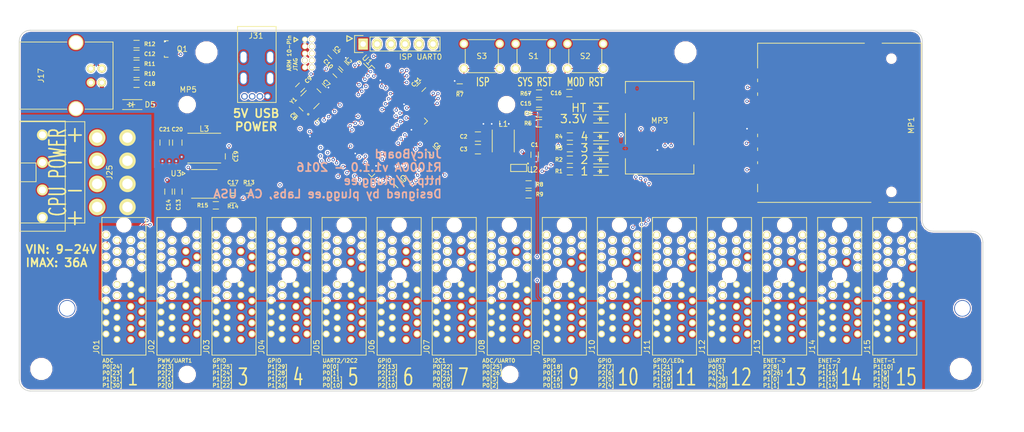
<source format=kicad_pcb>
(kicad_pcb (version 4) (host pcbnew 4.0.4+e1-6308~48~ubuntu16.04.1-stable)
  (layers (0 F.Cu signal) (1 In1.Cu signal) (2 In2.Cu signal) (31 B.Cu signal) (34 B.Paste user) (35 F.Paste user) (36 B.SilkS user hide) (37 F.SilkS user) (38 B.Mask user) (39 F.Mask user) (44 Edge.Cuts user))
  (net 0 "")
  (net 1 +3V3)
  (net 2 GND)
  (net 3 +5V)
  (net 4 /Power/SW3V3)
  (net 5 /Power/FB3V3)
  (net 6 HT)
  (net 7 SCL0)
  (net 8 SDA0)
  (net 9 ~MRESET)
  (net 10 /XTAL2)
  (net 11 /XTAL1)
  (net 12 /MCU_USB_D+)
  (net 13 /MCU_USB_D-)
  (net 14 /~RESET)
  (net 15 /VDDA)
  (net 16 "Net-(D1-Pad2)")
  (net 17 "Net-(D2-Pad2)")
  (net 18 "Net-(DLED1-Pad2)")
  (net 19 "Net-(DLED2-Pad2)")
  (net 20 "Net-(DLED3-Pad2)")
  (net 21 "Net-(DLED4-Pad2)")
  (net 22 /USB_D-)
  (net 23 /USB_D+)
  (net 24 /P2.9)
  (net 25 "Net-(Q1-Pad3)")
  (net 26 J06.PX1.A12.P2[13])
  (net 27 J06.PX2.A13.P2[12])
  (net 28 J06.PX3.A14.P2[11])
  (net 29 J06.PX4.A15.P2[10])
  (net 30 J07.PX1.A12.P0[22])
  (net 31 J07.PX2.A13.P0[21])
  (net 32 J07.PX3.A14.P0[20])
  (net 33 J07.PX4.A15.P0[19])
  (net 34 J05.PX1.A12.P0[0])
  (net 35 J05.PX2.A13.P0[1])
  (net 36 J05.PX3.A14.P0[11])
  (net 37 J05.PX4.A15.P0[10])
  (net 38 J03.PX1.A12.P1[25])
  (net 39 J03.PX2.A13.P1[24])
  (net 40 J03.PX3.A14.P1[23])
  (net 41 J03.PX4.A15.P1[22])
  (net 42 J04.PX1.A12.P1[29])
  (net 43 J04.PX2.A13.P1[28])
  (net 44 J04.PX3.A14.P1[27])
  (net 45 J04.PX4.A15.P1[26])
  (net 46 J01.PX1.A12.P0[24])
  (net 47 J01.PX2.A13.P0[23])
  (net 48 J01.PX3.A14.P1[31])
  (net 49 J01.PX4.A15.P1[30])
  (net 50 J08.PX1.A12.P0[25])
  (net 51 J08.PX2.A13.P0[26])
  (net 52 J08.PX3.A14.P0[3])
  (net 53 J08.PX4.A15.P0[2])
  (net 54 J09.PX1.A12.P0[18])
  (net 55 J09.PX2.A13.P0[17])
  (net 56 J09.PX3.A14.P0[16])
  (net 57 J09.PX4.A15.P0[15])
  (net 58 J10.PX1.A12.P2[7])
  (net 59 J10.PX2.A13.P2[6])
  (net 60 J10.PX3.A14.P2[5])
  (net 61 J10.PX4.A15.P2[4])
  (net 62 J11.PX1.A12.P1[21])
  (net 63 J11.PX2.A13.P1[20])
  (net 64 J11.PX3.A14.P1[19])
  (net 65 J11.PX4.A15.P1[18])
  (net 66 J02.PX1.A12.P2[3])
  (net 67 J02.PX2.A13.P2[2])
  (net 68 J02.PX3.A14.P2[1])
  (net 69 J02.PX4.A15.P2[0])
  (net 70 J12.PX1.A12.P0[5])
  (net 71 J12.PX2.A13.P0[4])
  (net 72 J12.PX3.A14.P4[29])
  (net 73 J12.PX4.A15.P4[28])
  (net 74 J13.PX1.A12.P2[8])
  (net 75 J13.PX2.A13.P3[26])
  (net 76 J13.PX3.A14.P1[0])
  (net 77 J13.PX4.A15.P1[1])
  (net 78 J14.PX1.A12.P1[17])
  (net 79 J14.PX2.A13.P1[16])
  (net 80 J14.PX3.A14.P1[15])
  (net 81 J14.PX4.A15.P1[14])
  (net 82 J15.PX1.A12.P1[10])
  (net 83 J15.PX2.A13.P1[9])
  (net 84 J15.PX3.A14.P1[8])
  (net 85 J15.PX4.A15.P1[4])
  (net 86 /Power/COMP5V0)
  (net 87 "Net-(C17-Pad2)")
  (net 88 /Power/BOOT5V0)
  (net 89 /Power/FB5V0)
  (net 90 /Power/SW5V0)
  (net 91 /USB_5V+)
  (net 92 SD_SSEL)
  (net 93 SD_MOSI)
  (net 94 SD_SCK)
  (net 95 SD_MISO)
  (net 96 /TMS)
  (net 97 /TCK)
  (net 98 /TDO)
  (net 99 /RTCK)
  (net 100 /TDI)
  (net 101 /~TRST)
  (module Main:SOP127P490X390X100-8NT320X240 (layer F.Cu) (at 84.6 101.4)
    (fp_text reference U3 (at -5.1 -1.9) (layer F.SilkS))
    (fp_text value BD9E302EFJ-E2 hide)
    (pad 1 smd rect (at -2.625 -1.905) (size 1.35 0.75) (layers F.Cu F.Paste F.Mask) (net 88 /Power/BOOT5V0))
    (pad 2 smd rect (at -2.625 -0.635) (size 1.35 0.75) (layers F.Cu F.Paste F.Mask) (net 6 HT))
    (pad 3 smd rect (at -2.625 0.635) (size 1.35 0.75) (layers F.Cu F.Paste F.Mask) (net 6 HT))
    (pad 4 smd rect (at -2.625 1.905) (size 1.35 0.75) (layers F.Cu F.Paste F.Mask) (net 2 GND))
    (pad 5 smd rect (at 2.625 1.905) (size 1.35 0.75) (layers F.Cu F.Paste F.Mask) (net 89 /Power/FB5V0))
    (pad 6 smd rect (at 2.625 0.635) (size 1.35 0.75) (layers F.Cu F.Paste F.Mask) (net 86 /Power/COMP5V0))
    (pad 7 smd rect (at 2.625 -0.635) (size 1.35 0.75) (layers F.Cu F.Paste F.Mask) (net 2 GND))
    (pad 8 smd rect (at 2.625 -1.905) (size 1.35 0.75) (layers F.Cu F.Paste F.Mask) (net 90 /Power/SW5V0))
    (pad 9 smd rect (at 0 0) (size 3.2 4.9) (layers F.Cu F.Paste F.Mask) (net 2 GND))
  )
  (module Main:INDP600600X420 (layer F.Cu) (at 84.6 94.9 180)
    (fp_text reference L3 (at 0 3.5 180) (layer F.SilkS))
    (fp_text value INDUCTOR_SRN6045TA-4R7M hide)
    (pad 1 smd rect (at -2.075 0 180) (size 2.35 5.1) (layers F.Cu F.Paste F.Mask) (net 90 /Power/SW5V0))
    (pad 2 smd rect (at 2.075 0 180) (size 2.35 5.1) (layers F.Cu F.Paste F.Mask) (net 3 +5V))
  )
  (module Main:CONN_SCHD3A0100 (layer F.Cu) (at 167.3 82.8)
    (fp_text reference MP3 (at 0 7.1) (layer F.SilkS))
    (fp_text value MICROSD_SCHD3A0100 hide)
    (pad 1 smd rect (at 3.2 10.15) (size 0.8 1.5) (layers F.Cu F.Paste F.Mask))
    (pad 2 smd rect (at 2.1 10.15) (size 0.8 1.5) (layers F.Cu F.Paste F.Mask) (net 92 SD_SSEL))
    (pad 3 smd rect (at 1 10.15) (size 0.8 1.5) (layers F.Cu F.Paste F.Mask) (net 93 SD_MOSI))
    (pad 4 smd rect (at -0.1 10.15) (size 0.8 1.5) (layers F.Cu F.Paste F.Mask) (net 1 +3V3))
    (pad 5 smd rect (at -1.2 10.15) (size 0.8 1.5) (layers F.Cu F.Paste F.Mask) (net 94 SD_SCK))
    (pad 6 smd rect (at -2.3 10.15) (size 0.8 1.5) (layers F.Cu F.Paste F.Mask) (net 2 GND))
    (pad 7 smd rect (at -3.4 10.15) (size 0.8 1.5) (layers F.Cu F.Paste F.Mask) (net 95 SD_MISO))
    (pad 8 smd rect (at -4.5 10.15) (size 0.8 1.5) (layers F.Cu F.Paste F.Mask))
    (pad SHLD smd rect (at -6.875 4.45) (size 1.45 2) (layers F.Cu F.Paste F.Mask) (net 2 GND))
    (pad SHLD smd rect (at 6.875 4.45) (size 1.45 2) (layers F.Cu F.Paste F.Mask) (net 2 GND))
    (pad SHLD smd rect (at -6.875 12.75) (size 1.45 2) (layers F.Cu F.Paste F.Mask) (net 2 GND))
    (pad SHLD smd rect (at 6.875 12.75) (size 1.45 2) (layers F.Cu F.Paste F.Mask) (net 2 GND))
    (pad SHLD smd rect (at 6.875 14.45) (size 1.45 0.9) (layers F.Cu F.Paste F.Mask) (net 2 GND))
    (pad SHLD smd rect (at -6.875 2.75) (size 1.45 0.9) (layers F.Cu F.Paste F.Mask) (net 2 GND))
  )
  (module Main:SOT190P290X130X100-3 (layer F.Cu) (at 78 76.9 90)
    (fp_text reference Q1 (at 0 2.6 180) (layer F.SilkS))
    (fp_text value DMG2305UX-7 hide)
    (pad 1 smd rect (at -0.95 1.00076 90) (size 0.8001 0.8001) (layers F.Cu F.Paste F.Mask) (net 24 /P2.9))
    (pad 2 smd rect (at 0.95 1.00076 90) (size 0.8001 0.8001) (layers F.Cu F.Paste F.Mask) (net 1 +3V3))
    (pad 3 smd rect (at 0 -0.99822 90) (size 0.8001 0.8001) (layers F.Cu F.Paste F.Mask) (net 25 "Net-(Q1-Pad3)"))
  )
  (module Main:QFP50P1400X1400X160-100 (layer F.Cu) (at 115 90 315)
    (fp_text reference U1 (at -8.414571 -7.2832 315) (layer F.SilkS))
    (fp_text value LPC1769FBD100,551 hide)
    (pad 1 smd rect (at -7.7 -6 315) (size 1.5 0.3) (layers F.Cu F.Paste F.Mask) (net 98 /TDO))
    (pad 2 smd rect (at -7.7 -5.5 315) (size 1.5 0.3) (layers F.Cu F.Paste F.Mask) (net 100 /TDI))
    (pad 3 smd rect (at -7.7 -5 315) (size 1.5 0.3) (layers F.Cu F.Paste F.Mask) (net 96 /TMS))
    (pad 4 smd rect (at -7.7 -4.5 315) (size 1.5 0.3) (layers F.Cu F.Paste F.Mask) (net 101 /~TRST))
    (pad 5 smd rect (at -7.7 -4 315) (size 1.5 0.3) (layers F.Cu F.Paste F.Mask) (net 97 /TCK))
    (pad 6 smd rect (at -7.7 -3.5 315) (size 1.5 0.3) (layers F.Cu F.Paste F.Mask) (net 51 J08.PX2.A13.P0[26]))
    (pad 7 smd rect (at -7.7 -3 315) (size 1.5 0.3) (layers F.Cu F.Paste F.Mask) (net 50 J08.PX1.A12.P0[25]))
    (pad 8 smd rect (at -7.7 -2.5 315) (size 1.5 0.3) (layers F.Cu F.Paste F.Mask) (net 46 J01.PX1.A12.P0[24]))
    (pad 9 smd rect (at -7.7 -2 315) (size 1.5 0.3) (layers F.Cu F.Paste F.Mask) (net 47 J01.PX2.A13.P0[23]))
    (pad 10 smd rect (at -7.7 -1.5 315) (size 1.5 0.3) (layers F.Cu F.Paste F.Mask) (net 15 /VDDA))
    (pad 11 smd rect (at -7.7 -1 315) (size 1.5 0.3) (layers F.Cu F.Paste F.Mask) (net 2 GND))
    (pad 12 smd rect (at -7.7 -0.5 315) (size 1.5 0.3) (layers F.Cu F.Paste F.Mask) (net 15 /VDDA))
    (pad 13 smd rect (at -7.7 0 315) (size 1.5 0.3) (layers F.Cu F.Paste F.Mask))
    (pad 14 smd rect (at -7.7 0.5 315) (size 1.5 0.3) (layers F.Cu F.Paste F.Mask))
    (pad 15 smd rect (at -7.7 1 315) (size 1.5 0.3) (layers F.Cu F.Paste F.Mask) (net 2 GND))
    (pad 16 smd rect (at -7.7 1.5 315) (size 1.5 0.3) (layers F.Cu F.Paste F.Mask))
    (pad 17 smd rect (at -7.7 2 315) (size 1.5 0.3) (layers F.Cu F.Paste F.Mask) (net 14 /~RESET))
    (pad 18 smd rect (at -7.7 2.5 315) (size 1.5 0.3) (layers F.Cu F.Paste F.Mask))
    (pad 19 smd rect (at -7.7 3 315) (size 1.5 0.3) (layers F.Cu F.Paste F.Mask) (net 1 +3V3))
    (pad 20 smd rect (at -7.7 3.5 315) (size 1.5 0.3) (layers F.Cu F.Paste F.Mask) (net 48 J01.PX3.A14.P1[31]))
    (pad 21 smd rect (at -7.7 4 315) (size 1.5 0.3) (layers F.Cu F.Paste F.Mask) (net 49 J01.PX4.A15.P1[30]))
    (pad 22 smd rect (at -7.7 4.5 315) (size 1.5 0.3) (layers F.Cu F.Paste F.Mask) (net 11 /XTAL1))
    (pad 23 smd rect (at -7.7 5 315) (size 1.5 0.3) (layers F.Cu F.Paste F.Mask) (net 10 /XTAL2))
    (pad 24 smd rect (at -7.7 5.5 315) (size 1.5 0.3) (layers F.Cu F.Paste F.Mask) (net 7 SCL0))
    (pad 25 smd rect (at -7.7 6 315) (size 1.5 0.3) (layers F.Cu F.Paste F.Mask) (net 8 SDA0))
    (pad 26 smd rect (at -6 7.7 45) (size 1.5 0.3) (layers F.Cu F.Paste F.Mask) (net 75 J13.PX2.A13.P3[26]))
    (pad 27 smd rect (at -5.5 7.7 45) (size 1.5 0.3) (layers F.Cu F.Paste F.Mask) (net 9 ~MRESET))
    (pad 28 smd rect (at -5 7.7 45) (size 1.5 0.3) (layers F.Cu F.Paste F.Mask) (net 1 +3V3))
    (pad 29 smd rect (at -4.5 7.7 45) (size 1.5 0.3) (layers F.Cu F.Paste F.Mask) (net 12 /MCU_USB_D+))
    (pad 30 smd rect (at -4 7.7 45) (size 1.5 0.3) (layers F.Cu F.Paste F.Mask) (net 13 /MCU_USB_D-))
    (pad 31 smd rect (at -3.5 7.7 45) (size 1.5 0.3) (layers F.Cu F.Paste F.Mask) (net 2 GND))
    (pad 32 smd rect (at -3 7.7 45) (size 1.5 0.3) (layers F.Cu F.Paste F.Mask) (net 65 J11.PX4.A15.P1[18]))
    (pad 33 smd rect (at -2.5 7.7 45) (size 1.5 0.3) (layers F.Cu F.Paste F.Mask) (net 64 J11.PX3.A14.P1[19]))
    (pad 34 smd rect (at -2 7.7 45) (size 1.5 0.3) (layers F.Cu F.Paste F.Mask) (net 63 J11.PX2.A13.P1[20]))
    (pad 35 smd rect (at -1.5 7.7 45) (size 1.5 0.3) (layers F.Cu F.Paste F.Mask) (net 62 J11.PX1.A12.P1[21]))
    (pad 36 smd rect (at -1 7.7 45) (size 1.5 0.3) (layers F.Cu F.Paste F.Mask) (net 41 J03.PX4.A15.P1[22]))
    (pad 37 smd rect (at -0.5 7.7 45) (size 1.5 0.3) (layers F.Cu F.Paste F.Mask) (net 40 J03.PX3.A14.P1[23]))
    (pad 38 smd rect (at 0 7.7 45) (size 1.5 0.3) (layers F.Cu F.Paste F.Mask) (net 39 J03.PX2.A13.P1[24]))
    (pad 39 smd rect (at 0.5 7.7 45) (size 1.5 0.3) (layers F.Cu F.Paste F.Mask) (net 38 J03.PX1.A12.P1[25]))
    (pad 40 smd rect (at 1 7.7 45) (size 1.5 0.3) (layers F.Cu F.Paste F.Mask) (net 45 J04.PX4.A15.P1[26]))
    (pad 41 smd rect (at 1.5 7.7 45) (size 1.5 0.3) (layers F.Cu F.Paste F.Mask) (net 2 GND))
    (pad 42 smd rect (at 2 7.7 45) (size 1.5 0.3) (layers F.Cu F.Paste F.Mask) (net 1 +3V3))
    (pad 43 smd rect (at 2.5 7.7 45) (size 1.5 0.3) (layers F.Cu F.Paste F.Mask) (net 44 J04.PX3.A14.P1[27]))
    (pad 44 smd rect (at 3 7.7 45) (size 1.5 0.3) (layers F.Cu F.Paste F.Mask) (net 43 J04.PX2.A13.P1[28]))
    (pad 45 smd rect (at 3.5 7.7 45) (size 1.5 0.3) (layers F.Cu F.Paste F.Mask) (net 42 J04.PX1.A12.P1[29]))
    (pad 46 smd rect (at 4 7.7 45) (size 1.5 0.3) (layers F.Cu F.Paste F.Mask) (net 34 J05.PX1.A12.P0[0]))
    (pad 47 smd rect (at 4.5 7.7 45) (size 1.5 0.3) (layers F.Cu F.Paste F.Mask) (net 35 J05.PX2.A13.P0[1]))
    (pad 48 smd rect (at 5 7.7 45) (size 1.5 0.3) (layers F.Cu F.Paste F.Mask) (net 37 J05.PX4.A15.P0[10]))
    (pad 49 smd rect (at 5.5 7.7 45) (size 1.5 0.3) (layers F.Cu F.Paste F.Mask) (net 36 J05.PX3.A14.P0[11]))
    (pad 50 smd rect (at 6 7.7 45) (size 1.5 0.3) (layers F.Cu F.Paste F.Mask) (net 26 J06.PX1.A12.P2[13]))
    (pad 51 smd rect (at 7.7 6 315) (size 1.5 0.3) (layers F.Cu F.Paste F.Mask) (net 27 J06.PX2.A13.P2[12]))
    (pad 52 smd rect (at 7.7 5.5 315) (size 1.5 0.3) (layers F.Cu F.Paste F.Mask) (net 28 J06.PX3.A14.P2[11]))
    (pad 53 smd rect (at 7.7 5 315) (size 1.5 0.3) (layers F.Cu F.Paste F.Mask) (net 29 J06.PX4.A15.P2[10]))
    (pad 54 smd rect (at 7.7 4.5 315) (size 1.5 0.3) (layers F.Cu F.Paste F.Mask) (net 1 +3V3))
    (pad 55 smd rect (at 7.7 4 315) (size 1.5 0.3) (layers F.Cu F.Paste F.Mask) (net 2 GND))
    (pad 56 smd rect (at 7.7 3.5 315) (size 1.5 0.3) (layers F.Cu F.Paste F.Mask) (net 30 J07.PX1.A12.P0[22]))
    (pad 57 smd rect (at 7.7 3 315) (size 1.5 0.3) (layers F.Cu F.Paste F.Mask) (net 31 J07.PX2.A13.P0[21]))
    (pad 58 smd rect (at 7.7 2.5 315) (size 1.5 0.3) (layers F.Cu F.Paste F.Mask) (net 32 J07.PX3.A14.P0[20]))
    (pad 59 smd rect (at 7.7 2 315) (size 1.5 0.3) (layers F.Cu F.Paste F.Mask) (net 33 J07.PX4.A15.P0[19]))
    (pad 60 smd rect (at 7.7 1.5 315) (size 1.5 0.3) (layers F.Cu F.Paste F.Mask) (net 54 J09.PX1.A12.P0[18]))
    (pad 61 smd rect (at 7.7 1 315) (size 1.5 0.3) (layers F.Cu F.Paste F.Mask) (net 55 J09.PX2.A13.P0[17]))
    (pad 62 smd rect (at 7.7 0.5 315) (size 1.5 0.3) (layers F.Cu F.Paste F.Mask) (net 57 J09.PX4.A15.P0[15]))
    (pad 63 smd rect (at 7.7 0 315) (size 1.5 0.3) (layers F.Cu F.Paste F.Mask) (net 56 J09.PX3.A14.P0[16]))
    (pad 64 smd rect (at 7.7 -0.5 315) (size 1.5 0.3) (layers F.Cu F.Paste F.Mask) (net 24 /P2.9))
    (pad 65 smd rect (at 7.7 -1 315) (size 1.5 0.3) (layers F.Cu F.Paste F.Mask) (net 74 J13.PX1.A12.P2[8]))
    (pad 66 smd rect (at 7.7 -1.5 315) (size 1.5 0.3) (layers F.Cu F.Paste F.Mask) (net 58 J10.PX1.A12.P2[7]))
    (pad 67 smd rect (at 7.7 -2 315) (size 1.5 0.3) (layers F.Cu F.Paste F.Mask) (net 59 J10.PX2.A13.P2[6]))
    (pad 68 smd rect (at 7.7 -2.5 315) (size 1.5 0.3) (layers F.Cu F.Paste F.Mask) (net 60 J10.PX3.A14.P2[5]))
    (pad 69 smd rect (at 7.7 -3 315) (size 1.5 0.3) (layers F.Cu F.Paste F.Mask) (net 61 J10.PX4.A15.P2[4]))
    (pad 70 smd rect (at 7.7 -3.5 315) (size 1.5 0.3) (layers F.Cu F.Paste F.Mask) (net 66 J02.PX1.A12.P2[3]))
    (pad 71 smd rect (at 7.7 -4 315) (size 1.5 0.3) (layers F.Cu F.Paste F.Mask) (net 1 +3V3))
    (pad 72 smd rect (at 7.7 -4.5 315) (size 1.5 0.3) (layers F.Cu F.Paste F.Mask) (net 2 GND))
    (pad 73 smd rect (at 7.7 -5 315) (size 1.5 0.3) (layers F.Cu F.Paste F.Mask) (net 67 J02.PX2.A13.P2[2]))
    (pad 74 smd rect (at 7.7 -5.5 315) (size 1.5 0.3) (layers F.Cu F.Paste F.Mask) (net 68 J02.PX3.A14.P2[1]))
    (pad 75 smd rect (at 7.7 -6 315) (size 1.5 0.3) (layers F.Cu F.Paste F.Mask) (net 69 J02.PX4.A15.P2[0]))
    (pad 76 smd rect (at 6 -7.7 45) (size 1.5 0.3) (layers F.Cu F.Paste F.Mask) (net 93 SD_MOSI))
    (pad 77 smd rect (at 5.5 -7.7 45) (size 1.5 0.3) (layers F.Cu F.Paste F.Mask) (net 95 SD_MISO))
    (pad 78 smd rect (at 5 -7.7 45) (size 1.5 0.3) (layers F.Cu F.Paste F.Mask) (net 94 SD_SCK))
    (pad 79 smd rect (at 4.5 -7.7 45) (size 1.5 0.3) (layers F.Cu F.Paste F.Mask) (net 92 SD_SSEL))
    (pad 80 smd rect (at 4 -7.7 45) (size 1.5 0.3) (layers F.Cu F.Paste F.Mask) (net 70 J12.PX1.A12.P0[5]))
    (pad 81 smd rect (at 3.5 -7.7 45) (size 1.5 0.3) (layers F.Cu F.Paste F.Mask) (net 71 J12.PX2.A13.P0[4]))
    (pad 82 smd rect (at 3 -7.7 45) (size 1.5 0.3) (layers F.Cu F.Paste F.Mask) (net 73 J12.PX4.A15.P4[28]))
    (pad 83 smd rect (at 2.5 -7.7 45) (size 1.5 0.3) (layers F.Cu F.Paste F.Mask) (net 2 GND))
    (pad 84 smd rect (at 2 -7.7 45) (size 1.5 0.3) (layers F.Cu F.Paste F.Mask) (net 1 +3V3))
    (pad 85 smd rect (at 1.5 -7.7 45) (size 1.5 0.3) (layers F.Cu F.Paste F.Mask) (net 72 J12.PX3.A14.P4[29]))
    (pad 86 smd rect (at 1 -7.7 45) (size 1.5 0.3) (layers F.Cu F.Paste F.Mask) (net 78 J14.PX1.A12.P1[17]))
    (pad 87 smd rect (at 0.5 -7.7 45) (size 1.5 0.3) (layers F.Cu F.Paste F.Mask) (net 79 J14.PX2.A13.P1[16]))
    (pad 88 smd rect (at 0 -7.7 45) (size 1.5 0.3) (layers F.Cu F.Paste F.Mask) (net 80 J14.PX3.A14.P1[15]))
    (pad 89 smd rect (at -0.5 -7.7 45) (size 1.5 0.3) (layers F.Cu F.Paste F.Mask) (net 81 J14.PX4.A15.P1[14]))
    (pad 90 smd rect (at -1 -7.7 45) (size 1.5 0.3) (layers F.Cu F.Paste F.Mask) (net 82 J15.PX1.A12.P1[10]))
    (pad 91 smd rect (at -1.5 -7.7 45) (size 1.5 0.3) (layers F.Cu F.Paste F.Mask) (net 83 J15.PX2.A13.P1[9]))
    (pad 92 smd rect (at -2 -7.7 45) (size 1.5 0.3) (layers F.Cu F.Paste F.Mask) (net 84 J15.PX3.A14.P1[8]))
    (pad 93 smd rect (at -2.5 -7.7 45) (size 1.5 0.3) (layers F.Cu F.Paste F.Mask) (net 85 J15.PX4.A15.P1[4]))
    (pad 94 smd rect (at -3 -7.7 45) (size 1.5 0.3) (layers F.Cu F.Paste F.Mask) (net 77 J13.PX4.A15.P1[1]))
    (pad 95 smd rect (at -3.5 -7.7 45) (size 1.5 0.3) (layers F.Cu F.Paste F.Mask) (net 76 J13.PX3.A14.P1[0]))
    (pad 96 smd rect (at -4 -7.7 45) (size 1.5 0.3) (layers F.Cu F.Paste F.Mask) (net 1 +3V3))
    (pad 97 smd rect (at -4.5 -7.7 45) (size 1.5 0.3) (layers F.Cu F.Paste F.Mask) (net 2 GND))
    (pad 98 smd rect (at -5 -7.7 45) (size 1.5 0.3) (layers F.Cu F.Paste F.Mask) (net 53 J08.PX4.A15.P0[2]))
    (pad 99 smd rect (at -5.5 -7.7 45) (size 1.5 0.3) (layers F.Cu F.Paste F.Mask) (net 52 J08.PX3.A14.P0[3]))
    (pad 100 smd rect (at -6 -7.7 45) (size 1.5 0.3) (layers F.Cu F.Paste F.Mask) (net 99 /RTCK))
  )
  (module Main:USB_A_RECEPTACLE_2 (layer F.Cu) (at 94 85.5 180)
    (fp_text reference J31 (at 0 11 180) (layer F.SilkS))
    (fp_text value USB_A_RECEPTACLE_2 hide)
    (pad 1 thru_hole circle (at 2.1 0 180) (size 1.2 1.2) (drill 0.8) (layers *.Cu *.Mask) (net 3 +5V))
    (pad 2 thru_hole circle (at 0.7 0 180) (size 1.2 1.2) (drill 0.8) (layers *.Cu *.Mask))
    (pad 3 thru_hole circle (at -0.7 0 180) (size 1.2 1.2) (drill 0.8) (layers *.Cu *.Mask))
    (pad 4 thru_hole circle (at -2.1 0 180) (size 1.2 1.2) (drill 0.8) (layers *.Cu *.Mask) (net 2 GND))
    (pad 5 thru_hole oval (at 2.27 7.11 180) (size 1.5 2.4) (drill oval 1.1 2) (layers *.Cu *.Mask) (net 2 GND))
    (pad 5 thru_hole oval (at 2.27 3.27 180) (size 1.5 2.4) (drill oval 1.1 2) (layers *.Cu *.Mask) (net 2 GND))
    (pad 5 thru_hole oval (at -2.57 7.11 180) (size 1.5 2.4) (drill oval 1.1 2) (layers *.Cu *.Mask) (net 2 GND))
    (pad 5 thru_hole oval (at -2.57 3.27 180) (size 1.5 2.4) (drill oval 1.1 2) (layers *.Cu *.Mask) (net 2 GND))
  )
  (module Main:PCIESOCKET-X1 (layer F.Cu) (at 150 120 90)
    (fp_text reference J09 (at -11 -5 270) (layer F.SilkS))
    (fp_text value PCIESOCKET-X1 hide)
    (pad "" np_thru_hole circle (at 2 0 90) (size 2.35 2.35) (drill 2.35) (layers *.Cu *.Mask F.SilkS))
    (pad "" np_thru_hole circle (at 11.15 0 90) (size 2.35 2.35) (drill 2.35) (layers *.Cu *.Mask F.SilkS))
    (pad A1 thru_hole circle (at -9.65 -1.25 90) (size 1.23 1.23) (drill 0.83) (layers *.Cu *.Mask F.SilkS) (net 6 HT))
    (pad A2 thru_hole circle (at -8.65 -3.25 90) (size 1.23 1.23) (drill 0.83) (layers *.Cu *.Mask F.SilkS) (net 6 HT))
    (pad A3 thru_hole circle (at -7.65 -1.25 90) (size 1.23 1.23) (drill 0.83) (layers *.Cu *.Mask F.SilkS) (net 6 HT))
    (pad A4 thru_hole circle (at -6.65 -3.25 90) (size 1.23 1.23) (drill 0.83) (layers *.Cu *.Mask F.SilkS) (net 6 HT))
    (pad A5 thru_hole circle (at -5.65 -1.25 90) (size 1.23 1.23) (drill 0.83) (layers *.Cu *.Mask F.SilkS) (net 6 HT))
    (pad A6 thru_hole circle (at -4.65 -3.25 90) (size 1.23 1.23) (drill 0.83) (layers *.Cu *.Mask F.SilkS) (net 6 HT))
    (pad A7 thru_hole circle (at -3.65 -1.25 90) (size 1.23 1.23) (drill 0.83) (layers *.Cu *.Mask F.SilkS) (net 6 HT))
    (pad A8 thru_hole circle (at -2.65 -3.25 90) (size 1.23 1.23) (drill 0.83) (layers *.Cu *.Mask F.SilkS) (net 6 HT))
    (pad A9 thru_hole circle (at -1.65 -1.25 90) (size 1.23 1.23) (drill 0.83) (layers *.Cu *.Mask F.SilkS) (net 3 +5V))
    (pad A10 thru_hole circle (at -0.65 -3.25 90) (size 1.23 1.23) (drill 0.83) (layers *.Cu *.Mask F.SilkS) (net 3 +5V))
    (pad A11 thru_hole circle (at 0.35 -1.25 90) (size 1.23 1.23) (drill 0.83) (layers *.Cu *.Mask F.SilkS) (net 3 +5V))
    (pad A12 thru_hole circle (at 3.35 -3.25 90) (size 1.23 1.23) (drill 0.83) (layers *.Cu *.Mask F.SilkS) (net 54 J09.PX1.A12.P0[18]))
    (pad A13 thru_hole circle (at 4.35 -1.25 90) (size 1.23 1.23) (drill 0.83) (layers *.Cu *.Mask F.SilkS) (net 55 J09.PX2.A13.P0[17]))
    (pad A14 thru_hole circle (at 5.35 -3.25 90) (size 1.23 1.23) (drill 0.83) (layers *.Cu *.Mask F.SilkS) (net 56 J09.PX3.A14.P0[16]))
    (pad A15 thru_hole circle (at 6.35 -1.25 90) (size 1.23 1.23) (drill 0.83) (layers *.Cu *.Mask F.SilkS) (net 57 J09.PX4.A15.P0[15]))
    (pad A16 thru_hole circle (at 7.35 -3.25 90) (size 1.23 1.23) (drill 0.83) (layers *.Cu *.Mask F.SilkS) (net 7 SCL0))
    (pad A17 thru_hole circle (at 8.35 -1.25 90) (size 1.23 1.23) (drill 0.83) (layers *.Cu *.Mask F.SilkS) (net 8 SDA0))
    (pad A18 thru_hole circle (at 9.35 -3.25 90) (size 1.23 1.23) (drill 0.83) (layers *.Cu *.Mask F.SilkS) (net 9 ~MRESET))
    (pad B1 thru_hole circle (at -9.65 1.25 90) (size 1.23 1.23) (drill 0.83) (layers *.Cu *.Mask F.SilkS) (net 2 GND))
    (pad B2 thru_hole circle (at -8.65 3.25 90) (size 1.23 1.23) (drill 0.83) (layers *.Cu *.Mask F.SilkS) (net 2 GND))
    (pad B3 thru_hole circle (at -7.65 1.25 90) (size 1.23 1.23) (drill 0.83) (layers *.Cu *.Mask F.SilkS) (net 2 GND))
    (pad B4 thru_hole circle (at -6.65 3.25 90) (size 1.23 1.23) (drill 0.83) (layers *.Cu *.Mask F.SilkS) (net 2 GND))
    (pad B5 thru_hole circle (at -5.65 1.25 90) (size 1.23 1.23) (drill 0.83) (layers *.Cu *.Mask F.SilkS) (net 2 GND))
    (pad B6 thru_hole circle (at -4.65 3.25 90) (size 1.23 1.23) (drill 0.83) (layers *.Cu *.Mask F.SilkS) (net 2 GND))
    (pad B7 thru_hole circle (at -3.65 1.25 90) (size 1.23 1.23) (drill 0.83) (layers *.Cu *.Mask F.SilkS) (net 2 GND))
    (pad B8 thru_hole circle (at -2.65 3.25 90) (size 1.23 1.23) (drill 0.83) (layers *.Cu *.Mask F.SilkS) (net 2 GND))
    (pad B9 thru_hole circle (at -1.65 1.25 90) (size 1.23 1.23) (drill 0.83) (layers *.Cu *.Mask F.SilkS) (net 1 +3V3))
    (pad B10 thru_hole circle (at -0.65 3.25 90) (size 1.23 1.23) (drill 0.83) (layers *.Cu *.Mask F.SilkS) (net 1 +3V3))
    (pad B11 thru_hole circle (at 0.35 1.25 90) (size 1.23 1.23) (drill 0.83) (layers *.Cu *.Mask F.SilkS) (net 1 +3V3))
    (pad B12 thru_hole circle (at 3.35 3.25 90) (size 1.23 1.23) (drill 0.83) (layers *.Cu *.Mask F.SilkS) (net 2 GND))
    (pad B13 thru_hole circle (at 4.35 1.25 90) (size 1.23 1.23) (drill 0.83) (layers *.Cu *.Mask F.SilkS) (net 2 GND))
    (pad B14 thru_hole circle (at 5.35 3.25 90) (size 1.23 1.23) (drill 0.83) (layers *.Cu *.Mask F.SilkS) (net 2 GND))
    (pad B15 thru_hole circle (at 6.35 1.25 90) (size 1.23 1.23) (drill 0.83) (layers *.Cu *.Mask F.SilkS))
    (pad B16 thru_hole circle (at 7.35 3.25 90) (size 1.23 1.23) (drill 0.83) (layers *.Cu *.Mask F.SilkS))
    (pad B17 thru_hole circle (at 8.35 1.25 90) (size 1.23 1.23) (drill 0.83) (layers *.Cu *.Mask F.SilkS))
    (pad B18 thru_hole circle (at 9.35 3.25 90) (size 1.23 1.23) (drill 0.83) (layers *.Cu *.Mask F.SilkS))
  )
  (module Main:PCIESOCKET-X1 (layer F.Cu) (at 140 120 90)
    (fp_text reference J08 (at -11 -5 270) (layer F.SilkS))
    (fp_text value PCIESOCKET-X1 hide)
    (pad "" np_thru_hole circle (at 2 0 90) (size 2.35 2.35) (drill 2.35) (layers *.Cu *.Mask F.SilkS))
    (pad "" np_thru_hole circle (at 11.15 0 90) (size 2.35 2.35) (drill 2.35) (layers *.Cu *.Mask F.SilkS))
    (pad A1 thru_hole circle (at -9.65 -1.25 90) (size 1.23 1.23) (drill 0.83) (layers *.Cu *.Mask F.SilkS) (net 6 HT))
    (pad A2 thru_hole circle (at -8.65 -3.25 90) (size 1.23 1.23) (drill 0.83) (layers *.Cu *.Mask F.SilkS) (net 6 HT))
    (pad A3 thru_hole circle (at -7.65 -1.25 90) (size 1.23 1.23) (drill 0.83) (layers *.Cu *.Mask F.SilkS) (net 6 HT))
    (pad A4 thru_hole circle (at -6.65 -3.25 90) (size 1.23 1.23) (drill 0.83) (layers *.Cu *.Mask F.SilkS) (net 6 HT))
    (pad A5 thru_hole circle (at -5.65 -1.25 90) (size 1.23 1.23) (drill 0.83) (layers *.Cu *.Mask F.SilkS) (net 6 HT))
    (pad A6 thru_hole circle (at -4.65 -3.25 90) (size 1.23 1.23) (drill 0.83) (layers *.Cu *.Mask F.SilkS) (net 6 HT))
    (pad A7 thru_hole circle (at -3.65 -1.25 90) (size 1.23 1.23) (drill 0.83) (layers *.Cu *.Mask F.SilkS) (net 6 HT))
    (pad A8 thru_hole circle (at -2.65 -3.25 90) (size 1.23 1.23) (drill 0.83) (layers *.Cu *.Mask F.SilkS) (net 6 HT))
    (pad A9 thru_hole circle (at -1.65 -1.25 90) (size 1.23 1.23) (drill 0.83) (layers *.Cu *.Mask F.SilkS) (net 3 +5V))
    (pad A10 thru_hole circle (at -0.65 -3.25 90) (size 1.23 1.23) (drill 0.83) (layers *.Cu *.Mask F.SilkS) (net 3 +5V))
    (pad A11 thru_hole circle (at 0.35 -1.25 90) (size 1.23 1.23) (drill 0.83) (layers *.Cu *.Mask F.SilkS) (net 3 +5V))
    (pad A12 thru_hole circle (at 3.35 -3.25 90) (size 1.23 1.23) (drill 0.83) (layers *.Cu *.Mask F.SilkS) (net 50 J08.PX1.A12.P0[25]))
    (pad A13 thru_hole circle (at 4.35 -1.25 90) (size 1.23 1.23) (drill 0.83) (layers *.Cu *.Mask F.SilkS) (net 51 J08.PX2.A13.P0[26]))
    (pad A14 thru_hole circle (at 5.35 -3.25 90) (size 1.23 1.23) (drill 0.83) (layers *.Cu *.Mask F.SilkS) (net 52 J08.PX3.A14.P0[3]))
    (pad A15 thru_hole circle (at 6.35 -1.25 90) (size 1.23 1.23) (drill 0.83) (layers *.Cu *.Mask F.SilkS) (net 53 J08.PX4.A15.P0[2]))
    (pad A16 thru_hole circle (at 7.35 -3.25 90) (size 1.23 1.23) (drill 0.83) (layers *.Cu *.Mask F.SilkS) (net 7 SCL0))
    (pad A17 thru_hole circle (at 8.35 -1.25 90) (size 1.23 1.23) (drill 0.83) (layers *.Cu *.Mask F.SilkS) (net 8 SDA0))
    (pad A18 thru_hole circle (at 9.35 -3.25 90) (size 1.23 1.23) (drill 0.83) (layers *.Cu *.Mask F.SilkS) (net 9 ~MRESET))
    (pad B1 thru_hole circle (at -9.65 1.25 90) (size 1.23 1.23) (drill 0.83) (layers *.Cu *.Mask F.SilkS) (net 2 GND))
    (pad B2 thru_hole circle (at -8.65 3.25 90) (size 1.23 1.23) (drill 0.83) (layers *.Cu *.Mask F.SilkS) (net 2 GND))
    (pad B3 thru_hole circle (at -7.65 1.25 90) (size 1.23 1.23) (drill 0.83) (layers *.Cu *.Mask F.SilkS) (net 2 GND))
    (pad B4 thru_hole circle (at -6.65 3.25 90) (size 1.23 1.23) (drill 0.83) (layers *.Cu *.Mask F.SilkS) (net 2 GND))
    (pad B5 thru_hole circle (at -5.65 1.25 90) (size 1.23 1.23) (drill 0.83) (layers *.Cu *.Mask F.SilkS) (net 2 GND))
    (pad B6 thru_hole circle (at -4.65 3.25 90) (size 1.23 1.23) (drill 0.83) (layers *.Cu *.Mask F.SilkS) (net 2 GND))
    (pad B7 thru_hole circle (at -3.65 1.25 90) (size 1.23 1.23) (drill 0.83) (layers *.Cu *.Mask F.SilkS) (net 2 GND))
    (pad B8 thru_hole circle (at -2.65 3.25 90) (size 1.23 1.23) (drill 0.83) (layers *.Cu *.Mask F.SilkS) (net 2 GND))
    (pad B9 thru_hole circle (at -1.65 1.25 90) (size 1.23 1.23) (drill 0.83) (layers *.Cu *.Mask F.SilkS) (net 1 +3V3))
    (pad B10 thru_hole circle (at -0.65 3.25 90) (size 1.23 1.23) (drill 0.83) (layers *.Cu *.Mask F.SilkS) (net 1 +3V3))
    (pad B11 thru_hole circle (at 0.35 1.25 90) (size 1.23 1.23) (drill 0.83) (layers *.Cu *.Mask F.SilkS) (net 1 +3V3))
    (pad B12 thru_hole circle (at 3.35 3.25 90) (size 1.23 1.23) (drill 0.83) (layers *.Cu *.Mask F.SilkS))
    (pad B13 thru_hole circle (at 4.35 1.25 90) (size 1.23 1.23) (drill 0.83) (layers *.Cu *.Mask F.SilkS))
    (pad B14 thru_hole circle (at 5.35 3.25 90) (size 1.23 1.23) (drill 0.83) (layers *.Cu *.Mask F.SilkS))
    (pad B15 thru_hole circle (at 6.35 1.25 90) (size 1.23 1.23) (drill 0.83) (layers *.Cu *.Mask F.SilkS) (net 2 GND))
    (pad B16 thru_hole circle (at 7.35 3.25 90) (size 1.23 1.23) (drill 0.83) (layers *.Cu *.Mask F.SilkS))
    (pad B17 thru_hole circle (at 8.35 1.25 90) (size 1.23 1.23) (drill 0.83) (layers *.Cu *.Mask F.SilkS))
    (pad B18 thru_hole circle (at 9.35 3.25 90) (size 1.23 1.23) (drill 0.83) (layers *.Cu *.Mask F.SilkS))
  )
  (module Main:PCIESOCKET-X1 (layer F.Cu) (at 130 120 90)
    (fp_text reference J07 (at -11 -5 270) (layer F.SilkS))
    (fp_text value PCIESOCKET-X1 hide)
    (pad "" np_thru_hole circle (at 2 0 90) (size 2.35 2.35) (drill 2.35) (layers *.Cu *.Mask F.SilkS))
    (pad "" np_thru_hole circle (at 11.15 0 90) (size 2.35 2.35) (drill 2.35) (layers *.Cu *.Mask F.SilkS))
    (pad A1 thru_hole circle (at -9.65 -1.25 90) (size 1.23 1.23) (drill 0.83) (layers *.Cu *.Mask F.SilkS) (net 6 HT))
    (pad A2 thru_hole circle (at -8.65 -3.25 90) (size 1.23 1.23) (drill 0.83) (layers *.Cu *.Mask F.SilkS) (net 6 HT))
    (pad A3 thru_hole circle (at -7.65 -1.25 90) (size 1.23 1.23) (drill 0.83) (layers *.Cu *.Mask F.SilkS) (net 6 HT))
    (pad A4 thru_hole circle (at -6.65 -3.25 90) (size 1.23 1.23) (drill 0.83) (layers *.Cu *.Mask F.SilkS) (net 6 HT))
    (pad A5 thru_hole circle (at -5.65 -1.25 90) (size 1.23 1.23) (drill 0.83) (layers *.Cu *.Mask F.SilkS) (net 6 HT))
    (pad A6 thru_hole circle (at -4.65 -3.25 90) (size 1.23 1.23) (drill 0.83) (layers *.Cu *.Mask F.SilkS) (net 6 HT))
    (pad A7 thru_hole circle (at -3.65 -1.25 90) (size 1.23 1.23) (drill 0.83) (layers *.Cu *.Mask F.SilkS) (net 6 HT))
    (pad A8 thru_hole circle (at -2.65 -3.25 90) (size 1.23 1.23) (drill 0.83) (layers *.Cu *.Mask F.SilkS) (net 6 HT))
    (pad A9 thru_hole circle (at -1.65 -1.25 90) (size 1.23 1.23) (drill 0.83) (layers *.Cu *.Mask F.SilkS) (net 3 +5V))
    (pad A10 thru_hole circle (at -0.65 -3.25 90) (size 1.23 1.23) (drill 0.83) (layers *.Cu *.Mask F.SilkS) (net 3 +5V))
    (pad A11 thru_hole circle (at 0.35 -1.25 90) (size 1.23 1.23) (drill 0.83) (layers *.Cu *.Mask F.SilkS) (net 3 +5V))
    (pad A12 thru_hole circle (at 3.35 -3.25 90) (size 1.23 1.23) (drill 0.83) (layers *.Cu *.Mask F.SilkS) (net 30 J07.PX1.A12.P0[22]))
    (pad A13 thru_hole circle (at 4.35 -1.25 90) (size 1.23 1.23) (drill 0.83) (layers *.Cu *.Mask F.SilkS) (net 31 J07.PX2.A13.P0[21]))
    (pad A14 thru_hole circle (at 5.35 -3.25 90) (size 1.23 1.23) (drill 0.83) (layers *.Cu *.Mask F.SilkS) (net 32 J07.PX3.A14.P0[20]))
    (pad A15 thru_hole circle (at 6.35 -1.25 90) (size 1.23 1.23) (drill 0.83) (layers *.Cu *.Mask F.SilkS) (net 33 J07.PX4.A15.P0[19]))
    (pad A16 thru_hole circle (at 7.35 -3.25 90) (size 1.23 1.23) (drill 0.83) (layers *.Cu *.Mask F.SilkS) (net 7 SCL0))
    (pad A17 thru_hole circle (at 8.35 -1.25 90) (size 1.23 1.23) (drill 0.83) (layers *.Cu *.Mask F.SilkS) (net 8 SDA0))
    (pad A18 thru_hole circle (at 9.35 -3.25 90) (size 1.23 1.23) (drill 0.83) (layers *.Cu *.Mask F.SilkS) (net 9 ~MRESET))
    (pad B1 thru_hole circle (at -9.65 1.25 90) (size 1.23 1.23) (drill 0.83) (layers *.Cu *.Mask F.SilkS) (net 2 GND))
    (pad B2 thru_hole circle (at -8.65 3.25 90) (size 1.23 1.23) (drill 0.83) (layers *.Cu *.Mask F.SilkS) (net 2 GND))
    (pad B3 thru_hole circle (at -7.65 1.25 90) (size 1.23 1.23) (drill 0.83) (layers *.Cu *.Mask F.SilkS) (net 2 GND))
    (pad B4 thru_hole circle (at -6.65 3.25 90) (size 1.23 1.23) (drill 0.83) (layers *.Cu *.Mask F.SilkS) (net 2 GND))
    (pad B5 thru_hole circle (at -5.65 1.25 90) (size 1.23 1.23) (drill 0.83) (layers *.Cu *.Mask F.SilkS) (net 2 GND))
    (pad B6 thru_hole circle (at -4.65 3.25 90) (size 1.23 1.23) (drill 0.83) (layers *.Cu *.Mask F.SilkS) (net 2 GND))
    (pad B7 thru_hole circle (at -3.65 1.25 90) (size 1.23 1.23) (drill 0.83) (layers *.Cu *.Mask F.SilkS) (net 2 GND))
    (pad B8 thru_hole circle (at -2.65 3.25 90) (size 1.23 1.23) (drill 0.83) (layers *.Cu *.Mask F.SilkS) (net 2 GND))
    (pad B9 thru_hole circle (at -1.65 1.25 90) (size 1.23 1.23) (drill 0.83) (layers *.Cu *.Mask F.SilkS) (net 1 +3V3))
    (pad B10 thru_hole circle (at -0.65 3.25 90) (size 1.23 1.23) (drill 0.83) (layers *.Cu *.Mask F.SilkS) (net 1 +3V3))
    (pad B11 thru_hole circle (at 0.35 1.25 90) (size 1.23 1.23) (drill 0.83) (layers *.Cu *.Mask F.SilkS) (net 1 +3V3))
    (pad B12 thru_hole circle (at 3.35 3.25 90) (size 1.23 1.23) (drill 0.83) (layers *.Cu *.Mask F.SilkS) (net 2 GND))
    (pad B13 thru_hole circle (at 4.35 1.25 90) (size 1.23 1.23) (drill 0.83) (layers *.Cu *.Mask F.SilkS))
    (pad B14 thru_hole circle (at 5.35 3.25 90) (size 1.23 1.23) (drill 0.83) (layers *.Cu *.Mask F.SilkS))
    (pad B15 thru_hole circle (at 6.35 1.25 90) (size 1.23 1.23) (drill 0.83) (layers *.Cu *.Mask F.SilkS) (net 2 GND))
    (pad B16 thru_hole circle (at 7.35 3.25 90) (size 1.23 1.23) (drill 0.83) (layers *.Cu *.Mask F.SilkS))
    (pad B17 thru_hole circle (at 8.35 1.25 90) (size 1.23 1.23) (drill 0.83) (layers *.Cu *.Mask F.SilkS))
    (pad B18 thru_hole circle (at 9.35 3.25 90) (size 1.23 1.23) (drill 0.83) (layers *.Cu *.Mask F.SilkS))
  )
  (module Main:PCIESOCKET-X1 (layer F.Cu) (at 120 120 90)
    (fp_text reference J06 (at -11 -5 270) (layer F.SilkS))
    (fp_text value PCIESOCKET-X1 hide)
    (pad "" np_thru_hole circle (at 2 0 90) (size 2.35 2.35) (drill 2.35) (layers *.Cu *.Mask F.SilkS))
    (pad "" np_thru_hole circle (at 11.15 0 90) (size 2.35 2.35) (drill 2.35) (layers *.Cu *.Mask F.SilkS))
    (pad A1 thru_hole circle (at -9.65 -1.25 90) (size 1.23 1.23) (drill 0.83) (layers *.Cu *.Mask F.SilkS) (net 6 HT))
    (pad A2 thru_hole circle (at -8.65 -3.25 90) (size 1.23 1.23) (drill 0.83) (layers *.Cu *.Mask F.SilkS) (net 6 HT))
    (pad A3 thru_hole circle (at -7.65 -1.25 90) (size 1.23 1.23) (drill 0.83) (layers *.Cu *.Mask F.SilkS) (net 6 HT))
    (pad A4 thru_hole circle (at -6.65 -3.25 90) (size 1.23 1.23) (drill 0.83) (layers *.Cu *.Mask F.SilkS) (net 6 HT))
    (pad A5 thru_hole circle (at -5.65 -1.25 90) (size 1.23 1.23) (drill 0.83) (layers *.Cu *.Mask F.SilkS) (net 6 HT))
    (pad A6 thru_hole circle (at -4.65 -3.25 90) (size 1.23 1.23) (drill 0.83) (layers *.Cu *.Mask F.SilkS) (net 6 HT))
    (pad A7 thru_hole circle (at -3.65 -1.25 90) (size 1.23 1.23) (drill 0.83) (layers *.Cu *.Mask F.SilkS) (net 6 HT))
    (pad A8 thru_hole circle (at -2.65 -3.25 90) (size 1.23 1.23) (drill 0.83) (layers *.Cu *.Mask F.SilkS) (net 6 HT))
    (pad A9 thru_hole circle (at -1.65 -1.25 90) (size 1.23 1.23) (drill 0.83) (layers *.Cu *.Mask F.SilkS) (net 3 +5V))
    (pad A10 thru_hole circle (at -0.65 -3.25 90) (size 1.23 1.23) (drill 0.83) (layers *.Cu *.Mask F.SilkS) (net 3 +5V))
    (pad A11 thru_hole circle (at 0.35 -1.25 90) (size 1.23 1.23) (drill 0.83) (layers *.Cu *.Mask F.SilkS) (net 3 +5V))
    (pad A12 thru_hole circle (at 3.35 -3.25 90) (size 1.23 1.23) (drill 0.83) (layers *.Cu *.Mask F.SilkS) (net 26 J06.PX1.A12.P2[13]))
    (pad A13 thru_hole circle (at 4.35 -1.25 90) (size 1.23 1.23) (drill 0.83) (layers *.Cu *.Mask F.SilkS) (net 27 J06.PX2.A13.P2[12]))
    (pad A14 thru_hole circle (at 5.35 -3.25 90) (size 1.23 1.23) (drill 0.83) (layers *.Cu *.Mask F.SilkS) (net 28 J06.PX3.A14.P2[11]))
    (pad A15 thru_hole circle (at 6.35 -1.25 90) (size 1.23 1.23) (drill 0.83) (layers *.Cu *.Mask F.SilkS) (net 29 J06.PX4.A15.P2[10]))
    (pad A16 thru_hole circle (at 7.35 -3.25 90) (size 1.23 1.23) (drill 0.83) (layers *.Cu *.Mask F.SilkS) (net 7 SCL0))
    (pad A17 thru_hole circle (at 8.35 -1.25 90) (size 1.23 1.23) (drill 0.83) (layers *.Cu *.Mask F.SilkS) (net 8 SDA0))
    (pad A18 thru_hole circle (at 9.35 -3.25 90) (size 1.23 1.23) (drill 0.83) (layers *.Cu *.Mask F.SilkS) (net 9 ~MRESET))
    (pad B1 thru_hole circle (at -9.65 1.25 90) (size 1.23 1.23) (drill 0.83) (layers *.Cu *.Mask F.SilkS) (net 2 GND))
    (pad B2 thru_hole circle (at -8.65 3.25 90) (size 1.23 1.23) (drill 0.83) (layers *.Cu *.Mask F.SilkS) (net 2 GND))
    (pad B3 thru_hole circle (at -7.65 1.25 90) (size 1.23 1.23) (drill 0.83) (layers *.Cu *.Mask F.SilkS) (net 2 GND))
    (pad B4 thru_hole circle (at -6.65 3.25 90) (size 1.23 1.23) (drill 0.83) (layers *.Cu *.Mask F.SilkS) (net 2 GND))
    (pad B5 thru_hole circle (at -5.65 1.25 90) (size 1.23 1.23) (drill 0.83) (layers *.Cu *.Mask F.SilkS) (net 2 GND))
    (pad B6 thru_hole circle (at -4.65 3.25 90) (size 1.23 1.23) (drill 0.83) (layers *.Cu *.Mask F.SilkS) (net 2 GND))
    (pad B7 thru_hole circle (at -3.65 1.25 90) (size 1.23 1.23) (drill 0.83) (layers *.Cu *.Mask F.SilkS) (net 2 GND))
    (pad B8 thru_hole circle (at -2.65 3.25 90) (size 1.23 1.23) (drill 0.83) (layers *.Cu *.Mask F.SilkS) (net 2 GND))
    (pad B9 thru_hole circle (at -1.65 1.25 90) (size 1.23 1.23) (drill 0.83) (layers *.Cu *.Mask F.SilkS) (net 1 +3V3))
    (pad B10 thru_hole circle (at -0.65 3.25 90) (size 1.23 1.23) (drill 0.83) (layers *.Cu *.Mask F.SilkS) (net 1 +3V3))
    (pad B11 thru_hole circle (at 0.35 1.25 90) (size 1.23 1.23) (drill 0.83) (layers *.Cu *.Mask F.SilkS) (net 1 +3V3))
    (pad B12 thru_hole circle (at 3.35 3.25 90) (size 1.23 1.23) (drill 0.83) (layers *.Cu *.Mask F.SilkS))
    (pad B13 thru_hole circle (at 4.35 1.25 90) (size 1.23 1.23) (drill 0.83) (layers *.Cu *.Mask F.SilkS) (net 2 GND))
    (pad B14 thru_hole circle (at 5.35 3.25 90) (size 1.23 1.23) (drill 0.83) (layers *.Cu *.Mask F.SilkS))
    (pad B15 thru_hole circle (at 6.35 1.25 90) (size 1.23 1.23) (drill 0.83) (layers *.Cu *.Mask F.SilkS) (net 2 GND))
    (pad B16 thru_hole circle (at 7.35 3.25 90) (size 1.23 1.23) (drill 0.83) (layers *.Cu *.Mask F.SilkS))
    (pad B17 thru_hole circle (at 8.35 1.25 90) (size 1.23 1.23) (drill 0.83) (layers *.Cu *.Mask F.SilkS))
    (pad B18 thru_hole circle (at 9.35 3.25 90) (size 1.23 1.23) (drill 0.83) (layers *.Cu *.Mask F.SilkS))
  )
  (module Main:PCIESOCKET-X1 (layer F.Cu) (at 110 120 90)
    (fp_text reference J05 (at -11 -5 270) (layer F.SilkS))
    (fp_text value PCIESOCKET-X1 hide)
    (pad "" np_thru_hole circle (at 2 0 90) (size 2.35 2.35) (drill 2.35) (layers *.Cu *.Mask F.SilkS))
    (pad "" np_thru_hole circle (at 11.15 0 90) (size 2.35 2.35) (drill 2.35) (layers *.Cu *.Mask F.SilkS))
    (pad A1 thru_hole circle (at -9.65 -1.25 90) (size 1.23 1.23) (drill 0.83) (layers *.Cu *.Mask F.SilkS) (net 6 HT))
    (pad A2 thru_hole circle (at -8.65 -3.25 90) (size 1.23 1.23) (drill 0.83) (layers *.Cu *.Mask F.SilkS) (net 6 HT))
    (pad A3 thru_hole circle (at -7.65 -1.25 90) (size 1.23 1.23) (drill 0.83) (layers *.Cu *.Mask F.SilkS) (net 6 HT))
    (pad A4 thru_hole circle (at -6.65 -3.25 90) (size 1.23 1.23) (drill 0.83) (layers *.Cu *.Mask F.SilkS) (net 6 HT))
    (pad A5 thru_hole circle (at -5.65 -1.25 90) (size 1.23 1.23) (drill 0.83) (layers *.Cu *.Mask F.SilkS) (net 6 HT))
    (pad A6 thru_hole circle (at -4.65 -3.25 90) (size 1.23 1.23) (drill 0.83) (layers *.Cu *.Mask F.SilkS) (net 6 HT))
    (pad A7 thru_hole circle (at -3.65 -1.25 90) (size 1.23 1.23) (drill 0.83) (layers *.Cu *.Mask F.SilkS) (net 6 HT))
    (pad A8 thru_hole circle (at -2.65 -3.25 90) (size 1.23 1.23) (drill 0.83) (layers *.Cu *.Mask F.SilkS) (net 6 HT))
    (pad A9 thru_hole circle (at -1.65 -1.25 90) (size 1.23 1.23) (drill 0.83) (layers *.Cu *.Mask F.SilkS) (net 3 +5V))
    (pad A10 thru_hole circle (at -0.65 -3.25 90) (size 1.23 1.23) (drill 0.83) (layers *.Cu *.Mask F.SilkS) (net 3 +5V))
    (pad A11 thru_hole circle (at 0.35 -1.25 90) (size 1.23 1.23) (drill 0.83) (layers *.Cu *.Mask F.SilkS) (net 3 +5V))
    (pad A12 thru_hole circle (at 3.35 -3.25 90) (size 1.23 1.23) (drill 0.83) (layers *.Cu *.Mask F.SilkS) (net 34 J05.PX1.A12.P0[0]))
    (pad A13 thru_hole circle (at 4.35 -1.25 90) (size 1.23 1.23) (drill 0.83) (layers *.Cu *.Mask F.SilkS) (net 35 J05.PX2.A13.P0[1]))
    (pad A14 thru_hole circle (at 5.35 -3.25 90) (size 1.23 1.23) (drill 0.83) (layers *.Cu *.Mask F.SilkS) (net 36 J05.PX3.A14.P0[11]))
    (pad A15 thru_hole circle (at 6.35 -1.25 90) (size 1.23 1.23) (drill 0.83) (layers *.Cu *.Mask F.SilkS) (net 37 J05.PX4.A15.P0[10]))
    (pad A16 thru_hole circle (at 7.35 -3.25 90) (size 1.23 1.23) (drill 0.83) (layers *.Cu *.Mask F.SilkS) (net 7 SCL0))
    (pad A17 thru_hole circle (at 8.35 -1.25 90) (size 1.23 1.23) (drill 0.83) (layers *.Cu *.Mask F.SilkS) (net 8 SDA0))
    (pad A18 thru_hole circle (at 9.35 -3.25 90) (size 1.23 1.23) (drill 0.83) (layers *.Cu *.Mask F.SilkS) (net 9 ~MRESET))
    (pad B1 thru_hole circle (at -9.65 1.25 90) (size 1.23 1.23) (drill 0.83) (layers *.Cu *.Mask F.SilkS) (net 2 GND))
    (pad B2 thru_hole circle (at -8.65 3.25 90) (size 1.23 1.23) (drill 0.83) (layers *.Cu *.Mask F.SilkS) (net 2 GND))
    (pad B3 thru_hole circle (at -7.65 1.25 90) (size 1.23 1.23) (drill 0.83) (layers *.Cu *.Mask F.SilkS) (net 2 GND))
    (pad B4 thru_hole circle (at -6.65 3.25 90) (size 1.23 1.23) (drill 0.83) (layers *.Cu *.Mask F.SilkS) (net 2 GND))
    (pad B5 thru_hole circle (at -5.65 1.25 90) (size 1.23 1.23) (drill 0.83) (layers *.Cu *.Mask F.SilkS) (net 2 GND))
    (pad B6 thru_hole circle (at -4.65 3.25 90) (size 1.23 1.23) (drill 0.83) (layers *.Cu *.Mask F.SilkS) (net 2 GND))
    (pad B7 thru_hole circle (at -3.65 1.25 90) (size 1.23 1.23) (drill 0.83) (layers *.Cu *.Mask F.SilkS) (net 2 GND))
    (pad B8 thru_hole circle (at -2.65 3.25 90) (size 1.23 1.23) (drill 0.83) (layers *.Cu *.Mask F.SilkS) (net 2 GND))
    (pad B9 thru_hole circle (at -1.65 1.25 90) (size 1.23 1.23) (drill 0.83) (layers *.Cu *.Mask F.SilkS) (net 1 +3V3))
    (pad B10 thru_hole circle (at -0.65 3.25 90) (size 1.23 1.23) (drill 0.83) (layers *.Cu *.Mask F.SilkS) (net 1 +3V3))
    (pad B11 thru_hole circle (at 0.35 1.25 90) (size 1.23 1.23) (drill 0.83) (layers *.Cu *.Mask F.SilkS) (net 1 +3V3))
    (pad B12 thru_hole circle (at 3.35 3.25 90) (size 1.23 1.23) (drill 0.83) (layers *.Cu *.Mask F.SilkS) (net 2 GND))
    (pad B13 thru_hole circle (at 4.35 1.25 90) (size 1.23 1.23) (drill 0.83) (layers *.Cu *.Mask F.SilkS) (net 2 GND))
    (pad B14 thru_hole circle (at 5.35 3.25 90) (size 1.23 1.23) (drill 0.83) (layers *.Cu *.Mask F.SilkS))
    (pad B15 thru_hole circle (at 6.35 1.25 90) (size 1.23 1.23) (drill 0.83) (layers *.Cu *.Mask F.SilkS) (net 2 GND))
    (pad B16 thru_hole circle (at 7.35 3.25 90) (size 1.23 1.23) (drill 0.83) (layers *.Cu *.Mask F.SilkS))
    (pad B17 thru_hole circle (at 8.35 1.25 90) (size 1.23 1.23) (drill 0.83) (layers *.Cu *.Mask F.SilkS))
    (pad B18 thru_hole circle (at 9.35 3.25 90) (size 1.23 1.23) (drill 0.83) (layers *.Cu *.Mask F.SilkS))
  )
  (module Main:PCIESOCKET-X1 (layer F.Cu) (at 100 120 90)
    (fp_text reference J04 (at -11 -5 270) (layer F.SilkS))
    (fp_text value PCIESOCKET-X1 hide)
    (pad "" np_thru_hole circle (at 2 0 90) (size 2.35 2.35) (drill 2.35) (layers *.Cu *.Mask F.SilkS))
    (pad "" np_thru_hole circle (at 11.15 0 90) (size 2.35 2.35) (drill 2.35) (layers *.Cu *.Mask F.SilkS))
    (pad A1 thru_hole circle (at -9.65 -1.25 90) (size 1.23 1.23) (drill 0.83) (layers *.Cu *.Mask F.SilkS) (net 6 HT))
    (pad A2 thru_hole circle (at -8.65 -3.25 90) (size 1.23 1.23) (drill 0.83) (layers *.Cu *.Mask F.SilkS) (net 6 HT))
    (pad A3 thru_hole circle (at -7.65 -1.25 90) (size 1.23 1.23) (drill 0.83) (layers *.Cu *.Mask F.SilkS) (net 6 HT))
    (pad A4 thru_hole circle (at -6.65 -3.25 90) (size 1.23 1.23) (drill 0.83) (layers *.Cu *.Mask F.SilkS) (net 6 HT))
    (pad A5 thru_hole circle (at -5.65 -1.25 90) (size 1.23 1.23) (drill 0.83) (layers *.Cu *.Mask F.SilkS) (net 6 HT))
    (pad A6 thru_hole circle (at -4.65 -3.25 90) (size 1.23 1.23) (drill 0.83) (layers *.Cu *.Mask F.SilkS) (net 6 HT))
    (pad A7 thru_hole circle (at -3.65 -1.25 90) (size 1.23 1.23) (drill 0.83) (layers *.Cu *.Mask F.SilkS) (net 6 HT))
    (pad A8 thru_hole circle (at -2.65 -3.25 90) (size 1.23 1.23) (drill 0.83) (layers *.Cu *.Mask F.SilkS) (net 6 HT))
    (pad A9 thru_hole circle (at -1.65 -1.25 90) (size 1.23 1.23) (drill 0.83) (layers *.Cu *.Mask F.SilkS) (net 3 +5V))
    (pad A10 thru_hole circle (at -0.65 -3.25 90) (size 1.23 1.23) (drill 0.83) (layers *.Cu *.Mask F.SilkS) (net 3 +5V))
    (pad A11 thru_hole circle (at 0.35 -1.25 90) (size 1.23 1.23) (drill 0.83) (layers *.Cu *.Mask F.SilkS) (net 3 +5V))
    (pad A12 thru_hole circle (at 3.35 -3.25 90) (size 1.23 1.23) (drill 0.83) (layers *.Cu *.Mask F.SilkS) (net 42 J04.PX1.A12.P1[29]))
    (pad A13 thru_hole circle (at 4.35 -1.25 90) (size 1.23 1.23) (drill 0.83) (layers *.Cu *.Mask F.SilkS) (net 43 J04.PX2.A13.P1[28]))
    (pad A14 thru_hole circle (at 5.35 -3.25 90) (size 1.23 1.23) (drill 0.83) (layers *.Cu *.Mask F.SilkS) (net 44 J04.PX3.A14.P1[27]))
    (pad A15 thru_hole circle (at 6.35 -1.25 90) (size 1.23 1.23) (drill 0.83) (layers *.Cu *.Mask F.SilkS) (net 45 J04.PX4.A15.P1[26]))
    (pad A16 thru_hole circle (at 7.35 -3.25 90) (size 1.23 1.23) (drill 0.83) (layers *.Cu *.Mask F.SilkS) (net 7 SCL0))
    (pad A17 thru_hole circle (at 8.35 -1.25 90) (size 1.23 1.23) (drill 0.83) (layers *.Cu *.Mask F.SilkS) (net 8 SDA0))
    (pad A18 thru_hole circle (at 9.35 -3.25 90) (size 1.23 1.23) (drill 0.83) (layers *.Cu *.Mask F.SilkS) (net 9 ~MRESET))
    (pad B1 thru_hole circle (at -9.65 1.25 90) (size 1.23 1.23) (drill 0.83) (layers *.Cu *.Mask F.SilkS) (net 2 GND))
    (pad B2 thru_hole circle (at -8.65 3.25 90) (size 1.23 1.23) (drill 0.83) (layers *.Cu *.Mask F.SilkS) (net 2 GND))
    (pad B3 thru_hole circle (at -7.65 1.25 90) (size 1.23 1.23) (drill 0.83) (layers *.Cu *.Mask F.SilkS) (net 2 GND))
    (pad B4 thru_hole circle (at -6.65 3.25 90) (size 1.23 1.23) (drill 0.83) (layers *.Cu *.Mask F.SilkS) (net 2 GND))
    (pad B5 thru_hole circle (at -5.65 1.25 90) (size 1.23 1.23) (drill 0.83) (layers *.Cu *.Mask F.SilkS) (net 2 GND))
    (pad B6 thru_hole circle (at -4.65 3.25 90) (size 1.23 1.23) (drill 0.83) (layers *.Cu *.Mask F.SilkS) (net 2 GND))
    (pad B7 thru_hole circle (at -3.65 1.25 90) (size 1.23 1.23) (drill 0.83) (layers *.Cu *.Mask F.SilkS) (net 2 GND))
    (pad B8 thru_hole circle (at -2.65 3.25 90) (size 1.23 1.23) (drill 0.83) (layers *.Cu *.Mask F.SilkS) (net 2 GND))
    (pad B9 thru_hole circle (at -1.65 1.25 90) (size 1.23 1.23) (drill 0.83) (layers *.Cu *.Mask F.SilkS) (net 1 +3V3))
    (pad B10 thru_hole circle (at -0.65 3.25 90) (size 1.23 1.23) (drill 0.83) (layers *.Cu *.Mask F.SilkS) (net 1 +3V3))
    (pad B11 thru_hole circle (at 0.35 1.25 90) (size 1.23 1.23) (drill 0.83) (layers *.Cu *.Mask F.SilkS) (net 1 +3V3))
    (pad B12 thru_hole circle (at 3.35 3.25 90) (size 1.23 1.23) (drill 0.83) (layers *.Cu *.Mask F.SilkS))
    (pad B13 thru_hole circle (at 4.35 1.25 90) (size 1.23 1.23) (drill 0.83) (layers *.Cu *.Mask F.SilkS))
    (pad B14 thru_hole circle (at 5.35 3.25 90) (size 1.23 1.23) (drill 0.83) (layers *.Cu *.Mask F.SilkS) (net 2 GND))
    (pad B15 thru_hole circle (at 6.35 1.25 90) (size 1.23 1.23) (drill 0.83) (layers *.Cu *.Mask F.SilkS) (net 2 GND))
    (pad B16 thru_hole circle (at 7.35 3.25 90) (size 1.23 1.23) (drill 0.83) (layers *.Cu *.Mask F.SilkS))
    (pad B17 thru_hole circle (at 8.35 1.25 90) (size 1.23 1.23) (drill 0.83) (layers *.Cu *.Mask F.SilkS))
    (pad B18 thru_hole circle (at 9.35 3.25 90) (size 1.23 1.23) (drill 0.83) (layers *.Cu *.Mask F.SilkS))
  )
  (module Main:PCIESOCKET-X1 (layer F.Cu) (at 90 120 90)
    (fp_text reference J03 (at -11 -5 270) (layer F.SilkS))
    (fp_text value PCIESOCKET-X1 hide)
    (pad "" np_thru_hole circle (at 2 0 90) (size 2.35 2.35) (drill 2.35) (layers *.Cu *.Mask F.SilkS))
    (pad "" np_thru_hole circle (at 11.15 0 90) (size 2.35 2.35) (drill 2.35) (layers *.Cu *.Mask F.SilkS))
    (pad A1 thru_hole circle (at -9.65 -1.25 90) (size 1.23 1.23) (drill 0.83) (layers *.Cu *.Mask F.SilkS) (net 6 HT))
    (pad A2 thru_hole circle (at -8.65 -3.25 90) (size 1.23 1.23) (drill 0.83) (layers *.Cu *.Mask F.SilkS) (net 6 HT))
    (pad A3 thru_hole circle (at -7.65 -1.25 90) (size 1.23 1.23) (drill 0.83) (layers *.Cu *.Mask F.SilkS) (net 6 HT))
    (pad A4 thru_hole circle (at -6.65 -3.25 90) (size 1.23 1.23) (drill 0.83) (layers *.Cu *.Mask F.SilkS) (net 6 HT))
    (pad A5 thru_hole circle (at -5.65 -1.25 90) (size 1.23 1.23) (drill 0.83) (layers *.Cu *.Mask F.SilkS) (net 6 HT))
    (pad A6 thru_hole circle (at -4.65 -3.25 90) (size 1.23 1.23) (drill 0.83) (layers *.Cu *.Mask F.SilkS) (net 6 HT))
    (pad A7 thru_hole circle (at -3.65 -1.25 90) (size 1.23 1.23) (drill 0.83) (layers *.Cu *.Mask F.SilkS) (net 6 HT))
    (pad A8 thru_hole circle (at -2.65 -3.25 90) (size 1.23 1.23) (drill 0.83) (layers *.Cu *.Mask F.SilkS) (net 6 HT))
    (pad A9 thru_hole circle (at -1.65 -1.25 90) (size 1.23 1.23) (drill 0.83) (layers *.Cu *.Mask F.SilkS) (net 3 +5V))
    (pad A10 thru_hole circle (at -0.65 -3.25 90) (size 1.23 1.23) (drill 0.83) (layers *.Cu *.Mask F.SilkS) (net 3 +5V))
    (pad A11 thru_hole circle (at 0.35 -1.25 90) (size 1.23 1.23) (drill 0.83) (layers *.Cu *.Mask F.SilkS) (net 3 +5V))
    (pad A12 thru_hole circle (at 3.35 -3.25 90) (size 1.23 1.23) (drill 0.83) (layers *.Cu *.Mask F.SilkS) (net 38 J03.PX1.A12.P1[25]))
    (pad A13 thru_hole circle (at 4.35 -1.25 90) (size 1.23 1.23) (drill 0.83) (layers *.Cu *.Mask F.SilkS) (net 39 J03.PX2.A13.P1[24]))
    (pad A14 thru_hole circle (at 5.35 -3.25 90) (size 1.23 1.23) (drill 0.83) (layers *.Cu *.Mask F.SilkS) (net 40 J03.PX3.A14.P1[23]))
    (pad A15 thru_hole circle (at 6.35 -1.25 90) (size 1.23 1.23) (drill 0.83) (layers *.Cu *.Mask F.SilkS) (net 41 J03.PX4.A15.P1[22]))
    (pad A16 thru_hole circle (at 7.35 -3.25 90) (size 1.23 1.23) (drill 0.83) (layers *.Cu *.Mask F.SilkS) (net 7 SCL0))
    (pad A17 thru_hole circle (at 8.35 -1.25 90) (size 1.23 1.23) (drill 0.83) (layers *.Cu *.Mask F.SilkS) (net 8 SDA0))
    (pad A18 thru_hole circle (at 9.35 -3.25 90) (size 1.23 1.23) (drill 0.83) (layers *.Cu *.Mask F.SilkS) (net 9 ~MRESET))
    (pad B1 thru_hole circle (at -9.65 1.25 90) (size 1.23 1.23) (drill 0.83) (layers *.Cu *.Mask F.SilkS) (net 2 GND))
    (pad B2 thru_hole circle (at -8.65 3.25 90) (size 1.23 1.23) (drill 0.83) (layers *.Cu *.Mask F.SilkS) (net 2 GND))
    (pad B3 thru_hole circle (at -7.65 1.25 90) (size 1.23 1.23) (drill 0.83) (layers *.Cu *.Mask F.SilkS) (net 2 GND))
    (pad B4 thru_hole circle (at -6.65 3.25 90) (size 1.23 1.23) (drill 0.83) (layers *.Cu *.Mask F.SilkS) (net 2 GND))
    (pad B5 thru_hole circle (at -5.65 1.25 90) (size 1.23 1.23) (drill 0.83) (layers *.Cu *.Mask F.SilkS) (net 2 GND))
    (pad B6 thru_hole circle (at -4.65 3.25 90) (size 1.23 1.23) (drill 0.83) (layers *.Cu *.Mask F.SilkS) (net 2 GND))
    (pad B7 thru_hole circle (at -3.65 1.25 90) (size 1.23 1.23) (drill 0.83) (layers *.Cu *.Mask F.SilkS) (net 2 GND))
    (pad B8 thru_hole circle (at -2.65 3.25 90) (size 1.23 1.23) (drill 0.83) (layers *.Cu *.Mask F.SilkS) (net 2 GND))
    (pad B9 thru_hole circle (at -1.65 1.25 90) (size 1.23 1.23) (drill 0.83) (layers *.Cu *.Mask F.SilkS) (net 1 +3V3))
    (pad B10 thru_hole circle (at -0.65 3.25 90) (size 1.23 1.23) (drill 0.83) (layers *.Cu *.Mask F.SilkS) (net 1 +3V3))
    (pad B11 thru_hole circle (at 0.35 1.25 90) (size 1.23 1.23) (drill 0.83) (layers *.Cu *.Mask F.SilkS) (net 1 +3V3))
    (pad B12 thru_hole circle (at 3.35 3.25 90) (size 1.23 1.23) (drill 0.83) (layers *.Cu *.Mask F.SilkS) (net 2 GND))
    (pad B13 thru_hole circle (at 4.35 1.25 90) (size 1.23 1.23) (drill 0.83) (layers *.Cu *.Mask F.SilkS))
    (pad B14 thru_hole circle (at 5.35 3.25 90) (size 1.23 1.23) (drill 0.83) (layers *.Cu *.Mask F.SilkS) (net 2 GND))
    (pad B15 thru_hole circle (at 6.35 1.25 90) (size 1.23 1.23) (drill 0.83) (layers *.Cu *.Mask F.SilkS) (net 2 GND))
    (pad B16 thru_hole circle (at 7.35 3.25 90) (size 1.23 1.23) (drill 0.83) (layers *.Cu *.Mask F.SilkS))
    (pad B17 thru_hole circle (at 8.35 1.25 90) (size 1.23 1.23) (drill 0.83) (layers *.Cu *.Mask F.SilkS))
    (pad B18 thru_hole circle (at 9.35 3.25 90) (size 1.23 1.23) (drill 0.83) (layers *.Cu *.Mask F.SilkS))
  )
  (module Main:PCIESOCKET-X1 (layer F.Cu) (at 80 120 90)
    (fp_text reference J02 (at -11 -5 270) (layer F.SilkS))
    (fp_text value PCIESOCKET-X1 hide)
    (pad "" np_thru_hole circle (at 2 0 90) (size 2.35 2.35) (drill 2.35) (layers *.Cu *.Mask F.SilkS))
    (pad "" np_thru_hole circle (at 11.15 0 90) (size 2.35 2.35) (drill 2.35) (layers *.Cu *.Mask F.SilkS))
    (pad A1 thru_hole circle (at -9.65 -1.25 90) (size 1.23 1.23) (drill 0.83) (layers *.Cu *.Mask F.SilkS) (net 6 HT))
    (pad A2 thru_hole circle (at -8.65 -3.25 90) (size 1.23 1.23) (drill 0.83) (layers *.Cu *.Mask F.SilkS) (net 6 HT))
    (pad A3 thru_hole circle (at -7.65 -1.25 90) (size 1.23 1.23) (drill 0.83) (layers *.Cu *.Mask F.SilkS) (net 6 HT))
    (pad A4 thru_hole circle (at -6.65 -3.25 90) (size 1.23 1.23) (drill 0.83) (layers *.Cu *.Mask F.SilkS) (net 6 HT))
    (pad A5 thru_hole circle (at -5.65 -1.25 90) (size 1.23 1.23) (drill 0.83) (layers *.Cu *.Mask F.SilkS) (net 6 HT))
    (pad A6 thru_hole circle (at -4.65 -3.25 90) (size 1.23 1.23) (drill 0.83) (layers *.Cu *.Mask F.SilkS) (net 6 HT))
    (pad A7 thru_hole circle (at -3.65 -1.25 90) (size 1.23 1.23) (drill 0.83) (layers *.Cu *.Mask F.SilkS) (net 6 HT))
    (pad A8 thru_hole circle (at -2.65 -3.25 90) (size 1.23 1.23) (drill 0.83) (layers *.Cu *.Mask F.SilkS) (net 6 HT))
    (pad A9 thru_hole circle (at -1.65 -1.25 90) (size 1.23 1.23) (drill 0.83) (layers *.Cu *.Mask F.SilkS) (net 3 +5V))
    (pad A10 thru_hole circle (at -0.65 -3.25 90) (size 1.23 1.23) (drill 0.83) (layers *.Cu *.Mask F.SilkS) (net 3 +5V))
    (pad A11 thru_hole circle (at 0.35 -1.25 90) (size 1.23 1.23) (drill 0.83) (layers *.Cu *.Mask F.SilkS) (net 3 +5V))
    (pad A12 thru_hole circle (at 3.35 -3.25 90) (size 1.23 1.23) (drill 0.83) (layers *.Cu *.Mask F.SilkS) (net 66 J02.PX1.A12.P2[3]))
    (pad A13 thru_hole circle (at 4.35 -1.25 90) (size 1.23 1.23) (drill 0.83) (layers *.Cu *.Mask F.SilkS) (net 67 J02.PX2.A13.P2[2]))
    (pad A14 thru_hole circle (at 5.35 -3.25 90) (size 1.23 1.23) (drill 0.83) (layers *.Cu *.Mask F.SilkS) (net 68 J02.PX3.A14.P2[1]))
    (pad A15 thru_hole circle (at 6.35 -1.25 90) (size 1.23 1.23) (drill 0.83) (layers *.Cu *.Mask F.SilkS) (net 69 J02.PX4.A15.P2[0]))
    (pad A16 thru_hole circle (at 7.35 -3.25 90) (size 1.23 1.23) (drill 0.83) (layers *.Cu *.Mask F.SilkS) (net 7 SCL0))
    (pad A17 thru_hole circle (at 8.35 -1.25 90) (size 1.23 1.23) (drill 0.83) (layers *.Cu *.Mask F.SilkS) (net 8 SDA0))
    (pad A18 thru_hole circle (at 9.35 -3.25 90) (size 1.23 1.23) (drill 0.83) (layers *.Cu *.Mask F.SilkS) (net 9 ~MRESET))
    (pad B1 thru_hole circle (at -9.65 1.25 90) (size 1.23 1.23) (drill 0.83) (layers *.Cu *.Mask F.SilkS) (net 2 GND))
    (pad B2 thru_hole circle (at -8.65 3.25 90) (size 1.23 1.23) (drill 0.83) (layers *.Cu *.Mask F.SilkS) (net 2 GND))
    (pad B3 thru_hole circle (at -7.65 1.25 90) (size 1.23 1.23) (drill 0.83) (layers *.Cu *.Mask F.SilkS) (net 2 GND))
    (pad B4 thru_hole circle (at -6.65 3.25 90) (size 1.23 1.23) (drill 0.83) (layers *.Cu *.Mask F.SilkS) (net 2 GND))
    (pad B5 thru_hole circle (at -5.65 1.25 90) (size 1.23 1.23) (drill 0.83) (layers *.Cu *.Mask F.SilkS) (net 2 GND))
    (pad B6 thru_hole circle (at -4.65 3.25 90) (size 1.23 1.23) (drill 0.83) (layers *.Cu *.Mask F.SilkS) (net 2 GND))
    (pad B7 thru_hole circle (at -3.65 1.25 90) (size 1.23 1.23) (drill 0.83) (layers *.Cu *.Mask F.SilkS) (net 2 GND))
    (pad B8 thru_hole circle (at -2.65 3.25 90) (size 1.23 1.23) (drill 0.83) (layers *.Cu *.Mask F.SilkS) (net 2 GND))
    (pad B9 thru_hole circle (at -1.65 1.25 90) (size 1.23 1.23) (drill 0.83) (layers *.Cu *.Mask F.SilkS) (net 1 +3V3))
    (pad B10 thru_hole circle (at -0.65 3.25 90) (size 1.23 1.23) (drill 0.83) (layers *.Cu *.Mask F.SilkS) (net 1 +3V3))
    (pad B11 thru_hole circle (at 0.35 1.25 90) (size 1.23 1.23) (drill 0.83) (layers *.Cu *.Mask F.SilkS) (net 1 +3V3))
    (pad B12 thru_hole circle (at 3.35 3.25 90) (size 1.23 1.23) (drill 0.83) (layers *.Cu *.Mask F.SilkS))
    (pad B13 thru_hole circle (at 4.35 1.25 90) (size 1.23 1.23) (drill 0.83) (layers *.Cu *.Mask F.SilkS) (net 2 GND))
    (pad B14 thru_hole circle (at 5.35 3.25 90) (size 1.23 1.23) (drill 0.83) (layers *.Cu *.Mask F.SilkS) (net 2 GND))
    (pad B15 thru_hole circle (at 6.35 1.25 90) (size 1.23 1.23) (drill 0.83) (layers *.Cu *.Mask F.SilkS) (net 2 GND))
    (pad B16 thru_hole circle (at 7.35 3.25 90) (size 1.23 1.23) (drill 0.83) (layers *.Cu *.Mask F.SilkS))
    (pad B17 thru_hole circle (at 8.35 1.25 90) (size 1.23 1.23) (drill 0.83) (layers *.Cu *.Mask F.SilkS))
    (pad B18 thru_hole circle (at 9.35 3.25 90) (size 1.23 1.23) (drill 0.83) (layers *.Cu *.Mask F.SilkS))
  )
  (module Main:PCIESOCKET-X1 (layer F.Cu) (at 70 120 90)
    (fp_text reference J01 (at -11 -5 270) (layer F.SilkS))
    (fp_text value PCIESOCKET-X1 hide)
    (pad "" np_thru_hole circle (at 2 0 90) (size 2.35 2.35) (drill 2.35) (layers *.Cu *.Mask F.SilkS))
    (pad "" np_thru_hole circle (at 11.15 0 90) (size 2.35 2.35) (drill 2.35) (layers *.Cu *.Mask F.SilkS))
    (pad A1 thru_hole circle (at -9.65 -1.25 90) (size 1.23 1.23) (drill 0.83) (layers *.Cu *.Mask F.SilkS) (net 6 HT))
    (pad A2 thru_hole circle (at -8.65 -3.25 90) (size 1.23 1.23) (drill 0.83) (layers *.Cu *.Mask F.SilkS) (net 6 HT))
    (pad A3 thru_hole circle (at -7.65 -1.25 90) (size 1.23 1.23) (drill 0.83) (layers *.Cu *.Mask F.SilkS) (net 6 HT))
    (pad A4 thru_hole circle (at -6.65 -3.25 90) (size 1.23 1.23) (drill 0.83) (layers *.Cu *.Mask F.SilkS) (net 6 HT))
    (pad A5 thru_hole circle (at -5.65 -1.25 90) (size 1.23 1.23) (drill 0.83) (layers *.Cu *.Mask F.SilkS) (net 6 HT))
    (pad A6 thru_hole circle (at -4.65 -3.25 90) (size 1.23 1.23) (drill 0.83) (layers *.Cu *.Mask F.SilkS) (net 6 HT))
    (pad A7 thru_hole circle (at -3.65 -1.25 90) (size 1.23 1.23) (drill 0.83) (layers *.Cu *.Mask F.SilkS) (net 6 HT))
    (pad A8 thru_hole circle (at -2.65 -3.25 90) (size 1.23 1.23) (drill 0.83) (layers *.Cu *.Mask F.SilkS) (net 6 HT))
    (pad A9 thru_hole circle (at -1.65 -1.25 90) (size 1.23 1.23) (drill 0.83) (layers *.Cu *.Mask F.SilkS) (net 3 +5V))
    (pad A10 thru_hole circle (at -0.65 -3.25 90) (size 1.23 1.23) (drill 0.83) (layers *.Cu *.Mask F.SilkS) (net 3 +5V))
    (pad A11 thru_hole circle (at 0.35 -1.25 90) (size 1.23 1.23) (drill 0.83) (layers *.Cu *.Mask F.SilkS) (net 3 +5V))
    (pad A12 thru_hole circle (at 3.35 -3.25 90) (size 1.23 1.23) (drill 0.83) (layers *.Cu *.Mask F.SilkS) (net 46 J01.PX1.A12.P0[24]))
    (pad A13 thru_hole circle (at 4.35 -1.25 90) (size 1.23 1.23) (drill 0.83) (layers *.Cu *.Mask F.SilkS) (net 47 J01.PX2.A13.P0[23]))
    (pad A14 thru_hole circle (at 5.35 -3.25 90) (size 1.23 1.23) (drill 0.83) (layers *.Cu *.Mask F.SilkS) (net 48 J01.PX3.A14.P1[31]))
    (pad A15 thru_hole circle (at 6.35 -1.25 90) (size 1.23 1.23) (drill 0.83) (layers *.Cu *.Mask F.SilkS) (net 49 J01.PX4.A15.P1[30]))
    (pad A16 thru_hole circle (at 7.35 -3.25 90) (size 1.23 1.23) (drill 0.83) (layers *.Cu *.Mask F.SilkS) (net 7 SCL0))
    (pad A17 thru_hole circle (at 8.35 -1.25 90) (size 1.23 1.23) (drill 0.83) (layers *.Cu *.Mask F.SilkS) (net 8 SDA0))
    (pad A18 thru_hole circle (at 9.35 -3.25 90) (size 1.23 1.23) (drill 0.83) (layers *.Cu *.Mask F.SilkS) (net 9 ~MRESET))
    (pad B1 thru_hole circle (at -9.65 1.25 90) (size 1.23 1.23) (drill 0.83) (layers *.Cu *.Mask F.SilkS) (net 2 GND))
    (pad B2 thru_hole circle (at -8.65 3.25 90) (size 1.23 1.23) (drill 0.83) (layers *.Cu *.Mask F.SilkS) (net 2 GND))
    (pad B3 thru_hole circle (at -7.65 1.25 90) (size 1.23 1.23) (drill 0.83) (layers *.Cu *.Mask F.SilkS) (net 2 GND))
    (pad B4 thru_hole circle (at -6.65 3.25 90) (size 1.23 1.23) (drill 0.83) (layers *.Cu *.Mask F.SilkS) (net 2 GND))
    (pad B5 thru_hole circle (at -5.65 1.25 90) (size 1.23 1.23) (drill 0.83) (layers *.Cu *.Mask F.SilkS) (net 2 GND))
    (pad B6 thru_hole circle (at -4.65 3.25 90) (size 1.23 1.23) (drill 0.83) (layers *.Cu *.Mask F.SilkS) (net 2 GND))
    (pad B7 thru_hole circle (at -3.65 1.25 90) (size 1.23 1.23) (drill 0.83) (layers *.Cu *.Mask F.SilkS) (net 2 GND))
    (pad B8 thru_hole circle (at -2.65 3.25 90) (size 1.23 1.23) (drill 0.83) (layers *.Cu *.Mask F.SilkS) (net 2 GND))
    (pad B9 thru_hole circle (at -1.65 1.25 90) (size 1.23 1.23) (drill 0.83) (layers *.Cu *.Mask F.SilkS) (net 1 +3V3))
    (pad B10 thru_hole circle (at -0.65 3.25 90) (size 1.23 1.23) (drill 0.83) (layers *.Cu *.Mask F.SilkS) (net 1 +3V3))
    (pad B11 thru_hole circle (at 0.35 1.25 90) (size 1.23 1.23) (drill 0.83) (layers *.Cu *.Mask F.SilkS) (net 1 +3V3))
    (pad B12 thru_hole circle (at 3.35 3.25 90) (size 1.23 1.23) (drill 0.83) (layers *.Cu *.Mask F.SilkS))
    (pad B13 thru_hole circle (at 4.35 1.25 90) (size 1.23 1.23) (drill 0.83) (layers *.Cu *.Mask F.SilkS))
    (pad B14 thru_hole circle (at 5.35 3.25 90) (size 1.23 1.23) (drill 0.83) (layers *.Cu *.Mask F.SilkS))
    (pad B15 thru_hole circle (at 6.35 1.25 90) (size 1.23 1.23) (drill 0.83) (layers *.Cu *.Mask F.SilkS))
    (pad B16 thru_hole circle (at 7.35 3.25 90) (size 1.23 1.23) (drill 0.83) (layers *.Cu *.Mask F.SilkS))
    (pad B17 thru_hole circle (at 8.35 1.25 90) (size 1.23 1.23) (drill 0.83) (layers *.Cu *.Mask F.SilkS))
    (pad B18 thru_hole circle (at 9.35 3.25 90) (size 1.23 1.23) (drill 0.83) (layers *.Cu *.Mask F.SilkS))
  )
  (module Main:PCIESOCKET-X1 (layer F.Cu) (at 210 120 90)
    (fp_text reference J15 (at -11 -5 270) (layer F.SilkS))
    (fp_text value PCIESOCKET-X1 hide)
    (pad "" np_thru_hole circle (at 2 0 90) (size 2.35 2.35) (drill 2.35) (layers *.Cu *.Mask F.SilkS))
    (pad "" np_thru_hole circle (at 11.15 0 90) (size 2.35 2.35) (drill 2.35) (layers *.Cu *.Mask F.SilkS))
    (pad A1 thru_hole circle (at -9.65 -1.25 90) (size 1.23 1.23) (drill 0.83) (layers *.Cu *.Mask F.SilkS) (net 6 HT))
    (pad A2 thru_hole circle (at -8.65 -3.25 90) (size 1.23 1.23) (drill 0.83) (layers *.Cu *.Mask F.SilkS) (net 6 HT))
    (pad A3 thru_hole circle (at -7.65 -1.25 90) (size 1.23 1.23) (drill 0.83) (layers *.Cu *.Mask F.SilkS) (net 6 HT))
    (pad A4 thru_hole circle (at -6.65 -3.25 90) (size 1.23 1.23) (drill 0.83) (layers *.Cu *.Mask F.SilkS) (net 6 HT))
    (pad A5 thru_hole circle (at -5.65 -1.25 90) (size 1.23 1.23) (drill 0.83) (layers *.Cu *.Mask F.SilkS) (net 6 HT))
    (pad A6 thru_hole circle (at -4.65 -3.25 90) (size 1.23 1.23) (drill 0.83) (layers *.Cu *.Mask F.SilkS) (net 6 HT))
    (pad A7 thru_hole circle (at -3.65 -1.25 90) (size 1.23 1.23) (drill 0.83) (layers *.Cu *.Mask F.SilkS) (net 6 HT))
    (pad A8 thru_hole circle (at -2.65 -3.25 90) (size 1.23 1.23) (drill 0.83) (layers *.Cu *.Mask F.SilkS) (net 6 HT))
    (pad A9 thru_hole circle (at -1.65 -1.25 90) (size 1.23 1.23) (drill 0.83) (layers *.Cu *.Mask F.SilkS) (net 3 +5V))
    (pad A10 thru_hole circle (at -0.65 -3.25 90) (size 1.23 1.23) (drill 0.83) (layers *.Cu *.Mask F.SilkS) (net 3 +5V))
    (pad A11 thru_hole circle (at 0.35 -1.25 90) (size 1.23 1.23) (drill 0.83) (layers *.Cu *.Mask F.SilkS) (net 3 +5V))
    (pad A12 thru_hole circle (at 3.35 -3.25 90) (size 1.23 1.23) (drill 0.83) (layers *.Cu *.Mask F.SilkS) (net 82 J15.PX1.A12.P1[10]))
    (pad A13 thru_hole circle (at 4.35 -1.25 90) (size 1.23 1.23) (drill 0.83) (layers *.Cu *.Mask F.SilkS) (net 83 J15.PX2.A13.P1[9]))
    (pad A14 thru_hole circle (at 5.35 -3.25 90) (size 1.23 1.23) (drill 0.83) (layers *.Cu *.Mask F.SilkS) (net 84 J15.PX3.A14.P1[8]))
    (pad A15 thru_hole circle (at 6.35 -1.25 90) (size 1.23 1.23) (drill 0.83) (layers *.Cu *.Mask F.SilkS) (net 85 J15.PX4.A15.P1[4]))
    (pad A16 thru_hole circle (at 7.35 -3.25 90) (size 1.23 1.23) (drill 0.83) (layers *.Cu *.Mask F.SilkS) (net 7 SCL0))
    (pad A17 thru_hole circle (at 8.35 -1.25 90) (size 1.23 1.23) (drill 0.83) (layers *.Cu *.Mask F.SilkS) (net 8 SDA0))
    (pad A18 thru_hole circle (at 9.35 -3.25 90) (size 1.23 1.23) (drill 0.83) (layers *.Cu *.Mask F.SilkS) (net 9 ~MRESET))
    (pad B1 thru_hole circle (at -9.65 1.25 90) (size 1.23 1.23) (drill 0.83) (layers *.Cu *.Mask F.SilkS) (net 2 GND))
    (pad B2 thru_hole circle (at -8.65 3.25 90) (size 1.23 1.23) (drill 0.83) (layers *.Cu *.Mask F.SilkS) (net 2 GND))
    (pad B3 thru_hole circle (at -7.65 1.25 90) (size 1.23 1.23) (drill 0.83) (layers *.Cu *.Mask F.SilkS) (net 2 GND))
    (pad B4 thru_hole circle (at -6.65 3.25 90) (size 1.23 1.23) (drill 0.83) (layers *.Cu *.Mask F.SilkS) (net 2 GND))
    (pad B5 thru_hole circle (at -5.65 1.25 90) (size 1.23 1.23) (drill 0.83) (layers *.Cu *.Mask F.SilkS) (net 2 GND))
    (pad B6 thru_hole circle (at -4.65 3.25 90) (size 1.23 1.23) (drill 0.83) (layers *.Cu *.Mask F.SilkS) (net 2 GND))
    (pad B7 thru_hole circle (at -3.65 1.25 90) (size 1.23 1.23) (drill 0.83) (layers *.Cu *.Mask F.SilkS) (net 2 GND))
    (pad B8 thru_hole circle (at -2.65 3.25 90) (size 1.23 1.23) (drill 0.83) (layers *.Cu *.Mask F.SilkS) (net 2 GND))
    (pad B9 thru_hole circle (at -1.65 1.25 90) (size 1.23 1.23) (drill 0.83) (layers *.Cu *.Mask F.SilkS) (net 1 +3V3))
    (pad B10 thru_hole circle (at -0.65 3.25 90) (size 1.23 1.23) (drill 0.83) (layers *.Cu *.Mask F.SilkS) (net 1 +3V3))
    (pad B11 thru_hole circle (at 0.35 1.25 90) (size 1.23 1.23) (drill 0.83) (layers *.Cu *.Mask F.SilkS) (net 1 +3V3))
    (pad B12 thru_hole circle (at 3.35 3.25 90) (size 1.23 1.23) (drill 0.83) (layers *.Cu *.Mask F.SilkS) (net 2 GND))
    (pad B13 thru_hole circle (at 4.35 1.25 90) (size 1.23 1.23) (drill 0.83) (layers *.Cu *.Mask F.SilkS))
    (pad B14 thru_hole circle (at 5.35 3.25 90) (size 1.23 1.23) (drill 0.83) (layers *.Cu *.Mask F.SilkS))
    (pad B15 thru_hole circle (at 6.35 1.25 90) (size 1.23 1.23) (drill 0.83) (layers *.Cu *.Mask F.SilkS))
    (pad B16 thru_hole circle (at 7.35 3.25 90) (size 1.23 1.23) (drill 0.83) (layers *.Cu *.Mask F.SilkS))
    (pad B17 thru_hole circle (at 8.35 1.25 90) (size 1.23 1.23) (drill 0.83) (layers *.Cu *.Mask F.SilkS))
    (pad B18 thru_hole circle (at 9.35 3.25 90) (size 1.23 1.23) (drill 0.83) (layers *.Cu *.Mask F.SilkS))
  )
  (module Main:PCIESOCKET-X1 (layer F.Cu) (at 200 120 90)
    (fp_text reference J14 (at -11 -5 270) (layer F.SilkS))
    (fp_text value PCIESOCKET-X1 hide)
    (pad "" np_thru_hole circle (at 2 0 90) (size 2.35 2.35) (drill 2.35) (layers *.Cu *.Mask F.SilkS))
    (pad "" np_thru_hole circle (at 11.15 0 90) (size 2.35 2.35) (drill 2.35) (layers *.Cu *.Mask F.SilkS))
    (pad A1 thru_hole circle (at -9.65 -1.25 90) (size 1.23 1.23) (drill 0.83) (layers *.Cu *.Mask F.SilkS) (net 6 HT))
    (pad A2 thru_hole circle (at -8.65 -3.25 90) (size 1.23 1.23) (drill 0.83) (layers *.Cu *.Mask F.SilkS) (net 6 HT))
    (pad A3 thru_hole circle (at -7.65 -1.25 90) (size 1.23 1.23) (drill 0.83) (layers *.Cu *.Mask F.SilkS) (net 6 HT))
    (pad A4 thru_hole circle (at -6.65 -3.25 90) (size 1.23 1.23) (drill 0.83) (layers *.Cu *.Mask F.SilkS) (net 6 HT))
    (pad A5 thru_hole circle (at -5.65 -1.25 90) (size 1.23 1.23) (drill 0.83) (layers *.Cu *.Mask F.SilkS) (net 6 HT))
    (pad A6 thru_hole circle (at -4.65 -3.25 90) (size 1.23 1.23) (drill 0.83) (layers *.Cu *.Mask F.SilkS) (net 6 HT))
    (pad A7 thru_hole circle (at -3.65 -1.25 90) (size 1.23 1.23) (drill 0.83) (layers *.Cu *.Mask F.SilkS) (net 6 HT))
    (pad A8 thru_hole circle (at -2.65 -3.25 90) (size 1.23 1.23) (drill 0.83) (layers *.Cu *.Mask F.SilkS) (net 6 HT))
    (pad A9 thru_hole circle (at -1.65 -1.25 90) (size 1.23 1.23) (drill 0.83) (layers *.Cu *.Mask F.SilkS) (net 3 +5V))
    (pad A10 thru_hole circle (at -0.65 -3.25 90) (size 1.23 1.23) (drill 0.83) (layers *.Cu *.Mask F.SilkS) (net 3 +5V))
    (pad A11 thru_hole circle (at 0.35 -1.25 90) (size 1.23 1.23) (drill 0.83) (layers *.Cu *.Mask F.SilkS) (net 3 +5V))
    (pad A12 thru_hole circle (at 3.35 -3.25 90) (size 1.23 1.23) (drill 0.83) (layers *.Cu *.Mask F.SilkS) (net 78 J14.PX1.A12.P1[17]))
    (pad A13 thru_hole circle (at 4.35 -1.25 90) (size 1.23 1.23) (drill 0.83) (layers *.Cu *.Mask F.SilkS) (net 79 J14.PX2.A13.P1[16]))
    (pad A14 thru_hole circle (at 5.35 -3.25 90) (size 1.23 1.23) (drill 0.83) (layers *.Cu *.Mask F.SilkS) (net 80 J14.PX3.A14.P1[15]))
    (pad A15 thru_hole circle (at 6.35 -1.25 90) (size 1.23 1.23) (drill 0.83) (layers *.Cu *.Mask F.SilkS) (net 81 J14.PX4.A15.P1[14]))
    (pad A16 thru_hole circle (at 7.35 -3.25 90) (size 1.23 1.23) (drill 0.83) (layers *.Cu *.Mask F.SilkS) (net 7 SCL0))
    (pad A17 thru_hole circle (at 8.35 -1.25 90) (size 1.23 1.23) (drill 0.83) (layers *.Cu *.Mask F.SilkS) (net 8 SDA0))
    (pad A18 thru_hole circle (at 9.35 -3.25 90) (size 1.23 1.23) (drill 0.83) (layers *.Cu *.Mask F.SilkS) (net 9 ~MRESET))
    (pad B1 thru_hole circle (at -9.65 1.25 90) (size 1.23 1.23) (drill 0.83) (layers *.Cu *.Mask F.SilkS) (net 2 GND))
    (pad B2 thru_hole circle (at -8.65 3.25 90) (size 1.23 1.23) (drill 0.83) (layers *.Cu *.Mask F.SilkS) (net 2 GND))
    (pad B3 thru_hole circle (at -7.65 1.25 90) (size 1.23 1.23) (drill 0.83) (layers *.Cu *.Mask F.SilkS) (net 2 GND))
    (pad B4 thru_hole circle (at -6.65 3.25 90) (size 1.23 1.23) (drill 0.83) (layers *.Cu *.Mask F.SilkS) (net 2 GND))
    (pad B5 thru_hole circle (at -5.65 1.25 90) (size 1.23 1.23) (drill 0.83) (layers *.Cu *.Mask F.SilkS) (net 2 GND))
    (pad B6 thru_hole circle (at -4.65 3.25 90) (size 1.23 1.23) (drill 0.83) (layers *.Cu *.Mask F.SilkS) (net 2 GND))
    (pad B7 thru_hole circle (at -3.65 1.25 90) (size 1.23 1.23) (drill 0.83) (layers *.Cu *.Mask F.SilkS) (net 2 GND))
    (pad B8 thru_hole circle (at -2.65 3.25 90) (size 1.23 1.23) (drill 0.83) (layers *.Cu *.Mask F.SilkS) (net 2 GND))
    (pad B9 thru_hole circle (at -1.65 1.25 90) (size 1.23 1.23) (drill 0.83) (layers *.Cu *.Mask F.SilkS) (net 1 +3V3))
    (pad B10 thru_hole circle (at -0.65 3.25 90) (size 1.23 1.23) (drill 0.83) (layers *.Cu *.Mask F.SilkS) (net 1 +3V3))
    (pad B11 thru_hole circle (at 0.35 1.25 90) (size 1.23 1.23) (drill 0.83) (layers *.Cu *.Mask F.SilkS) (net 1 +3V3))
    (pad B12 thru_hole circle (at 3.35 3.25 90) (size 1.23 1.23) (drill 0.83) (layers *.Cu *.Mask F.SilkS))
    (pad B13 thru_hole circle (at 4.35 1.25 90) (size 1.23 1.23) (drill 0.83) (layers *.Cu *.Mask F.SilkS) (net 2 GND))
    (pad B14 thru_hole circle (at 5.35 3.25 90) (size 1.23 1.23) (drill 0.83) (layers *.Cu *.Mask F.SilkS))
    (pad B15 thru_hole circle (at 6.35 1.25 90) (size 1.23 1.23) (drill 0.83) (layers *.Cu *.Mask F.SilkS))
    (pad B16 thru_hole circle (at 7.35 3.25 90) (size 1.23 1.23) (drill 0.83) (layers *.Cu *.Mask F.SilkS))
    (pad B17 thru_hole circle (at 8.35 1.25 90) (size 1.23 1.23) (drill 0.83) (layers *.Cu *.Mask F.SilkS))
    (pad B18 thru_hole circle (at 9.35 3.25 90) (size 1.23 1.23) (drill 0.83) (layers *.Cu *.Mask F.SilkS))
  )
  (module Main:PCIESOCKET-X1 (layer F.Cu) (at 190 120 90)
    (fp_text reference J13 (at -11 -5 270) (layer F.SilkS))
    (fp_text value PCIESOCKET-X1 hide)
    (pad "" np_thru_hole circle (at 2 0 90) (size 2.35 2.35) (drill 2.35) (layers *.Cu *.Mask F.SilkS))
    (pad "" np_thru_hole circle (at 11.15 0 90) (size 2.35 2.35) (drill 2.35) (layers *.Cu *.Mask F.SilkS))
    (pad A1 thru_hole circle (at -9.65 -1.25 90) (size 1.23 1.23) (drill 0.83) (layers *.Cu *.Mask F.SilkS) (net 6 HT))
    (pad A2 thru_hole circle (at -8.65 -3.25 90) (size 1.23 1.23) (drill 0.83) (layers *.Cu *.Mask F.SilkS) (net 6 HT))
    (pad A3 thru_hole circle (at -7.65 -1.25 90) (size 1.23 1.23) (drill 0.83) (layers *.Cu *.Mask F.SilkS) (net 6 HT))
    (pad A4 thru_hole circle (at -6.65 -3.25 90) (size 1.23 1.23) (drill 0.83) (layers *.Cu *.Mask F.SilkS) (net 6 HT))
    (pad A5 thru_hole circle (at -5.65 -1.25 90) (size 1.23 1.23) (drill 0.83) (layers *.Cu *.Mask F.SilkS) (net 6 HT))
    (pad A6 thru_hole circle (at -4.65 -3.25 90) (size 1.23 1.23) (drill 0.83) (layers *.Cu *.Mask F.SilkS) (net 6 HT))
    (pad A7 thru_hole circle (at -3.65 -1.25 90) (size 1.23 1.23) (drill 0.83) (layers *.Cu *.Mask F.SilkS) (net 6 HT))
    (pad A8 thru_hole circle (at -2.65 -3.25 90) (size 1.23 1.23) (drill 0.83) (layers *.Cu *.Mask F.SilkS) (net 6 HT))
    (pad A9 thru_hole circle (at -1.65 -1.25 90) (size 1.23 1.23) (drill 0.83) (layers *.Cu *.Mask F.SilkS) (net 3 +5V))
    (pad A10 thru_hole circle (at -0.65 -3.25 90) (size 1.23 1.23) (drill 0.83) (layers *.Cu *.Mask F.SilkS) (net 3 +5V))
    (pad A11 thru_hole circle (at 0.35 -1.25 90) (size 1.23 1.23) (drill 0.83) (layers *.Cu *.Mask F.SilkS) (net 3 +5V))
    (pad A12 thru_hole circle (at 3.35 -3.25 90) (size 1.23 1.23) (drill 0.83) (layers *.Cu *.Mask F.SilkS) (net 74 J13.PX1.A12.P2[8]))
    (pad A13 thru_hole circle (at 4.35 -1.25 90) (size 1.23 1.23) (drill 0.83) (layers *.Cu *.Mask F.SilkS) (net 75 J13.PX2.A13.P3[26]))
    (pad A14 thru_hole circle (at 5.35 -3.25 90) (size 1.23 1.23) (drill 0.83) (layers *.Cu *.Mask F.SilkS) (net 76 J13.PX3.A14.P1[0]))
    (pad A15 thru_hole circle (at 6.35 -1.25 90) (size 1.23 1.23) (drill 0.83) (layers *.Cu *.Mask F.SilkS) (net 77 J13.PX4.A15.P1[1]))
    (pad A16 thru_hole circle (at 7.35 -3.25 90) (size 1.23 1.23) (drill 0.83) (layers *.Cu *.Mask F.SilkS) (net 7 SCL0))
    (pad A17 thru_hole circle (at 8.35 -1.25 90) (size 1.23 1.23) (drill 0.83) (layers *.Cu *.Mask F.SilkS) (net 8 SDA0))
    (pad A18 thru_hole circle (at 9.35 -3.25 90) (size 1.23 1.23) (drill 0.83) (layers *.Cu *.Mask F.SilkS) (net 9 ~MRESET))
    (pad B1 thru_hole circle (at -9.65 1.25 90) (size 1.23 1.23) (drill 0.83) (layers *.Cu *.Mask F.SilkS) (net 2 GND))
    (pad B2 thru_hole circle (at -8.65 3.25 90) (size 1.23 1.23) (drill 0.83) (layers *.Cu *.Mask F.SilkS) (net 2 GND))
    (pad B3 thru_hole circle (at -7.65 1.25 90) (size 1.23 1.23) (drill 0.83) (layers *.Cu *.Mask F.SilkS) (net 2 GND))
    (pad B4 thru_hole circle (at -6.65 3.25 90) (size 1.23 1.23) (drill 0.83) (layers *.Cu *.Mask F.SilkS) (net 2 GND))
    (pad B5 thru_hole circle (at -5.65 1.25 90) (size 1.23 1.23) (drill 0.83) (layers *.Cu *.Mask F.SilkS) (net 2 GND))
    (pad B6 thru_hole circle (at -4.65 3.25 90) (size 1.23 1.23) (drill 0.83) (layers *.Cu *.Mask F.SilkS) (net 2 GND))
    (pad B7 thru_hole circle (at -3.65 1.25 90) (size 1.23 1.23) (drill 0.83) (layers *.Cu *.Mask F.SilkS) (net 2 GND))
    (pad B8 thru_hole circle (at -2.65 3.25 90) (size 1.23 1.23) (drill 0.83) (layers *.Cu *.Mask F.SilkS) (net 2 GND))
    (pad B9 thru_hole circle (at -1.65 1.25 90) (size 1.23 1.23) (drill 0.83) (layers *.Cu *.Mask F.SilkS) (net 1 +3V3))
    (pad B10 thru_hole circle (at -0.65 3.25 90) (size 1.23 1.23) (drill 0.83) (layers *.Cu *.Mask F.SilkS) (net 1 +3V3))
    (pad B11 thru_hole circle (at 0.35 1.25 90) (size 1.23 1.23) (drill 0.83) (layers *.Cu *.Mask F.SilkS) (net 1 +3V3))
    (pad B12 thru_hole circle (at 3.35 3.25 90) (size 1.23 1.23) (drill 0.83) (layers *.Cu *.Mask F.SilkS) (net 2 GND))
    (pad B13 thru_hole circle (at 4.35 1.25 90) (size 1.23 1.23) (drill 0.83) (layers *.Cu *.Mask F.SilkS) (net 2 GND))
    (pad B14 thru_hole circle (at 5.35 3.25 90) (size 1.23 1.23) (drill 0.83) (layers *.Cu *.Mask F.SilkS))
    (pad B15 thru_hole circle (at 6.35 1.25 90) (size 1.23 1.23) (drill 0.83) (layers *.Cu *.Mask F.SilkS))
    (pad B16 thru_hole circle (at 7.35 3.25 90) (size 1.23 1.23) (drill 0.83) (layers *.Cu *.Mask F.SilkS))
    (pad B17 thru_hole circle (at 8.35 1.25 90) (size 1.23 1.23) (drill 0.83) (layers *.Cu *.Mask F.SilkS))
    (pad B18 thru_hole circle (at 9.35 3.25 90) (size 1.23 1.23) (drill 0.83) (layers *.Cu *.Mask F.SilkS))
  )
  (module Main:PCIESOCKET-X1 (layer F.Cu) (at 180 120 90)
    (fp_text reference J12 (at -11 -5 270) (layer F.SilkS))
    (fp_text value PCIESOCKET-X1 hide)
    (pad "" np_thru_hole circle (at 2 0 90) (size 2.35 2.35) (drill 2.35) (layers *.Cu *.Mask F.SilkS))
    (pad "" np_thru_hole circle (at 11.15 0 90) (size 2.35 2.35) (drill 2.35) (layers *.Cu *.Mask F.SilkS))
    (pad A1 thru_hole circle (at -9.65 -1.25 90) (size 1.23 1.23) (drill 0.83) (layers *.Cu *.Mask F.SilkS) (net 6 HT))
    (pad A2 thru_hole circle (at -8.65 -3.25 90) (size 1.23 1.23) (drill 0.83) (layers *.Cu *.Mask F.SilkS) (net 6 HT))
    (pad A3 thru_hole circle (at -7.65 -1.25 90) (size 1.23 1.23) (drill 0.83) (layers *.Cu *.Mask F.SilkS) (net 6 HT))
    (pad A4 thru_hole circle (at -6.65 -3.25 90) (size 1.23 1.23) (drill 0.83) (layers *.Cu *.Mask F.SilkS) (net 6 HT))
    (pad A5 thru_hole circle (at -5.65 -1.25 90) (size 1.23 1.23) (drill 0.83) (layers *.Cu *.Mask F.SilkS) (net 6 HT))
    (pad A6 thru_hole circle (at -4.65 -3.25 90) (size 1.23 1.23) (drill 0.83) (layers *.Cu *.Mask F.SilkS) (net 6 HT))
    (pad A7 thru_hole circle (at -3.65 -1.25 90) (size 1.23 1.23) (drill 0.83) (layers *.Cu *.Mask F.SilkS) (net 6 HT))
    (pad A8 thru_hole circle (at -2.65 -3.25 90) (size 1.23 1.23) (drill 0.83) (layers *.Cu *.Mask F.SilkS) (net 6 HT))
    (pad A9 thru_hole circle (at -1.65 -1.25 90) (size 1.23 1.23) (drill 0.83) (layers *.Cu *.Mask F.SilkS) (net 3 +5V))
    (pad A10 thru_hole circle (at -0.65 -3.25 90) (size 1.23 1.23) (drill 0.83) (layers *.Cu *.Mask F.SilkS) (net 3 +5V))
    (pad A11 thru_hole circle (at 0.35 -1.25 90) (size 1.23 1.23) (drill 0.83) (layers *.Cu *.Mask F.SilkS) (net 3 +5V))
    (pad A12 thru_hole circle (at 3.35 -3.25 90) (size 1.23 1.23) (drill 0.83) (layers *.Cu *.Mask F.SilkS) (net 70 J12.PX1.A12.P0[5]))
    (pad A13 thru_hole circle (at 4.35 -1.25 90) (size 1.23 1.23) (drill 0.83) (layers *.Cu *.Mask F.SilkS) (net 71 J12.PX2.A13.P0[4]))
    (pad A14 thru_hole circle (at 5.35 -3.25 90) (size 1.23 1.23) (drill 0.83) (layers *.Cu *.Mask F.SilkS) (net 72 J12.PX3.A14.P4[29]))
    (pad A15 thru_hole circle (at 6.35 -1.25 90) (size 1.23 1.23) (drill 0.83) (layers *.Cu *.Mask F.SilkS) (net 73 J12.PX4.A15.P4[28]))
    (pad A16 thru_hole circle (at 7.35 -3.25 90) (size 1.23 1.23) (drill 0.83) (layers *.Cu *.Mask F.SilkS) (net 7 SCL0))
    (pad A17 thru_hole circle (at 8.35 -1.25 90) (size 1.23 1.23) (drill 0.83) (layers *.Cu *.Mask F.SilkS) (net 8 SDA0))
    (pad A18 thru_hole circle (at 9.35 -3.25 90) (size 1.23 1.23) (drill 0.83) (layers *.Cu *.Mask F.SilkS) (net 9 ~MRESET))
    (pad B1 thru_hole circle (at -9.65 1.25 90) (size 1.23 1.23) (drill 0.83) (layers *.Cu *.Mask F.SilkS) (net 2 GND))
    (pad B2 thru_hole circle (at -8.65 3.25 90) (size 1.23 1.23) (drill 0.83) (layers *.Cu *.Mask F.SilkS) (net 2 GND))
    (pad B3 thru_hole circle (at -7.65 1.25 90) (size 1.23 1.23) (drill 0.83) (layers *.Cu *.Mask F.SilkS) (net 2 GND))
    (pad B4 thru_hole circle (at -6.65 3.25 90) (size 1.23 1.23) (drill 0.83) (layers *.Cu *.Mask F.SilkS) (net 2 GND))
    (pad B5 thru_hole circle (at -5.65 1.25 90) (size 1.23 1.23) (drill 0.83) (layers *.Cu *.Mask F.SilkS) (net 2 GND))
    (pad B6 thru_hole circle (at -4.65 3.25 90) (size 1.23 1.23) (drill 0.83) (layers *.Cu *.Mask F.SilkS) (net 2 GND))
    (pad B7 thru_hole circle (at -3.65 1.25 90) (size 1.23 1.23) (drill 0.83) (layers *.Cu *.Mask F.SilkS) (net 2 GND))
    (pad B8 thru_hole circle (at -2.65 3.25 90) (size 1.23 1.23) (drill 0.83) (layers *.Cu *.Mask F.SilkS) (net 2 GND))
    (pad B9 thru_hole circle (at -1.65 1.25 90) (size 1.23 1.23) (drill 0.83) (layers *.Cu *.Mask F.SilkS) (net 1 +3V3))
    (pad B10 thru_hole circle (at -0.65 3.25 90) (size 1.23 1.23) (drill 0.83) (layers *.Cu *.Mask F.SilkS) (net 1 +3V3))
    (pad B11 thru_hole circle (at 0.35 1.25 90) (size 1.23 1.23) (drill 0.83) (layers *.Cu *.Mask F.SilkS) (net 1 +3V3))
    (pad B12 thru_hole circle (at 3.35 3.25 90) (size 1.23 1.23) (drill 0.83) (layers *.Cu *.Mask F.SilkS))
    (pad B13 thru_hole circle (at 4.35 1.25 90) (size 1.23 1.23) (drill 0.83) (layers *.Cu *.Mask F.SilkS))
    (pad B14 thru_hole circle (at 5.35 3.25 90) (size 1.23 1.23) (drill 0.83) (layers *.Cu *.Mask F.SilkS) (net 2 GND))
    (pad B15 thru_hole circle (at 6.35 1.25 90) (size 1.23 1.23) (drill 0.83) (layers *.Cu *.Mask F.SilkS))
    (pad B16 thru_hole circle (at 7.35 3.25 90) (size 1.23 1.23) (drill 0.83) (layers *.Cu *.Mask F.SilkS))
    (pad B17 thru_hole circle (at 8.35 1.25 90) (size 1.23 1.23) (drill 0.83) (layers *.Cu *.Mask F.SilkS))
    (pad B18 thru_hole circle (at 9.35 3.25 90) (size 1.23 1.23) (drill 0.83) (layers *.Cu *.Mask F.SilkS))
  )
  (module Main:PCIESOCKET-X1 (layer F.Cu) (at 170 120 90)
    (fp_text reference J11 (at -11 -5 270) (layer F.SilkS))
    (fp_text value PCIESOCKET-X1 hide)
    (pad "" np_thru_hole circle (at 2 0 90) (size 2.35 2.35) (drill 2.35) (layers *.Cu *.Mask F.SilkS))
    (pad "" np_thru_hole circle (at 11.15 0 90) (size 2.35 2.35) (drill 2.35) (layers *.Cu *.Mask F.SilkS))
    (pad A1 thru_hole circle (at -9.65 -1.25 90) (size 1.23 1.23) (drill 0.83) (layers *.Cu *.Mask F.SilkS) (net 6 HT))
    (pad A2 thru_hole circle (at -8.65 -3.25 90) (size 1.23 1.23) (drill 0.83) (layers *.Cu *.Mask F.SilkS) (net 6 HT))
    (pad A3 thru_hole circle (at -7.65 -1.25 90) (size 1.23 1.23) (drill 0.83) (layers *.Cu *.Mask F.SilkS) (net 6 HT))
    (pad A4 thru_hole circle (at -6.65 -3.25 90) (size 1.23 1.23) (drill 0.83) (layers *.Cu *.Mask F.SilkS) (net 6 HT))
    (pad A5 thru_hole circle (at -5.65 -1.25 90) (size 1.23 1.23) (drill 0.83) (layers *.Cu *.Mask F.SilkS) (net 6 HT))
    (pad A6 thru_hole circle (at -4.65 -3.25 90) (size 1.23 1.23) (drill 0.83) (layers *.Cu *.Mask F.SilkS) (net 6 HT))
    (pad A7 thru_hole circle (at -3.65 -1.25 90) (size 1.23 1.23) (drill 0.83) (layers *.Cu *.Mask F.SilkS) (net 6 HT))
    (pad A8 thru_hole circle (at -2.65 -3.25 90) (size 1.23 1.23) (drill 0.83) (layers *.Cu *.Mask F.SilkS) (net 6 HT))
    (pad A9 thru_hole circle (at -1.65 -1.25 90) (size 1.23 1.23) (drill 0.83) (layers *.Cu *.Mask F.SilkS) (net 3 +5V))
    (pad A10 thru_hole circle (at -0.65 -3.25 90) (size 1.23 1.23) (drill 0.83) (layers *.Cu *.Mask F.SilkS) (net 3 +5V))
    (pad A11 thru_hole circle (at 0.35 -1.25 90) (size 1.23 1.23) (drill 0.83) (layers *.Cu *.Mask F.SilkS) (net 3 +5V))
    (pad A12 thru_hole circle (at 3.35 -3.25 90) (size 1.23 1.23) (drill 0.83) (layers *.Cu *.Mask F.SilkS) (net 62 J11.PX1.A12.P1[21]))
    (pad A13 thru_hole circle (at 4.35 -1.25 90) (size 1.23 1.23) (drill 0.83) (layers *.Cu *.Mask F.SilkS) (net 63 J11.PX2.A13.P1[20]))
    (pad A14 thru_hole circle (at 5.35 -3.25 90) (size 1.23 1.23) (drill 0.83) (layers *.Cu *.Mask F.SilkS) (net 64 J11.PX3.A14.P1[19]))
    (pad A15 thru_hole circle (at 6.35 -1.25 90) (size 1.23 1.23) (drill 0.83) (layers *.Cu *.Mask F.SilkS) (net 65 J11.PX4.A15.P1[18]))
    (pad A16 thru_hole circle (at 7.35 -3.25 90) (size 1.23 1.23) (drill 0.83) (layers *.Cu *.Mask F.SilkS) (net 7 SCL0))
    (pad A17 thru_hole circle (at 8.35 -1.25 90) (size 1.23 1.23) (drill 0.83) (layers *.Cu *.Mask F.SilkS) (net 8 SDA0))
    (pad A18 thru_hole circle (at 9.35 -3.25 90) (size 1.23 1.23) (drill 0.83) (layers *.Cu *.Mask F.SilkS) (net 9 ~MRESET))
    (pad B1 thru_hole circle (at -9.65 1.25 90) (size 1.23 1.23) (drill 0.83) (layers *.Cu *.Mask F.SilkS) (net 2 GND))
    (pad B2 thru_hole circle (at -8.65 3.25 90) (size 1.23 1.23) (drill 0.83) (layers *.Cu *.Mask F.SilkS) (net 2 GND))
    (pad B3 thru_hole circle (at -7.65 1.25 90) (size 1.23 1.23) (drill 0.83) (layers *.Cu *.Mask F.SilkS) (net 2 GND))
    (pad B4 thru_hole circle (at -6.65 3.25 90) (size 1.23 1.23) (drill 0.83) (layers *.Cu *.Mask F.SilkS) (net 2 GND))
    (pad B5 thru_hole circle (at -5.65 1.25 90) (size 1.23 1.23) (drill 0.83) (layers *.Cu *.Mask F.SilkS) (net 2 GND))
    (pad B6 thru_hole circle (at -4.65 3.25 90) (size 1.23 1.23) (drill 0.83) (layers *.Cu *.Mask F.SilkS) (net 2 GND))
    (pad B7 thru_hole circle (at -3.65 1.25 90) (size 1.23 1.23) (drill 0.83) (layers *.Cu *.Mask F.SilkS) (net 2 GND))
    (pad B8 thru_hole circle (at -2.65 3.25 90) (size 1.23 1.23) (drill 0.83) (layers *.Cu *.Mask F.SilkS) (net 2 GND))
    (pad B9 thru_hole circle (at -1.65 1.25 90) (size 1.23 1.23) (drill 0.83) (layers *.Cu *.Mask F.SilkS) (net 1 +3V3))
    (pad B10 thru_hole circle (at -0.65 3.25 90) (size 1.23 1.23) (drill 0.83) (layers *.Cu *.Mask F.SilkS) (net 1 +3V3))
    (pad B11 thru_hole circle (at 0.35 1.25 90) (size 1.23 1.23) (drill 0.83) (layers *.Cu *.Mask F.SilkS) (net 1 +3V3))
    (pad B12 thru_hole circle (at 3.35 3.25 90) (size 1.23 1.23) (drill 0.83) (layers *.Cu *.Mask F.SilkS) (net 2 GND))
    (pad B13 thru_hole circle (at 4.35 1.25 90) (size 1.23 1.23) (drill 0.83) (layers *.Cu *.Mask F.SilkS))
    (pad B14 thru_hole circle (at 5.35 3.25 90) (size 1.23 1.23) (drill 0.83) (layers *.Cu *.Mask F.SilkS) (net 2 GND))
    (pad B15 thru_hole circle (at 6.35 1.25 90) (size 1.23 1.23) (drill 0.83) (layers *.Cu *.Mask F.SilkS))
    (pad B16 thru_hole circle (at 7.35 3.25 90) (size 1.23 1.23) (drill 0.83) (layers *.Cu *.Mask F.SilkS))
    (pad B17 thru_hole circle (at 8.35 1.25 90) (size 1.23 1.23) (drill 0.83) (layers *.Cu *.Mask F.SilkS))
    (pad B18 thru_hole circle (at 9.35 3.25 90) (size 1.23 1.23) (drill 0.83) (layers *.Cu *.Mask F.SilkS))
  )
  (module Main:PCIESOCKET-X1 (layer F.Cu) (at 160 120 90)
    (fp_text reference J10 (at -11 -5 270) (layer F.SilkS))
    (fp_text value PCIESOCKET-X1 hide)
    (pad "" np_thru_hole circle (at 2 0 90) (size 2.35 2.35) (drill 2.35) (layers *.Cu *.Mask F.SilkS))
    (pad "" np_thru_hole circle (at 11.15 0 90) (size 2.35 2.35) (drill 2.35) (layers *.Cu *.Mask F.SilkS))
    (pad A1 thru_hole circle (at -9.65 -1.25 90) (size 1.23 1.23) (drill 0.83) (layers *.Cu *.Mask F.SilkS) (net 6 HT))
    (pad A2 thru_hole circle (at -8.65 -3.25 90) (size 1.23 1.23) (drill 0.83) (layers *.Cu *.Mask F.SilkS) (net 6 HT))
    (pad A3 thru_hole circle (at -7.65 -1.25 90) (size 1.23 1.23) (drill 0.83) (layers *.Cu *.Mask F.SilkS) (net 6 HT))
    (pad A4 thru_hole circle (at -6.65 -3.25 90) (size 1.23 1.23) (drill 0.83) (layers *.Cu *.Mask F.SilkS) (net 6 HT))
    (pad A5 thru_hole circle (at -5.65 -1.25 90) (size 1.23 1.23) (drill 0.83) (layers *.Cu *.Mask F.SilkS) (net 6 HT))
    (pad A6 thru_hole circle (at -4.65 -3.25 90) (size 1.23 1.23) (drill 0.83) (layers *.Cu *.Mask F.SilkS) (net 6 HT))
    (pad A7 thru_hole circle (at -3.65 -1.25 90) (size 1.23 1.23) (drill 0.83) (layers *.Cu *.Mask F.SilkS) (net 6 HT))
    (pad A8 thru_hole circle (at -2.65 -3.25 90) (size 1.23 1.23) (drill 0.83) (layers *.Cu *.Mask F.SilkS) (net 6 HT))
    (pad A9 thru_hole circle (at -1.65 -1.25 90) (size 1.23 1.23) (drill 0.83) (layers *.Cu *.Mask F.SilkS) (net 3 +5V))
    (pad A10 thru_hole circle (at -0.65 -3.25 90) (size 1.23 1.23) (drill 0.83) (layers *.Cu *.Mask F.SilkS) (net 3 +5V))
    (pad A11 thru_hole circle (at 0.35 -1.25 90) (size 1.23 1.23) (drill 0.83) (layers *.Cu *.Mask F.SilkS) (net 3 +5V))
    (pad A12 thru_hole circle (at 3.35 -3.25 90) (size 1.23 1.23) (drill 0.83) (layers *.Cu *.Mask F.SilkS) (net 58 J10.PX1.A12.P2[7]))
    (pad A13 thru_hole circle (at 4.35 -1.25 90) (size 1.23 1.23) (drill 0.83) (layers *.Cu *.Mask F.SilkS) (net 59 J10.PX2.A13.P2[6]))
    (pad A14 thru_hole circle (at 5.35 -3.25 90) (size 1.23 1.23) (drill 0.83) (layers *.Cu *.Mask F.SilkS) (net 60 J10.PX3.A14.P2[5]))
    (pad A15 thru_hole circle (at 6.35 -1.25 90) (size 1.23 1.23) (drill 0.83) (layers *.Cu *.Mask F.SilkS) (net 61 J10.PX4.A15.P2[4]))
    (pad A16 thru_hole circle (at 7.35 -3.25 90) (size 1.23 1.23) (drill 0.83) (layers *.Cu *.Mask F.SilkS) (net 7 SCL0))
    (pad A17 thru_hole circle (at 8.35 -1.25 90) (size 1.23 1.23) (drill 0.83) (layers *.Cu *.Mask F.SilkS) (net 8 SDA0))
    (pad A18 thru_hole circle (at 9.35 -3.25 90) (size 1.23 1.23) (drill 0.83) (layers *.Cu *.Mask F.SilkS) (net 9 ~MRESET))
    (pad B1 thru_hole circle (at -9.65 1.25 90) (size 1.23 1.23) (drill 0.83) (layers *.Cu *.Mask F.SilkS) (net 2 GND))
    (pad B2 thru_hole circle (at -8.65 3.25 90) (size 1.23 1.23) (drill 0.83) (layers *.Cu *.Mask F.SilkS) (net 2 GND))
    (pad B3 thru_hole circle (at -7.65 1.25 90) (size 1.23 1.23) (drill 0.83) (layers *.Cu *.Mask F.SilkS) (net 2 GND))
    (pad B4 thru_hole circle (at -6.65 3.25 90) (size 1.23 1.23) (drill 0.83) (layers *.Cu *.Mask F.SilkS) (net 2 GND))
    (pad B5 thru_hole circle (at -5.65 1.25 90) (size 1.23 1.23) (drill 0.83) (layers *.Cu *.Mask F.SilkS) (net 2 GND))
    (pad B6 thru_hole circle (at -4.65 3.25 90) (size 1.23 1.23) (drill 0.83) (layers *.Cu *.Mask F.SilkS) (net 2 GND))
    (pad B7 thru_hole circle (at -3.65 1.25 90) (size 1.23 1.23) (drill 0.83) (layers *.Cu *.Mask F.SilkS) (net 2 GND))
    (pad B8 thru_hole circle (at -2.65 3.25 90) (size 1.23 1.23) (drill 0.83) (layers *.Cu *.Mask F.SilkS) (net 2 GND))
    (pad B9 thru_hole circle (at -1.65 1.25 90) (size 1.23 1.23) (drill 0.83) (layers *.Cu *.Mask F.SilkS) (net 1 +3V3))
    (pad B10 thru_hole circle (at -0.65 3.25 90) (size 1.23 1.23) (drill 0.83) (layers *.Cu *.Mask F.SilkS) (net 1 +3V3))
    (pad B11 thru_hole circle (at 0.35 1.25 90) (size 1.23 1.23) (drill 0.83) (layers *.Cu *.Mask F.SilkS) (net 1 +3V3))
    (pad B12 thru_hole circle (at 3.35 3.25 90) (size 1.23 1.23) (drill 0.83) (layers *.Cu *.Mask F.SilkS))
    (pad B13 thru_hole circle (at 4.35 1.25 90) (size 1.23 1.23) (drill 0.83) (layers *.Cu *.Mask F.SilkS) (net 2 GND))
    (pad B14 thru_hole circle (at 5.35 3.25 90) (size 1.23 1.23) (drill 0.83) (layers *.Cu *.Mask F.SilkS) (net 2 GND))
    (pad B15 thru_hole circle (at 6.35 1.25 90) (size 1.23 1.23) (drill 0.83) (layers *.Cu *.Mask F.SilkS))
    (pad B16 thru_hole circle (at 7.35 3.25 90) (size 1.23 1.23) (drill 0.83) (layers *.Cu *.Mask F.SilkS))
    (pad B17 thru_hole circle (at 8.35 1.25 90) (size 1.23 1.23) (drill 0.83) (layers *.Cu *.Mask F.SilkS))
    (pad B18 thru_hole circle (at 9.35 3.25 90) (size 1.23 1.23) (drill 0.83) (layers *.Cu *.Mask F.SilkS))
  )
  (module Main:CAPC0805 (layer F.Cu) (at 77.4 93.9 90)
    (fp_text reference C21 (at 2.4 0 180) (layer F.SilkS) (effects (font (size 0.7 0.7))))
    (fp_text value C0805 hide)
    (pad 1 smd rect (at -1.025 0 90) (size 1.4 1.5) (layers F.Cu F.Paste F.Mask) (net 3 +5V))
    (pad 2 smd rect (at 1.025 0 90) (size 1.4 1.5) (layers F.Cu F.Paste F.Mask) (net 2 GND))
  )
  (module Main:CAPC0805 (layer F.Cu) (at 79.7 93.9 90)
    (fp_text reference C20 (at 2.4 0 180) (layer F.SilkS) (effects (font (size 0.7 0.7))))
    (fp_text value C0805 hide)
    (pad 1 smd rect (at -1.025 0 90) (size 1.4 1.5) (layers F.Cu F.Paste F.Mask) (net 3 +5V))
    (pad 2 smd rect (at 1.025 0 90) (size 1.4 1.5) (layers F.Cu F.Paste F.Mask) (net 2 GND))
  )
  (module Main:CAPC0805 (layer F.Cu) (at 134.3 95.1 180)
    (fp_text reference C3 (at 2.6 0 180) (layer F.SilkS) (effects (font (size 0.7 0.7))))
    (fp_text value C0805 hide)
    (pad 1 smd rect (at -1.025 0 180) (size 1.4 1.5) (layers F.Cu F.Paste F.Mask) (net 1 +3V3))
    (pad 2 smd rect (at 1.025 0 180) (size 1.4 1.5) (layers F.Cu F.Paste F.Mask) (net 2 GND))
  )
  (module Main:CAPC0805 (layer F.Cu) (at 134.3 92.8 180)
    (fp_text reference C2 (at 2.6 0 180) (layer F.SilkS) (effects (font (size 0.7 0.7))))
    (fp_text value C0805 hide)
    (pad 1 smd rect (at -1.025 0 180) (size 1.4 1.5) (layers F.Cu F.Paste F.Mask) (net 1 +3V3))
    (pad 2 smd rect (at 1.025 0 180) (size 1.4 1.5) (layers F.Cu F.Paste F.Mask) (net 2 GND))
  )
  (module Main:CAPC0603 (layer F.Cu) (at 72.3 83.2 180)
    (fp_text reference C18 (at -2.4 0 180) (layer F.SilkS) (effects (font (size 0.7 0.7))))
    (fp_text value C0603)
    (pad 1 smd rect (at -0.7745 0 180) (size 0.787 0.864) (layers F.Cu F.Paste F.Mask) (net 13 /MCU_USB_D-))
    (pad 2 smd rect (at 0.7745 0 180) (size 0.787 0.864) (layers F.Cu F.Paste F.Mask) (net 2 GND))
  )
  (module Main:CAPC0603 (layer F.Cu) (at 72.3 77.8 180)
    (fp_text reference C12 (at -2.4 0 180) (layer F.SilkS) (effects (font (size 0.7 0.7))))
    (fp_text value C0603)
    (pad 1 smd rect (at -0.7745 0 180) (size 0.787 0.864) (layers F.Cu F.Paste F.Mask) (net 12 /MCU_USB_D+))
    (pad 2 smd rect (at 0.7745 0 180) (size 0.787 0.864) (layers F.Cu F.Paste F.Mask) (net 2 GND))
  )
  (module Main:CAPC0603 (layer F.Cu) (at 144.6 96.1 90)
    (fp_text reference C1 (at 1.8 0 180) (layer F.SilkS) (effects (font (size 0.7 0.7))))
    (fp_text value C0603)
    (pad 1 smd rect (at -0.7745 0 90) (size 0.787 0.864) (layers F.Cu F.Paste F.Mask) (net 3 +5V))
    (pad 2 smd rect (at 0.7745 0 90) (size 0.787 0.864) (layers F.Cu F.Paste F.Mask) (net 2 GND))
  )
  (module Main:CAPC0603 (layer F.Cu) (at 107.875 77.875 135)
    (fp_text reference C4 (at -0.035355 1.272792 135) (layer F.SilkS) (effects (font (size 0.7 0.7))))
    (fp_text value C0603)
    (pad 1 smd rect (at -0.7745 0 135) (size 0.787 0.864) (layers F.Cu F.Paste F.Mask) (net 1 +3V3))
    (pad 2 smd rect (at 0.7745 0 135) (size 0.787 0.864) (layers F.Cu F.Paste F.Mask) (net 2 GND))
  )
  (module Main:CAPC0603 (layer F.Cu) (at 119.9 101.3 315)
    (fp_text reference C5 (at 0 -1.27 315) (layer F.SilkS) (effects (font (size 0.7 0.7))))
    (fp_text value C0603)
    (pad 1 smd rect (at -0.7745 0 315) (size 0.787 0.864) (layers F.Cu F.Paste F.Mask) (net 1 +3V3))
    (pad 2 smd rect (at 0.7745 0 315) (size 0.787 0.864) (layers F.Cu F.Paste F.Mask) (net 2 GND))
  )
  (module Main:CAPC0603 (layer F.Cu) (at 126 95.4 315)
    (fp_text reference C6 (at 0 -1.27 315) (layer F.SilkS) (effects (font (size 0.7 0.7))))
    (fp_text value C0603)
    (pad 1 smd rect (at -0.7745 0 315) (size 0.787 0.864) (layers F.Cu F.Paste F.Mask) (net 1 +3V3))
    (pad 2 smd rect (at 0.7745 0 315) (size 0.787 0.864) (layers F.Cu F.Paste F.Mask) (net 2 GND))
  )
  (module Main:CAPC0603 (layer F.Cu) (at 105.9 84 135)
    (fp_text reference C7 (at 0 1.272792 135) (layer F.SilkS) (effects (font (size 0.7 0.7))))
    (fp_text value C0603)
    (pad 1 smd rect (at -0.7745 0 135) (size 0.787 0.864) (layers F.Cu F.Paste F.Mask) (net 1 +3V3))
    (pad 2 smd rect (at 0.7745 0 135) (size 0.787 0.864) (layers F.Cu F.Paste F.Mask) (net 2 GND))
  )
  (module Main:CAPC0603 (layer F.Cu) (at 101.7 88.3 135)
    (fp_text reference C8 (at 0 -1.27 135) (layer F.SilkS) (effects (font (size 0.7 0.7))))
    (fp_text value C0603)
    (pad 1 smd rect (at -0.7745 0 135) (size 0.787 0.864) (layers F.Cu F.Paste F.Mask) (net 10 /XTAL2))
    (pad 2 smd rect (at 0.7745 0 135) (size 0.787 0.864) (layers F.Cu F.Paste F.Mask) (net 2 GND))
  )
  (module Main:CAPC0603 (layer F.Cu) (at 102 83.9 225)
    (fp_text reference C9 (at -2.05061 -0.070711 225) (layer F.SilkS) (effects (font (size 0.7 0.7))))
    (fp_text value C0603)
    (pad 1 smd rect (at -0.7745 0 225) (size 0.787 0.864) (layers F.Cu F.Paste F.Mask) (net 11 /XTAL1))
    (pad 2 smd rect (at 0.7745 0 225) (size 0.787 0.864) (layers F.Cu F.Paste F.Mask) (net 2 GND))
  )
  (module Main:CAPC0603 (layer F.Cu) (at 108.8 81.275 135)
    (fp_text reference C10 (at 2.386485 -0.017678 135) (layer F.SilkS) (effects (font (size 0.7 0.7))))
    (fp_text value C0603)
    (pad 1 smd rect (at -0.7745 0 135) (size 0.787 0.864) (layers F.Cu F.Paste F.Mask) (net 15 /VDDA))
    (pad 2 smd rect (at 0.7745 0 135) (size 0.787 0.864) (layers F.Cu F.Paste F.Mask) (net 2 GND))
  )
  (module Main:CAPC0603 (layer F.Cu) (at 124 83.8 45)
    (fp_text reference C11 (at 0 -1.27 45) (layer F.SilkS) (effects (font (size 0.7 0.7))))
    (fp_text value C0603)
    (pad 1 smd rect (at -0.7745 0 45) (size 0.787 0.864) (layers F.Cu F.Paste F.Mask) (net 1 +3V3))
    (pad 2 smd rect (at 0.7745 0 45) (size 0.787 0.864) (layers F.Cu F.Paste F.Mask) (net 2 GND))
  )
  (module Main:CAPC0603 (layer F.Cu) (at 79.9 102.8 270)
    (fp_text reference C13 (at 2.4 0 270) (layer F.SilkS) (effects (font (size 0.7 0.7))))
    (fp_text value C0603)
    (pad 1 smd rect (at -0.7745 0 270) (size 0.787 0.864) (layers F.Cu F.Paste F.Mask) (net 6 HT))
    (pad 2 smd rect (at 0.7745 0 270) (size 0.787 0.864) (layers F.Cu F.Paste F.Mask) (net 2 GND))
  )
  (module Main:CAPC0603 (layer F.Cu) (at 78.1 102.8 270)
    (fp_text reference C14 (at 2.4 0 270) (layer F.SilkS) (effects (font (size 0.7 0.7))))
    (fp_text value C0603)
    (pad 1 smd rect (at -0.7745 0 270) (size 0.787 0.864) (layers F.Cu F.Paste F.Mask) (net 6 HT))
    (pad 2 smd rect (at 0.7745 0 270) (size 0.787 0.864) (layers F.Cu F.Paste F.Mask) (net 2 GND))
  )
  (module Main:CAPC0603 (layer F.Cu) (at 145.4 86.8 180)
    (fp_text reference C15 (at 2.4 0 180) (layer F.SilkS) (effects (font (size 0.7 0.7))))
    (fp_text value C0603)
    (pad 1 smd rect (at -0.7745 0 180) (size 0.787 0.864) (layers F.Cu F.Paste F.Mask) (net 14 /~RESET))
    (pad 2 smd rect (at 0.7745 0 180) (size 0.787 0.864) (layers F.Cu F.Paste F.Mask) (net 2 GND))
  )
  (module Main:CAPC0603 (layer F.Cu) (at 150.9 84.9)
    (fp_text reference C16 (at -2.4 0) (layer F.SilkS) (effects (font (size 0.7 0.7))))
    (fp_text value C0603)
    (pad 1 smd rect (at -0.7745 0) (size 0.787 0.864) (layers F.Cu F.Paste F.Mask) (net 9 ~MRESET))
    (pad 2 smd rect (at 0.7745 0) (size 0.787 0.864) (layers F.Cu F.Paste F.Mask) (net 2 GND))
  )
  (module Main:CAPC0603 (layer F.Cu) (at 89.8 102.4)
    (fp_text reference C17 (at 0 -1.27) (layer F.SilkS) (effects (font (size 0.7 0.7))))
    (fp_text value C0603)
    (pad 1 smd rect (at -0.7745 0) (size 0.787 0.864) (layers F.Cu F.Paste F.Mask) (net 86 /Power/COMP5V0))
    (pad 2 smd rect (at 0.7745 0) (size 0.787 0.864) (layers F.Cu F.Paste F.Mask) (net 87 "Net-(C17-Pad2)"))
  )
  (module Main:CAPC0603 (layer F.Cu) (at 89.1 96.4 270)
    (fp_text reference C19 (at 0 -1.27 270) (layer F.SilkS) (effects (font (size 0.7 0.7))))
    (fp_text value C0603)
    (pad 1 smd rect (at -0.7745 0 270) (size 0.787 0.864) (layers F.Cu F.Paste F.Mask) (net 88 /Power/BOOT5V0))
    (pad 2 smd rect (at 0.7745 0 270) (size 0.787 0.864) (layers F.Cu F.Paste F.Mask) (net 90 /Power/SW5V0))
  )
  (module Main:CONN127P-02X05 (layer F.Cu) (at 103.5 77.7 270)
    (fp_text reference J2 hide)
    (fp_text value CONN127P-02X05 hide)
    (pad 1 thru_hole circle (at -2.54 0.635 270) (size 1.016 1.016) (drill 0.762) (layers *.Cu *.Mask F.SilkS) (net 1 +3V3))
    (pad 2 thru_hole circle (at -2.54 -0.635 270) (size 1.016 1.016) (drill 0.762) (layers *.Cu *.Mask F.SilkS) (net 96 /TMS))
    (pad 3 thru_hole circle (at -1.27 0.635 270) (size 1.016 1.016) (drill 0.762) (layers *.Cu *.Mask F.SilkS) (net 2 GND))
    (pad 4 thru_hole circle (at -1.27 -0.635 270) (size 1.016 1.016) (drill 0.762) (layers *.Cu *.Mask F.SilkS) (net 97 /TCK))
    (pad 5 thru_hole circle (at 0 0.635 270) (size 1.016 1.016) (drill 0.762) (layers *.Cu *.Mask F.SilkS) (net 2 GND))
    (pad 6 thru_hole circle (at 0 -0.635 270) (size 1.016 1.016) (drill 0.762) (layers *.Cu *.Mask F.SilkS) (net 98 /TDO))
    (pad 7 thru_hole circle (at 1.27 0.635 270) (size 1.016 1.016) (drill 0.762) (layers *.Cu *.Mask F.SilkS) (net 99 /RTCK))
    (pad 8 thru_hole circle (at 1.27 -0.635 270) (size 1.016 1.016) (drill 0.762) (layers *.Cu *.Mask F.SilkS) (net 100 /TDI))
    (pad 9 thru_hole circle (at 2.54 0.635 270) (size 1.016 1.016) (drill 0.762) (layers *.Cu *.Mask F.SilkS) (net 2 GND))
    (pad 10 thru_hole circle (at 2.54 -0.635 270) (size 1.016 1.016) (drill 0.762) (layers *.Cu *.Mask F.SilkS) (net 101 /~TRST))
  )
  (module Main:SOCKET254P-01X06 (layer F.Cu) (at 119.8 76)
    (fp_text reference J1 hide)
    (fp_text value CONN254P-01X06 hide)
    (pad 1 thru_hole rect (at -6.35 0) (size 1.7272 2.032) (drill 1.016) (layers *.Cu *.Mask F.SilkS) (net 2 GND))
    (pad 2 thru_hole oval (at -3.81 0) (size 1.7272 2.032) (drill 1.016) (layers *.Cu *.Mask F.SilkS))
    (pad 3 thru_hole oval (at -1.27 0) (size 1.7272 2.032) (drill 1.016) (layers *.Cu *.Mask F.SilkS))
    (pad 4 thru_hole oval (at 1.27 0) (size 1.7272 2.032) (drill 1.016) (layers *.Cu *.Mask F.SilkS) (net 52 J08.PX3.A14.P0[3]))
    (pad 5 thru_hole oval (at 3.81 0) (size 1.7272 2.032) (drill 1.016) (layers *.Cu *.Mask F.SilkS) (net 53 J08.PX4.A15.P0[2]))
    (pad 6 thru_hole oval (at 6.35 0) (size 1.7272 2.032) (drill 1.016) (layers *.Cu *.Mask F.SilkS))
  )
  (module Main:BRACKET-R1000A (layer F.Cu) (at 141 124)
    (fp_text reference MP2 hide)
    (fp_text value BRACKET-R1000A hide)
    (pad "" np_thru_hole circle (at -81.3 0) (size 3 3) (drill 2.7) (layers *.Cu *.Mask))
    (pad "" np_thru_hole circle (at 81.3 0) (size 3 3) (drill 2.7) (layers *.Cu *.Mask))
  )
  (module Main:MECH_NPTH_M4 (layer F.Cu) (at 172 77.5)
    (fp_text reference MP8 hide)
    (fp_text value MECH_NPTH_M4 hide)
    (pad "" np_thru_hole circle (at 0 0) (size 3.6 3.6) (drill 3.6) (layers *.Cu *.Mask F.SilkS))
  )
  (module Main:MECH_NPTH_M4 (layer F.Cu) (at 55 135)
    (fp_text reference MP7 hide)
    (fp_text value MECH_NPTH_M4 hide)
    (pad "" np_thru_hole circle (at 0 0) (size 3.6 3.6) (drill 3.6) (layers *.Cu *.Mask F.SilkS))
  )
  (module Main:MECH_NPTH_M4 (layer F.Cu) (at 85 77.5)
    (fp_text reference MP6 hide)
    (fp_text value MECH_NPTH_M4 hide)
    (pad "" np_thru_hole circle (at 0 0) (size 3.6 3.6) (drill 3.6) (layers *.Cu *.Mask F.SilkS))
  )
  (module Main:MECH_NPTH_M4 (layer F.Cu) (at 222 135)
    (fp_text reference MP4 hide)
    (fp_text value MECH_NPTH_M4 hide)
    (pad "" np_thru_hole circle (at 0 0) (size 3.6 3.6) (drill 3.6) (layers *.Cu *.Mask F.SilkS))
  )
  (module Main:XTAL320X250X100 (layer F.Cu) (at 103.8 86.1 45)
    (fp_text reference Y1 (at -2.262742 -1.979899 45) (layer F.SilkS) (effects (font (size 0.7 0.7))))
    (fp_text value XTAL4_12MHz hide)
    (pad 1 smd rect (at -1.1 0.85 45) (size 1.4 1.2) (layers F.Cu F.Paste F.Mask) (net 10 /XTAL2))
    (pad 2 smd rect (at 1.1 0.85 45) (size 1.4 1.2) (layers F.Cu F.Paste F.Mask) (net 2 GND))
    (pad 3 smd rect (at 1.1 -0.85 45) (size 1.4 1.2) (layers F.Cu F.Paste F.Mask) (net 11 /XTAL1))
    (pad 4 smd rect (at -1.1 -0.85 45) (size 1.4 1.2) (layers F.Cu F.Paste F.Mask) (net 2 GND))
  )
  (module Main:RESC0603 (layer F.Cu) (at 86.7 105.3 180)
    (fp_text reference R15 (at 2.4 0 180) (layer F.SilkS) (effects (font (size 0.7 0.7))))
    (fp_text value R0603)
    (pad 1 smd rect (at -0.7745 0 180) (size 0.787 0.864) (layers F.Cu F.Paste F.Mask) (net 89 /Power/FB5V0))
    (pad 2 smd rect (at 0.7745 0 180) (size 0.787 0.864) (layers F.Cu F.Paste F.Mask) (net 2 GND))
  )
  (module Main:RESC0603 (layer F.Cu) (at 89.8 104.2 180)
    (fp_text reference R14 (at 0 -1.27 180) (layer F.SilkS) (effects (font (size 0.7 0.7))))
    (fp_text value R0603)
    (pad 1 smd rect (at -0.7745 0 180) (size 0.787 0.864) (layers F.Cu F.Paste F.Mask) (net 3 +5V))
    (pad 2 smd rect (at 0.7745 0 180) (size 0.787 0.864) (layers F.Cu F.Paste F.Mask) (net 89 /Power/FB5V0))
  )
  (module Main:RESC0603 (layer F.Cu) (at 92.7 102.4)
    (fp_text reference R13 (at 0 -1.27) (layer F.SilkS) (effects (font (size 0.7 0.7))))
    (fp_text value R0603)
    (pad 1 smd rect (at -0.7745 0) (size 0.787 0.864) (layers F.Cu F.Paste F.Mask) (net 87 "Net-(C17-Pad2)"))
    (pad 2 smd rect (at 0.7745 0) (size 0.787 0.864) (layers F.Cu F.Paste F.Mask) (net 2 GND))
  )
  (module Main:RESC0603 (layer F.Cu) (at 143.5 103.3)
    (fp_text reference R9 (at 2 0) (layer F.SilkS) (effects (font (size 0.7 0.7))))
    (fp_text value R0603)
    (pad 1 smd rect (at -0.7745 0) (size 0.787 0.864) (layers F.Cu F.Paste F.Mask) (net 5 /Power/FB3V3))
    (pad 2 smd rect (at 0.7745 0) (size 0.787 0.864) (layers F.Cu F.Paste F.Mask) (net 2 GND))
  )
  (module Main:RESC0603 (layer F.Cu) (at 143.5 101.5 180)
    (fp_text reference R8 (at -2 0 180) (layer F.SilkS) (effects (font (size 0.7 0.7))))
    (fp_text value R0603)
    (pad 1 smd rect (at -0.7745 0 180) (size 0.787 0.864) (layers F.Cu F.Paste F.Mask) (net 1 +3V3))
    (pad 2 smd rect (at 0.7745 0 180) (size 0.787 0.864) (layers F.Cu F.Paste F.Mask) (net 5 /Power/FB3V3))
  )
  (module Main:RESC0603 (layer F.Cu) (at 145.4 85 180)
    (fp_text reference R67 (at 2.4 0 180) (layer F.SilkS) (effects (font (size 0.7 0.7))))
    (fp_text value R0603)
    (pad 1 smd rect (at -0.7745 0 180) (size 0.787 0.864) (layers F.Cu F.Paste F.Mask) (net 14 /~RESET))
    (pad 2 smd rect (at 0.7745 0 180) (size 0.787 0.864) (layers F.Cu F.Paste F.Mask) (net 1 +3V3))
  )
  (module Main:RESC0603 (layer F.Cu) (at 131 83.9 180)
    (fp_text reference R7 (at 0 -1.27 180) (layer F.SilkS) (effects (font (size 0.7 0.7))))
    (fp_text value R0603)
    (pad 1 smd rect (at -0.7745 0 180) (size 0.787 0.864) (layers F.Cu F.Paste F.Mask) (net 29 J06.PX4.A15.P2[10]))
    (pad 2 smd rect (at 0.7745 0 180) (size 0.787 0.864) (layers F.Cu F.Paste F.Mask) (net 1 +3V3))
  )
  (module Main:RESC0603 (layer F.Cu) (at 145.4 88.6)
    (fp_text reference R6 (at -2 0) (layer F.SilkS) (effects (font (size 0.7 0.7))))
    (fp_text value R0603)
    (pad 1 smd rect (at -0.7745 0) (size 0.787 0.864) (layers F.Cu F.Paste F.Mask) (net 6 HT))
    (pad 2 smd rect (at 0.7745 0) (size 0.787 0.864) (layers F.Cu F.Paste F.Mask) (net 17 "Net-(D2-Pad2)"))
  )
  (module Main:RESC0603 (layer F.Cu) (at 145.4 90.4)
    (fp_text reference R5 (at -2 0) (layer F.SilkS) (effects (font (size 0.7 0.7))))
    (fp_text value R0603)
    (pad 1 smd rect (at -0.7745 0) (size 0.787 0.864) (layers F.Cu F.Paste F.Mask) (net 1 +3V3))
    (pad 2 smd rect (at 0.7745 0) (size 0.787 0.864) (layers F.Cu F.Paste F.Mask) (net 16 "Net-(D1-Pad2)"))
  )
  (module Main:RESC0603 (layer F.Cu) (at 151 92.8)
    (fp_text reference R4 (at -2 0) (layer F.SilkS) (effects (font (size 0.7 0.7))))
    (fp_text value R0603)
    (pad 1 smd rect (at -0.7745 0) (size 0.787 0.864) (layers F.Cu F.Paste F.Mask) (net 62 J11.PX1.A12.P1[21]))
    (pad 2 smd rect (at 0.7745 0) (size 0.787 0.864) (layers F.Cu F.Paste F.Mask) (net 21 "Net-(DLED4-Pad2)"))
  )
  (module Main:RESC0603 (layer F.Cu) (at 151 94.9)
    (fp_text reference R3 (at -2 0) (layer F.SilkS) (effects (font (size 0.7 0.7))))
    (fp_text value R0603)
    (pad 1 smd rect (at -0.7745 0) (size 0.787 0.864) (layers F.Cu F.Paste F.Mask) (net 63 J11.PX2.A13.P1[20]))
    (pad 2 smd rect (at 0.7745 0) (size 0.787 0.864) (layers F.Cu F.Paste F.Mask) (net 20 "Net-(DLED3-Pad2)"))
  )
  (module Main:RESC0603 (layer F.Cu) (at 151 97)
    (fp_text reference R2 (at -2 0) (layer F.SilkS) (effects (font (size 0.7 0.7))))
    (fp_text value R0603)
    (pad 1 smd rect (at -0.7745 0) (size 0.787 0.864) (layers F.Cu F.Paste F.Mask) (net 64 J11.PX3.A14.P1[19]))
    (pad 2 smd rect (at 0.7745 0) (size 0.787 0.864) (layers F.Cu F.Paste F.Mask) (net 19 "Net-(DLED2-Pad2)"))
  )
  (module Main:RESC0603 (layer F.Cu) (at 151 99.1)
    (fp_text reference R1 (at -2 0) (layer F.SilkS) (effects (font (size 0.7 0.7))))
    (fp_text value R0603)
    (pad 1 smd rect (at -0.7745 0) (size 0.787 0.864) (layers F.Cu F.Paste F.Mask) (net 65 J11.PX4.A15.P1[18]))
    (pad 2 smd rect (at 0.7745 0) (size 0.787 0.864) (layers F.Cu F.Paste F.Mask) (net 18 "Net-(DLED1-Pad2)"))
  )
  (module Main:DOCK_RPI_NO_SLKSCRN (layer F.Cu) (at 120.5 111.5)
    (fp_text reference MP5 (at -38.817 -27.218) (layer F.SilkS))
    (fp_text value RPi_Mount hide)
    (pad "" np_thru_hole circle (at 19.6 24.5) (size 2.75 2.75) (drill 2.75) (layers *.Cu *.Mask F.SilkS))
    (pad "" np_thru_hole circle (at 19 -24.5) (size 2.75 2.75) (drill 2.75) (layers *.Cu *.Mask F.SilkS))
    (pad "" np_thru_hole circle (at -39 24.5) (size 2.75 2.75) (drill 2.75) (layers *.Cu *.Mask F.SilkS))
    (pad "" np_thru_hole circle (at -39 -24.5) (size 2.75 2.75) (drill 2.75) (layers *.Cu *.Mask F.SilkS))
  )
  (module Main:RESC0603 (layer F.Cu) (at 72.3 79.6)
    (fp_text reference R11 (at 2.4 0) (layer F.SilkS) (effects (font (size 0.7 0.7))))
    (fp_text value R0603)
    (pad 1 smd rect (at -0.7745 0) (size 0.787 0.864) (layers F.Cu F.Paste F.Mask) (net 23 /USB_D+))
    (pad 2 smd rect (at 0.7745 0) (size 0.787 0.864) (layers F.Cu F.Paste F.Mask) (net 12 /MCU_USB_D+))
  )
  (module Main:RESC0603 (layer F.Cu) (at 72.3 81.4)
    (fp_text reference R10 (at 2.4 0) (layer F.SilkS) (effects (font (size 0.7 0.7))))
    (fp_text value R0603)
    (pad 1 smd rect (at -0.7745 0) (size 0.787 0.864) (layers F.Cu F.Paste F.Mask) (net 22 /USB_D-))
    (pad 2 smd rect (at 0.7745 0) (size 0.787 0.864) (layers F.Cu F.Paste F.Mask) (net 13 /MCU_USB_D-))
  )
  (module Main:SOT095P300X150X145-5 (layer F.Cu) (at 141.7 98.5 270)
    (fp_text reference U2 (at 0.3 -2.5 360) (layer F.SilkS))
    (fp_text value AP3418 hide)
    (pad 1 smd rect (at -1.3 -0.95 270) (size 1 0.7) (layers F.Cu F.Paste F.Mask) (net 3 +5V))
    (pad 2 smd rect (at -1.3 0 270) (size 1 0.7) (layers F.Cu F.Paste F.Mask) (net 2 GND))
    (pad 3 smd rect (at -1.3 0.95 270) (size 1 0.7) (layers F.Cu F.Paste F.Mask) (net 4 /Power/SW3V3))
    (pad 4 smd rect (at 1.3 0.95 270) (size 1 0.7) (layers F.Cu F.Paste F.Mask) (net 3 +5V))
    (pad 5 smd rect (at 1.3 -0.95 270) (size 1 0.7) (layers F.Cu F.Paste F.Mask) (net 5 /Power/FB3V3))
  )
  (module Main:SPST_PUSHBTN (layer F.Cu) (at 135 78.2 180)
    (fp_text reference S3 (at 0 0 180) (layer F.SilkS))
    (fp_text value SPST_PUSHBTN hide)
    (pad 1 thru_hole circle (at 3.25 2.25 180) (size 1.524 1.524) (drill 0.99) (layers *.Cu *.Mask F.SilkS) (net 2 GND))
    (pad 1 thru_hole circle (at -3.25 2.25 180) (size 1.524 1.524) (drill 0.99) (layers *.Cu *.Mask F.SilkS) (net 2 GND))
    (pad 2 thru_hole circle (at 3.25 -2.25 180) (size 1.524 1.524) (drill 0.99) (layers *.Cu *.Mask F.SilkS) (net 29 J06.PX4.A15.P2[10]))
    (pad 2 thru_hole circle (at -3.25 -2.25 180) (size 1.524 1.524) (drill 0.99) (layers *.Cu *.Mask F.SilkS) (net 29 J06.PX4.A15.P2[10]))
  )
  (module Main:SPST_PUSHBTN (layer F.Cu) (at 153.8 78.2 180)
    (fp_text reference S2 (at 0 0 180) (layer F.SilkS))
    (fp_text value SPST_PUSHBTN hide)
    (pad 1 thru_hole circle (at 3.25 2.25 180) (size 1.524 1.524) (drill 0.99) (layers *.Cu *.Mask F.SilkS) (net 2 GND))
    (pad 1 thru_hole circle (at -3.25 2.25 180) (size 1.524 1.524) (drill 0.99) (layers *.Cu *.Mask F.SilkS) (net 2 GND))
    (pad 2 thru_hole circle (at 3.25 -2.25 180) (size 1.524 1.524) (drill 0.99) (layers *.Cu *.Mask F.SilkS) (net 9 ~MRESET))
    (pad 2 thru_hole circle (at -3.25 -2.25 180) (size 1.524 1.524) (drill 0.99) (layers *.Cu *.Mask F.SilkS) (net 9 ~MRESET))
  )
  (module Main:SPST_PUSHBTN (layer F.Cu) (at 144.4 78.2 180)
    (fp_text reference S1 (at 0 0 180) (layer F.SilkS))
    (fp_text value SPST_PUSHBTN hide)
    (pad 1 thru_hole circle (at 3.25 2.25 180) (size 1.524 1.524) (drill 0.99) (layers *.Cu *.Mask F.SilkS) (net 2 GND))
    (pad 1 thru_hole circle (at -3.25 2.25 180) (size 1.524 1.524) (drill 0.99) (layers *.Cu *.Mask F.SilkS) (net 2 GND))
    (pad 2 thru_hole circle (at 3.25 -2.25 180) (size 1.524 1.524) (drill 0.99) (layers *.Cu *.Mask F.SilkS) (net 14 /~RESET))
    (pad 2 thru_hole circle (at -3.25 -2.25 180) (size 1.524 1.524) (drill 0.99) (layers *.Cu *.Mask F.SilkS) (net 14 /~RESET))
  )
  (module Main:INDP400400X250 (layer F.Cu) (at 138.9 93.6 90)
    (fp_text reference L1 (at 3.1 0 180) (layer F.SilkS))
    (fp_text value INDUCTOR_SRN4026-2R2Y hide)
    (pad 1 smd rect (at -1.525 0 90) (size 1.5 3.6) (layers F.Cu F.Paste F.Mask) (net 4 /Power/SW3V3))
    (pad 2 smd rect (at 1.525 0 90) (size 1.5 3.6) (layers F.Cu F.Paste F.Mask) (net 1 +3V3))
  )
  (module Main:CONN500P-01X04 (layer F.Cu) (at 55.2 100 90)
    (fp_text reference J27 hide)
    (fp_text value CONN500P-01X04 hide)
    (pad 1 thru_hole circle (at -7.5 0 90) (size 2 2) (drill 1.3) (layers *.Cu *.Mask F.SilkS) (net 6 HT))
    (pad 2 thru_hole circle (at -2.5 0 90) (size 2 2) (drill 1.3) (layers *.Cu *.Mask F.SilkS) (net 2 GND))
    (pad 3 thru_hole circle (at 2.5 0 90) (size 2 2) (drill 1.3) (layers *.Cu *.Mask F.SilkS) (net 2 GND))
    (pad 4 thru_hole circle (at 7.5 0 90) (size 2 2) (drill 1.3) (layers *.Cu *.Mask F.SilkS) (net 6 HT))
  )
  (module Main:SOCKET420P-02X04 (layer F.Cu) (at 67.9 99.3 270)
    (fp_text reference J25 (at 0 0.5 270) (layer F.SilkS))
    (fp_text value SOCKET420P-02X04-CPU hide)
    (fp_text user "CPU POWER" (at 0 9.9 270) (layer F.SilkS) (effects (font (size 3 1.8) (thickness 0.3))))
    (pad 1 thru_hole circle (at 6.3 2.75 270) (size 3 3) (drill 1.87) (layers *.Cu *.Mask F.SilkS) (net 2 GND))
    (pad 5 thru_hole circle (at 6.3 -2.75 270) (size 3 3) (drill 1.87) (layers *.Cu *.Mask F.SilkS) (net 6 HT))
    (pad 2 thru_hole circle (at 2.1 2.75 270) (size 3 3) (drill 1.87) (layers *.Cu *.Mask F.SilkS) (net 2 GND))
    (pad 6 thru_hole circle (at 2.1 -2.75 270) (size 3 3) (drill 1.87) (layers *.Cu *.Mask F.SilkS) (net 6 HT))
    (pad 3 thru_hole circle (at -2.1 2.75 270) (size 3 3) (drill 1.87) (layers *.Cu *.Mask F.SilkS) (net 2 GND))
    (pad 7 thru_hole circle (at -2.1 -2.75 270) (size 3 3) (drill 1.87) (layers *.Cu *.Mask F.SilkS) (net 6 HT))
    (pad 4 thru_hole circle (at -6.3 2.75 270) (size 3 3) (drill 1.87) (layers *.Cu *.Mask F.SilkS) (net 2 GND))
    (pad 8 thru_hole circle (at -6.3 -2.75 270) (size 3 3) (drill 1.87) (layers *.Cu *.Mask F.SilkS) (net 6 HT))
  )
  (module Main:RESC0603 (layer F.Cu) (at 72.3 76)
    (fp_text reference R12 (at 2.4 0) (layer F.SilkS) (effects (font (size 0.7 0.7))))
    (fp_text value R0603)
    (pad 1 smd rect (at -0.7745 0) (size 0.787 0.864) (layers F.Cu F.Paste F.Mask) (net 12 /MCU_USB_D+))
    (pad 2 smd rect (at 0.7745 0) (size 0.787 0.864) (layers F.Cu F.Paste F.Mask) (net 25 "Net-(Q1-Pad3)"))
  )
  (module Main:USB_B_RECEPTACLE (layer F.Cu) (at 66 83 180)
    (fp_text reference J17 (at 11.049 1.27 270) (layer F.SilkS))
    (fp_text value USB_B_RECEPTACLE hide)
    (pad 2 thru_hole circle (at 0 2.54 90) (size 1.524 1.524) (drill 0.8128) (layers *.Cu *.Mask F.SilkS) (net 22 /USB_D-))
    (pad 1 thru_hole circle (at 0 0 90) (size 1.524 1.524) (drill 0.8128) (layers *.Cu *.Mask F.SilkS) (net 91 /USB_5V+))
    (pad 4 thru_hole circle (at 1.99898 0 90) (size 1.524 1.524) (drill 0.8128) (layers *.Cu *.Mask F.SilkS) (net 2 GND))
    (pad 3 thru_hole circle (at 1.99898 2.54 90) (size 1.524 1.524) (drill 0.8128) (layers *.Cu *.Mask F.SilkS) (net 23 /USB_D+))
    (pad 5 thru_hole circle (at 4.699 7.26948 90) (size 2.70002 2.70002) (drill 2.30124) (layers *.Cu *.Mask F.SilkS) (net 2 GND))
    (pad 5 thru_hole circle (at 4.699 -4.72948 90) (size 2.70002 2.70002) (drill 2.30124) (layers *.Cu *.Mask F.SilkS) (net 2 GND))
  )
  (module Main:SOD3717X135 (layer F.Cu) (at 71.3 87 180)
    (fp_text reference D5 (at -3.45 0 180) (layer F.SilkS))
    (fp_text value D_Schottky_Small hide)
    (pad 1 smd rect (at -1.635 0 180) (size 0.91 1.22) (layers F.Cu F.Paste F.Mask) (net 3 +5V))
    (pad 2 smd rect (at 1.635 0 180) (size 0.91 1.22) (layers F.Cu F.Paste F.Mask) (net 91 /USB_5V+))
  )
  (module Main:RESC0603 (layer F.Cu) (at 109.925 79.95 315)
    (fp_text reference L2 (at 0 -1.27 315) (layer F.SilkS) (effects (font (size 0.7 0.7))))
    (fp_text value 600Ohms)
    (pad 1 smd rect (at -0.7745 0 315) (size 0.787 0.864) (layers F.Cu F.Paste F.Mask) (net 1 +3V3))
    (pad 2 smd rect (at 0.7745 0 315) (size 0.787 0.864) (layers F.Cu F.Paste F.Mask) (net 15 /VDDA))
  )
  (module Main:LED-0805 (layer F.Cu) (at 156.4 89.6 180)
    (fp_text reference D1 hide)
    (fp_text value Led_Small hide)
    (pad 2 smd rect (at 1.04902 0) (size 1.19888 1.19888) (layers F.Cu F.Paste F.Mask) (net 16 "Net-(D1-Pad2)"))
    (pad 1 smd rect (at -1.04902 0) (size 1.19888 1.19888) (layers F.Cu F.Paste F.Mask) (net 2 GND))
  )
  (module Main:LED-0805 (layer F.Cu) (at 156.4 87.5 180)
    (fp_text reference D2 hide)
    (fp_text value Led_Small hide)
    (pad 2 smd rect (at 1.04902 0) (size 1.19888 1.19888) (layers F.Cu F.Paste F.Mask) (net 17 "Net-(D2-Pad2)"))
    (pad 1 smd rect (at -1.04902 0) (size 1.19888 1.19888) (layers F.Cu F.Paste F.Mask) (net 2 GND))
  )
  (module Main:LED-0805 (layer F.Cu) (at 156.4 99.1 180)
    (fp_text reference DLED1 hide)
    (fp_text value Led_Small hide)
    (pad 2 smd rect (at 1.04902 0) (size 1.19888 1.19888) (layers F.Cu F.Paste F.Mask) (net 18 "Net-(DLED1-Pad2)"))
    (pad 1 smd rect (at -1.04902 0) (size 1.19888 1.19888) (layers F.Cu F.Paste F.Mask) (net 2 GND))
  )
  (module Main:LED-0805 (layer F.Cu) (at 156.4 97 180)
    (fp_text reference DLED2 hide)
    (fp_text value Led_Small hide)
    (pad 2 smd rect (at 1.04902 0) (size 1.19888 1.19888) (layers F.Cu F.Paste F.Mask) (net 19 "Net-(DLED2-Pad2)"))
    (pad 1 smd rect (at -1.04902 0) (size 1.19888 1.19888) (layers F.Cu F.Paste F.Mask) (net 2 GND))
  )
  (module Main:LED-0805 (layer F.Cu) (at 156.4 94.9 180)
    (fp_text reference DLED3 hide)
    (fp_text value Led_Small hide)
    (pad 2 smd rect (at 1.04902 0) (size 1.19888 1.19888) (layers F.Cu F.Paste F.Mask) (net 20 "Net-(DLED3-Pad2)"))
    (pad 1 smd rect (at -1.04902 0) (size 1.19888 1.19888) (layers F.Cu F.Paste F.Mask) (net 2 GND))
  )
  (module Main:LED-0805 (layer F.Cu) (at 156.4 92.8 180)
    (fp_text reference DLED4 hide)
    (fp_text value Led_Small hide)
    (pad 2 smd rect (at 1.04902 0) (size 1.19888 1.19888) (layers F.Cu F.Paste F.Mask) (net 21 "Net-(DLED4-Pad2)"))
    (pad 1 smd rect (at -1.04902 0) (size 1.19888 1.19888) (layers F.Cu F.Paste F.Mask) (net 2 GND))
  )
  (module Main:SDCARD_RECEPTACLE (layer F.Cu) (at 200 90.75 90)
    (fp_text reference MP1 (at 0 13 90) (layer F.SilkS))
    (fp_text value SDCARD_RECEPTACLE hide)
    (pad 1 smd rect (at 6.875 -14.9 90) (size 1 1.5) (layers F.Cu F.Paste F.Mask) (net 92 SD_SSEL))
    (pad 2 smd rect (at 4.375 -14.9 90) (size 1 1.5) (layers F.Cu F.Paste F.Mask) (net 93 SD_MOSI))
    (pad 3 smd rect (at 1.075 -14.9 90) (size 1 1.5) (layers F.Cu F.Paste F.Mask) (net 2 GND))
    (pad 4 smd rect (at -0.625 -14.9 90) (size 1 1.5) (layers F.Cu F.Paste F.Mask) (net 1 +3V3))
    (pad 5 smd rect (at -3.125 -14.9 90) (size 1 1.5) (layers F.Cu F.Paste F.Mask) (net 94 SD_SCK))
    (pad 6 smd rect (at -5.625 -14.9 90) (size 1 1.5) (layers F.Cu F.Paste F.Mask) (net 2 GND))
    (pad 7 smd rect (at -8.05 -14.9 90) (size 1 1.5) (layers F.Cu F.Paste F.Mask) (net 95 SD_MISO))
    (pad 8 smd rect (at -9.75 -14.9 90) (size 1 1.5) (layers F.Cu F.Paste F.Mask))
    (pad 9 smd rect (at 9.375 -14.9 90) (size 1 1.5) (layers F.Cu F.Paste F.Mask))
    (pad 10 smd rect (at 2.725 -14.9 90) (size 1 1.5) (layers F.Cu F.Paste F.Mask))
    (pad 11 smd rect (at -13.1 -14.9 90) (size 1 1.5) (layers F.Cu F.Paste F.Mask))
    (pad 12 smd rect (at 14.4 6.1 90) (size 1.2 2.2) (layers F.Cu F.Paste F.Mask) (net 2 GND))
    (pad 13 smd rect (at -13.6 7.3 90) (size 1.2 2.2) (layers F.Cu F.Paste F.Mask) (net 2 GND))
    (pad "" np_thru_hole circle (at 12.1 9.4 90) (size 1.5 1.5) (drill 1.5) (layers *.Cu *.Mask F.SilkS))
    (pad "" np_thru_hole circle (at -12.1 9.4 90) (size 1.5 1.5) (drill 1.5) (layers *.Cu *.Mask F.SilkS))
  )
  (gr_text 15 (at 210 136.5) (layer F.SilkS) (effects (font (size 3 2) (thickness 0.3)) (justify left)))
  (gr_text 14 (at 200 136.5) (layer F.SilkS) (effects (font (size 3 2) (thickness 0.3)) (justify left)))
  (gr_text 13 (at 190 136.5) (layer F.SilkS) (effects (font (size 3 2) (thickness 0.3)) (justify left)))
  (gr_text 12 (at 180 136.5) (layer F.SilkS) (effects (font (size 3 2) (thickness 0.3)) (justify left)))
  (gr_text 11 (at 170 136.5) (layer F.SilkS) (effects (font (size 3 2) (thickness 0.3)) (justify left)))
  (gr_text 10 (at 159.5 136.5) (layer F.SilkS) (effects (font (size 3 2) (thickness 0.3)) (justify left)))
  (gr_text 9 (at 150.5 136.5) (layer F.SilkS) (effects (font (size 3 2) (thickness 0.3)) (justify left)))
  (gr_text 7 (at 130.5 136.5) (layer F.SilkS) (effects (font (size 3 2) (thickness 0.3)) (justify left)))
  (gr_text 6 (at 120.5 136.5) (layer F.SilkS) (effects (font (size 3 2) (thickness 0.3)) (justify left)))
  (gr_text 5 (at 110.5 136.5) (layer F.SilkS) (effects (font (size 3 2) (thickness 0.3)) (justify left)))
  (gr_text 4 (at 100.5 136.5) (layer F.SilkS) (effects (font (size 3 2) (thickness 0.3)) (justify left)))
  (gr_text 3 (at 90.5 136.5) (layer F.SilkS) (effects (font (size 3 2) (thickness 0.3)) (justify left)))
  (gr_text 1 (at 70.5 136.5) (layer F.SilkS) (effects (font (size 3 2) (thickness 0.3)) (justify left)))
  (gr_text "ENET-1\nP1[10]\nP1[9]\nP1[8]\nP1[4]" (at 206 135.75) (layer F.SilkS) (effects (font (size 0.7 0.7)) (justify left)))
  (gr_text "ENET-2\nP1[17]\nP1[16]\nP1[15]\nP1[14]" (at 196 135.75) (layer F.SilkS) (effects (font (size 0.7 0.7)) (justify left)))
  (gr_text "ENET-3\nP2[8]\nP3[26]\nP1[0]\nP1[1]" (at 186 135.75) (layer F.SilkS) (effects (font (size 0.7 0.7)) (justify left)))
  (gr_text "UART3\nP0[5]\nP0[4]\nP4[29]\nP4[28]" (at 176 135.75) (layer F.SilkS) (effects (font (size 0.7 0.7)) (justify left)))
  (gr_text "GPIO/LEDs\nP1[21]\nP1[20]\nP1[19]\nP1[18]" (at 166 135.75) (layer F.SilkS) (effects (font (size 0.7 0.7)) (justify left)))
  (gr_text "GPIO\nP2[7]\nP2[6]\nP2[5]\nP2[4]" (at 156 135.75) (layer F.SilkS) (effects (font (size 0.7 0.7)) (justify left)))
  (gr_text "SPI0\nP0[18]\nP0[17]\nP0[16]\nP0[15]" (at 146 135.75) (layer F.SilkS) (effects (font (size 0.7 0.7)) (justify left)))
  (gr_text "ADC/UART0\nP0[25]\nP0[26]\nP0[3]\nP0[2]" (at 135 135.75) (layer F.SilkS) (effects (font (size 0.7 0.7)) (justify left)))
  (gr_text "I2C1\nP0[22]\nP0[21]\nP0[20]\nP0[19]" (at 126 135.75) (layer F.SilkS) (effects (font (size 0.7 0.7)) (justify left)))
  (gr_text "GPIO\nP2[13]\nP2[12]\nP2[11]\nP2[10]" (at 116 135.75) (layer F.SilkS) (effects (font (size 0.7 0.7)) (justify left)))
  (gr_text "UART2/I2C2\nP0[0]\nP0[1]\nP0[11]\nP0[10]" (at 106 135.75) (layer F.SilkS) (effects (font (size 0.7 0.7)) (justify left)))
  (gr_text "GPIO\nP1[29]\nP1[28]\nP1[27]\nP1[26]" (at 96 135.75) (layer F.SilkS) (effects (font (size 0.7 0.7)) (justify left)))
  (gr_text "GPIO\nP1[25]\nP1[24]\nP1[23]\nP1[22]" (at 86 135.75) (layer F.SilkS) (effects (font (size 0.7 0.7)) (justify left)))
  (gr_text "PWM/UART1\nP2[3]\nP2[2]\nP2[1]\nP2[0]" (at 76 135.75) (layer F.SilkS) (effects (font (size 0.7 0.7)) (justify left)))
  (gr_text "ADC\nP0[24]\nP0[23]\nP1[31]\nP1[30]" (at 66 135.75) (layer F.SilkS) (effects (font (size 0.7 0.7)) (justify left)))
  (gr_text "VIN: 9-24V\nIMAX: 36A" (at 52 114.5) (layer F.SilkS) (effects (font (size 1.5 1.5) (thickness 0.3)) (justify left)))
  (gr_line (start 110.5 75.5) (end 110.5 74.5) (angle 90) (layer F.SilkS) (width 0.2))
  (gr_line (start 111.5 75) (end 110.5 75.5) (angle 90) (layer F.SilkS) (width 0.2))
  (gr_line (start 110.5 74.5) (end 111.5 75) (angle 90) (layer F.SilkS) (width 0.2))
  (gr_text "5V USB\nPOWER" (at 94.025 89.8) (layer F.SilkS) (effects (font (size 1.5 1.5) (thickness 0.3))))
  (gr_text "JuicyBoard \nR1000A v1.1.0 - 2016\nhttp://plugg.ee\nDesigned by plugg.ee Labs, CA, USA" (at 127.9 99.6) (layer B.SilkS) (effects (font (size 1.5 1.5) (thickness 0.3)) (justify left mirror)))
  (gr_line (start 100.9 74.8) (end 100.9 75.6) (angle 90) (layer F.SilkS) (width 0.2))
  (gr_line (start 101.6 75.2) (end 100.9 74.8) (angle 90) (layer F.SilkS) (width 0.2))
  (gr_line (start 100.9 75.6) (end 101.6 75.2) (angle 90) (layer F.SilkS) (width 0.2))
  (gr_text "ARM 10-Pin\nJTAG" (at 100.6 81 90) (layer F.SilkS) (effects (font (size 0.7 0.7)) (justify left)))
  (gr_text "ISP UART0" (at 123.875 78.325) (layer F.SilkS) (effects (font (size 1 1))))
  (gr_text - (at 61.1 102.4) (layer F.SilkS) (effects (font (size 3 3) (thickness 0.3))))
  (gr_text - (at 61.1 97.3) (layer F.SilkS) (effects (font (size 3 3) (thickness 0.3))))
  (gr_text + (at 61.1 92.3) (layer F.SilkS) (effects (font (size 3 3) (thickness 0.3))))
  (gr_text + (at 61.1 107.4) (layer F.SilkS) (effects (font (size 3 3) (thickness 0.3))))
  (gr_circle (center 112.8 79.3) (end 112.9 79.5) (layer F.SilkS) (width 0.2))
  (gr_text ISP (at 135.2 82.9) (layer F.SilkS) (effects (font (size 1.5 1) (thickness 0.2))))
  (gr_text "MOD RST" (at 153.8 82.9) (layer F.SilkS) (effects (font (size 1.5 1) (thickness 0.2))))
  (gr_text "SYS RST" (at 144.6 82.9) (layer F.SilkS) (effects (font (size 1.5 1) (thickness 0.2))))
  (gr_text HT (at 154.1 87.6) (layer F.SilkS) (effects (font (size 1.5 1.5) (thickness 0.2)) (justify right)))
  (gr_text 4 (at 152.8 92.8) (layer F.SilkS) (effects (font (size 1.5 1.5) (thickness 0.2)) (justify left)))
  (gr_text 3 (at 152.8 94.9) (layer F.SilkS) (effects (font (size 1.5 1.5) (thickness 0.2)) (justify left)))
  (gr_text 2 (at 152.8 97) (layer F.SilkS) (effects (font (size 1.5 1.5) (thickness 0.2)) (justify left)))
  (gr_text 1 (at 152.8 99.1) (layer F.SilkS) (effects (font (size 1.5 1.5) (thickness 0.2)) (justify left)))
  (gr_text 3.3V (at 154.2 89.6) (layer F.SilkS) (effects (font (size 1.5 1.5) (thickness 0.2)) (justify right)))
  (gr_line (start 215 75.5) (end 215 108) (angle 90) (layer Edge.Cuts) (width 0.15))
  (gr_arc (start 213 75.5) (end 213 73.5) (angle 90) (layer Edge.Cuts) (width 0.15))
  (gr_line (start 53 73.5) (end 213 73.5) (angle 90) (layer Edge.Cuts) (width 0.15))
  (gr_arc (start 217 108) (end 217 110) (angle 90) (layer Edge.Cuts) (width 0.15))
  (gr_line (start 224 110) (end 217 110) (angle 90) (layer Edge.Cuts) (width 0.15))
  (gr_arc (start 224 112) (end 226 112) (angle -90) (layer Edge.Cuts) (width 0.15))
  (gr_line (start 226 137) (end 226 112) (angle 90) (layer Edge.Cuts) (width 0.15))
  (gr_arc (start 224 137) (end 224 139) (angle -90) (layer Edge.Cuts) (width 0.15))
  (gr_line (start 53 139) (end 224 139) (angle 90) (layer Edge.Cuts) (width 0.15))
  (gr_arc (start 53 75.5) (end 51 75.5) (angle 90) (layer Edge.Cuts) (width 0.15))
  (gr_arc (start 53 137) (end 53 139) (angle 90) (layer Edge.Cuts) (width 0.15))
  (gr_line (start 51 75.5) (end 51 137) (angle 90) (layer Edge.Cuts) (width 0.15))
  (segment (start 163.2 83.95) (end 163.2 84.175) (width 0.15) (layer B.Cu) (net 0))
  (segment (start 160.275 93.775) (end 160.275 92.475) (width 0.15) (layer B.Cu) (net 0))
  (via (at 160.275 92.475) (size 0.6) (drill 0.3) (layers F.Cu B.Cu) (net 0))
  (segment (start 160.85 94.975) (end 161.275 94.975) (width 0.15) (layer B.Cu) (net 0))
  (segment (start 185.1 91.375) (end 183.175 91.375) (width 0.5) (layer F.Cu) (net 1))
  (via (at 183.175 91.375) (size 0.6) (drill 0.3) (layers F.Cu B.Cu) (net 1))
  (segment (start 79.00076 75.95) (end 77.95 75.95) (width 0.15) (layer F.Cu) (net 1))
  (via (at 77.5 75.5) (size 0.6) (drill 0.3) (layers F.Cu B.Cu) (net 1))
  (segment (start 77.95 75.95) (end 77.5 75.5) (width 0.15) (layer F.Cu) (net 1))
  (segment (start 117.262742 98.626703) (end 119.352346 100.716307) (width 0.15) (layer F.Cu) (net 1))
  (segment (start 119.352346 100.716307) (end 119.352346 100.752346) (width 0.15) (layer F.Cu) (net 1))
  (segment (start 117.616295 81.726851) (end 116.743146 82.6) (width 0.2) (layer F.Cu) (net 1))
  (via (at 116.575 82.6) (size 0.6) (drill 0.3) (layers F.Cu B.Cu) (net 1))
  (segment (start 116.743146 82.6) (end 116.575 82.6) (width 0.2) (layer F.Cu) (net 1))
  (segment (start 106.447654 84.547654) (end 106.502346 84.547654) (width 0.2) (layer F.Cu) (net 1))
  (segment (start 106.502346 84.547654) (end 107.15 83.9) (width 0.2) (layer F.Cu) (net 1))
  (via (at 107.15 83.9) (size 0.6) (drill 0.3) (layers F.Cu B.Cu) (net 1))
  (segment (start 144.2745 101.5) (end 144.2745 99.4495) (width 0.15) (layer F.Cu) (net 1))
  (via (at 144.1 99.275) (size 0.6) (drill 0.3) (layers F.Cu B.Cu) (net 1))
  (segment (start 144.2745 99.4495) (end 144.1 99.275) (width 0.15) (layer F.Cu) (net 1))
  (segment (start 144.6255 90.4) (end 143.625 90.4) (width 0.15) (layer F.Cu) (net 1))
  (via (at 143.575 90.45) (size 0.6) (drill 0.3) (layers F.Cu B.Cu) (net 1))
  (segment (start 143.625 90.4) (end 143.575 90.45) (width 0.15) (layer F.Cu) (net 1))
  (segment (start 144.6255 85) (end 143.625 85) (width 0.15) (layer F.Cu) (net 1))
  (via (at 143.6 84.975) (size 0.6) (drill 0.3) (layers F.Cu B.Cu) (net 1))
  (segment (start 143.625 85) (end 143.6 84.975) (width 0.15) (layer F.Cu) (net 1))
  (segment (start 130.2255 83.9) (end 130.2255 82.8505) (width 0.15) (layer F.Cu) (net 1))
  (via (at 130.075 82.7) (size 0.6) (drill 0.3) (layers F.Cu B.Cu) (net 1))
  (segment (start 130.2255 82.8505) (end 130.075 82.7) (width 0.15) (layer F.Cu) (net 1))
  (segment (start 123.452346 84.347654) (end 122.925 83.820308) (width 0.5) (layer F.Cu) (net 1))
  (via (at 123.225 82.65) (size 0.6) (drill 0.3) (layers F.Cu B.Cu) (net 1))
  (segment (start 122.925 82.95) (end 123.225 82.65) (width 0.5) (layer F.Cu) (net 1))
  (segment (start 122.925 83.820308) (end 122.925 82.95) (width 0.5) (layer F.Cu) (net 1))
  (segment (start 123.273149 92.616295) (end 125.452346 94.795492) (width 0.25) (layer F.Cu) (net 1))
  (segment (start 125.452346 94.795492) (end 125.452346 94.852346) (width 0.25) (layer F.Cu) (net 1))
  (segment (start 109.39467 79.41967) (end 110.3 78.51434) (width 0.5) (layer F.Cu) (net 1))
  (via (at 110.3 78.5) (size 0.6) (drill 0.3) (layers F.Cu B.Cu) (net 1))
  (segment (start 110.3 78.51434) (end 110.3 78.5) (width 0.5) (layer F.Cu) (net 1))
  (segment (start 135.325 92.8) (end 135.325 90.525) (width 0.15) (layer F.Cu) (net 1))
  (via (at 139.9 90.5) (size 0.6) (drill 0.3) (layers F.Cu B.Cu) (net 1))
  (segment (start 138.3 90.5) (end 139.9 90.5) (width 0.15) (layer B.Cu) (net 1))
  (via (at 138.3 90.5) (size 0.6) (drill 0.3) (layers F.Cu B.Cu) (net 1))
  (segment (start 136.8 90.5) (end 138.3 90.5) (width 0.15) (layer F.Cu) (net 1))
  (via (at 136.8 90.5) (size 0.6) (drill 0.3) (layers F.Cu B.Cu) (net 1))
  (segment (start 135.3 90.5) (end 136.8 90.5) (width 0.15) (layer B.Cu) (net 1))
  (via (at 135.3 90.5) (size 0.6) (drill 0.3) (layers F.Cu B.Cu) (net 1))
  (segment (start 135.325 90.525) (end 135.3 90.5) (width 0.15) (layer F.Cu) (net 1))
  (segment (start 167.2 92.95) (end 167.2 94.95) (width 0.75) (layer F.Cu) (net 1))
  (via (at 166.9 95.25) (size 0.6) (drill 0.3) (layers F.Cu B.Cu) (net 1))
  (segment (start 167.2 94.95) (end 166.9 95.25) (width 0.75) (layer F.Cu) (net 1))
  (segment (start 109.39467 79.41967) (end 108.422654 78.447654) (width 0.25) (layer F.Cu) (net 1))
  (segment (start 108.422654 78.447654) (end 108.422654 78.422654) (width 0.25) (layer F.Cu) (net 1))
  (segment (start 121.858936 85.969491) (end 123.452346 84.376081) (width 0.25) (layer F.Cu) (net 1))
  (segment (start 123.452346 84.376081) (end 123.452346 84.347654) (width 0.25) (layer F.Cu) (net 1))
  (segment (start 107.433957 86.676598) (end 106.7 85.942641) (width 0.2) (layer F.Cu) (net 1))
  (segment (start 106.7 85.942641) (end 106.7 84.8) (width 0.2) (layer F.Cu) (net 1))
  (segment (start 106.7 84.8) (end 106.447654 84.547654) (width 0.2) (layer F.Cu) (net 1))
  (segment (start 106.019744 91.909188) (end 105.228932 92.7) (width 0.25) (layer F.Cu) (net 1))
  (via (at 103.8 92.8) (size 0.6) (drill 0.3) (layers F.Cu B.Cu) (net 1))
  (segment (start 103.9 92.7) (end 103.8 92.8) (width 0.25) (layer F.Cu) (net 1))
  (segment (start 105.228932 92.7) (end 103.9 92.7) (width 0.25) (layer F.Cu) (net 1))
  (segment (start 121.858936 85.969491) (end 120.903427 86.925) (width 0.15) (layer F.Cu) (net 1))
  (via (at 120.875 86.925) (size 0.6) (drill 0.3) (layers F.Cu B.Cu) (net 1))
  (segment (start 120.903427 86.925) (end 120.875 86.925) (width 0.15) (layer F.Cu) (net 1))
  (segment (start 123.273149 92.616295) (end 122.231854 91.575) (width 0.15) (layer F.Cu) (net 1))
  (via (at 122.225 91.575) (size 0.6) (drill 0.3) (layers F.Cu B.Cu) (net 1))
  (segment (start 122.231854 91.575) (end 122.225 91.575) (width 0.15) (layer F.Cu) (net 1))
  (segment (start 117.262742 98.626703) (end 116.636039 98) (width 0.15) (layer F.Cu) (net 1))
  (via (at 115.8 98.125) (size 0.6) (drill 0.3) (layers F.Cu B.Cu) (net 1))
  (segment (start 115.925 98) (end 115.8 98.125) (width 0.15) (layer F.Cu) (net 1))
  (segment (start 116.636039 98) (end 115.925 98) (width 0.15) (layer F.Cu) (net 1))
  (segment (start 110.969491 96.858936) (end 111.953427 95.875) (width 0.15) (layer F.Cu) (net 1))
  (via (at 112.025 95.875) (size 0.6) (drill 0.3) (layers F.Cu B.Cu) (net 1))
  (segment (start 111.953427 95.875) (end 112.025 95.875) (width 0.15) (layer F.Cu) (net 1))
  (segment (start 123.273149 92.673149) (end 123.273149 92.616295) (width 0.15) (layer F.Cu) (net 1))
  (segment (start 117.262742 98.637742) (end 117.262742 98.626703) (width 0.15) (layer F.Cu) (net 1))
  (segment (start 107.080404 92.969848) (end 106.4 93.650252) (width 0.25) (layer F.Cu) (net 2))
  (segment (start 105.025 95.625) (end 104.1 96.55) (width 0.25) (layer F.Cu) (net 2))
  (segment (start 105.925 95.625) (end 105.025 95.625) (width 0.25) (layer F.Cu) (net 2))
  (segment (start 106.4 95.15) (end 105.925 95.625) (width 0.25) (layer F.Cu) (net 2))
  (segment (start 106.4 93.650252) (end 106.4 95.15) (width 0.25) (layer F.Cu) (net 2))
  (segment (start 72.935 87) (end 75.5 87) (width 1) (layer F.Cu) (net 3))
  (via (at 75.5 87) (size 0.6) (drill 0.3) (layers F.Cu B.Cu) (net 3))
  (segment (start 142.65 97.2) (end 142.65 95.9) (width 0.5) (layer F.Cu) (net 3))
  (via (at 142.35 95.6) (size 0.6) (drill 0.3) (layers F.Cu B.Cu) (net 3))
  (segment (start 142.65 95.9) (end 142.35 95.6) (width 0.5) (layer F.Cu) (net 3))
  (segment (start 90.5745 104.2) (end 91.5 104.2) (width 0.15) (layer F.Cu) (net 3))
  (via (at 91.7 104) (size 0.6) (drill 0.3) (layers F.Cu B.Cu) (net 3))
  (segment (start 91.5 104.2) (end 91.7 104) (width 0.15) (layer F.Cu) (net 3))
  (via (at 80.5 96.5) (size 0.6) (drill 0.3) (layers F.Cu B.Cu) (net 3))
  (segment (start 77.4 94.925) (end 77.4 96.85) (width 0.15) (layer F.Cu) (net 3))
  (via (at 79.5 97.25) (size 0.6) (drill 0.3) (layers F.Cu B.Cu) (net 3))
  (segment (start 79.5 97.25) (end 78.25 97.25) (width 0.15) (layer F.Cu) (net 3))
  (via (at 78.25 97.25) (size 0.6) (drill 0.3) (layers F.Cu B.Cu) (net 3))
  (via (at 77 97.25) (size 0.6) (drill 0.3) (layers F.Cu B.Cu) (net 3))
  (segment (start 77.4 96.85) (end 77 97.25) (width 0.15) (layer F.Cu) (net 3))
  (segment (start 140.75 99.8) (end 140.75 98.95) (width 0.5) (layer F.Cu) (net 3))
  (segment (start 142.65 98.3) (end 142.65 97.2) (width 0.5) (layer F.Cu) (net 3))
  (segment (start 142.475 98.475) (end 142.65 98.3) (width 0.5) (layer F.Cu) (net 3))
  (segment (start 141.225 98.475) (end 142.475 98.475) (width 0.5) (layer F.Cu) (net 3))
  (segment (start 140.75 98.95) (end 141.225 98.475) (width 0.5) (layer F.Cu) (net 3))
  (segment (start 142.65 97.2) (end 144.2745 97.2) (width 0.5) (layer F.Cu) (net 3))
  (segment (start 144.2745 97.2) (end 144.6 96.8745) (width 0.5) (layer F.Cu) (net 3))
  (segment (start 142.65 99.8) (end 142.65 101.4245) (width 0.15) (layer F.Cu) (net 5))
  (segment (start 142.65 101.4245) (end 142.7255 101.5) (width 0.15) (layer F.Cu) (net 5))
  (segment (start 142.7255 101.5) (end 142.7255 103.3) (width 0.15) (layer F.Cu) (net 5))
  (segment (start 78.1 100.95) (end 77.85 100.7) (width 0.75) (layer F.Cu) (net 6))
  (via (at 77.85 100.7) (size 0.6) (drill 0.3) (layers F.Cu B.Cu) (net 6))
  (segment (start 78.1 100.95) (end 78.1 102.0255) (width 0.75) (layer F.Cu) (net 6))
  (segment (start 206.75 122.65) (end 206.75 124.65) (width 0.2) (layer B.Cu) (net 6))
  (segment (start 196.75 122.65) (end 196.75 124.65) (width 0.2) (layer B.Cu) (net 6))
  (segment (start 186.75 122.65) (end 186.75 124.65) (width 0.2) (layer B.Cu) (net 6))
  (segment (start 176.75 122.65) (end 176.75 124.65) (width 0.2) (layer B.Cu) (net 6))
  (segment (start 166.75 122.65) (end 166.75 124.65) (width 0.2) (layer B.Cu) (net 6))
  (segment (start 156.75 122.65) (end 156.75 124.65) (width 0.2) (layer B.Cu) (net 6))
  (segment (start 146.75 122.65) (end 146.75 124.65) (width 0.2) (layer B.Cu) (net 6))
  (segment (start 136.75 122.65) (end 136.75 124.65) (width 0.2) (layer B.Cu) (net 6))
  (segment (start 126.75 122.65) (end 126.75 124.65) (width 0.2) (layer B.Cu) (net 6))
  (segment (start 116.75 122.65) (end 116.75 124.65) (width 0.2) (layer B.Cu) (net 6))
  (segment (start 106.75 122.65) (end 106.75 124.65) (width 0.2) (layer B.Cu) (net 6))
  (segment (start 96.75 122.65) (end 96.75 124.65) (width 0.2) (layer B.Cu) (net 6))
  (segment (start 86.75 122.65) (end 86.75 124.65) (width 0.2) (layer B.Cu) (net 6))
  (segment (start 76.75 122.65) (end 76.75 124.65) (width 0.2) (layer B.Cu) (net 6))
  (segment (start 66.75 122.65) (end 66.75 124.65) (width 0.2) (layer B.Cu) (net 6))
  (segment (start 145.075 114.6) (end 145.075 88.7) (width 0.15) (layer B.Cu) (net 6))
  (via (at 145.075 114.6) (size 0.6) (drill 0.3) (layers F.Cu B.Cu) (net 6))
  (segment (start 146.75 122.65) (end 145.8 122.65) (width 0.15) (layer B.Cu) (net 6))
  (via (at 145.075 118.925) (size 0.6) (drill 0.3) (layers F.Cu B.Cu) (net 6))
  (segment (start 145.075 121.925) (end 145.075 118.925) (width 0.15) (layer B.Cu) (net 6))
  (segment (start 145.8 122.65) (end 145.075 121.925) (width 0.15) (layer B.Cu) (net 6))
  (segment (start 143.25 88.6) (end 144.6255 88.6) (width 0.15) (layer F.Cu) (net 6))
  (via (at 143.25 88.6) (size 0.6) (drill 0.3) (layers F.Cu B.Cu) (net 6))
  (segment (start 144.975 88.6) (end 143.25 88.6) (width 0.15) (layer B.Cu) (net 6))
  (segment (start 145.075 88.7) (end 144.975 88.6) (width 0.15) (layer B.Cu) (net 6))
  (segment (start 81.975 102.035) (end 81.975 100.765) (width 0.75) (layer F.Cu) (net 6))
  (segment (start 81.975 102.035) (end 79.9095 102.035) (width 0.75) (layer F.Cu) (net 6))
  (segment (start 79.9095 102.035) (end 79.9 102.0255) (width 0.75) (layer F.Cu) (net 6))
  (segment (start 79.9 102.0255) (end 78.1 102.0255) (width 0.75) (layer F.Cu) (net 6))
  (via (at 106.375 89.775) (size 0.6) (drill 0.3) (layers F.Cu B.Cu) (net 7))
  (segment (start 106.375 89.775) (end 106.4 89.75) (width 0.15) (layer F.Cu) (net 7))
  (segment (start 106.4 89.75) (end 106.4 89.178175) (width 0.15) (layer F.Cu) (net 7))
  (segment (start 105.66619 88.444365) (end 106.4 89.178175) (width 0.15) (layer F.Cu) (net 7))
  (segment (start 68.25 110.675) (end 71.475734 110.675) (width 0.15) (layer F.Cu) (net 7))
  (segment (start 71.475734 110.675) (end 74.100734 108.05) (width 0.15) (layer F.Cu) (net 7))
  (segment (start 74.100734 108.05) (end 74.2 108.05) (width 0.15) (layer F.Cu) (net 7))
  (via (at 74.2 108.05) (size 0.6) (drill 0.3) (layers F.Cu B.Cu) (net 7))
  (segment (start 68.25 110.675) (end 66.75 112.175) (width 0.15) (layer F.Cu) (net 7))
  (segment (start 66.75 112.65) (end 66.75 112.175) (width 0.15) (layer F.Cu) (net 7))
  (segment (start 68.75 111.65) (end 69.8 112.7) (width 0.15) (layer F.Cu) (net 8))
  (via (at 74.75 108.8) (size 0.6) (drill 0.3) (layers F.Cu B.Cu) (net 8))
  (segment (start 73.775 108.8) (end 74.75 108.8) (width 0.15) (layer F.Cu) (net 8))
  (segment (start 72.25 110.325) (end 73.775 108.8) (width 0.15) (layer F.Cu) (net 8))
  (segment (start 72.25 112.05) (end 72.25 110.325) (width 0.15) (layer F.Cu) (net 8))
  (segment (start 71.6 112.7) (end 72.25 112.05) (width 0.15) (layer F.Cu) (net 8))
  (segment (start 69.8 112.7) (end 71.6 112.7) (width 0.15) (layer F.Cu) (net 8))
  (segment (start 104.9 89.210555) (end 105.312637 88.797918) (width 0.15) (layer F.Cu) (net 8))
  (segment (start 104.9 90.15) (end 104.9 89.210555) (width 0.15) (layer F.Cu) (net 8))
  (segment (start 105.05 90.3) (end 104.9 90.15) (width 0.15) (layer F.Cu) (net 8))
  (via (at 105.05 90.3) (size 0.6) (drill 0.3) (layers F.Cu B.Cu) (net 8))
  (via (at 102 91.35) (size 0.6) (drill 0.3) (layers F.Cu B.Cu) (net 9))
  (segment (start 150.55 80.45) (end 157.05 80.45) (width 0.15) (layer F.Cu) (net 9))
  (segment (start 150.1255 84.9) (end 150.1255 80.8745) (width 0.15) (layer F.Cu) (net 9))
  (segment (start 150.1255 80.8745) (end 150.55 80.45) (width 0.15) (layer F.Cu) (net 9))
  (segment (start 104.971825 92.25) (end 105.66619 91.555635) (width 0.15) (layer F.Cu) (net 9))
  (segment (start 103.725 91.9) (end 104.075 92.25) (width 0.15) (layer F.Cu) (net 9))
  (segment (start 104.075 92.25) (end 104.971825 92.25) (width 0.15) (layer F.Cu) (net 9))
  (via (at 103.725 91.9) (size 0.6) (drill 0.3) (layers F.Cu B.Cu) (net 9))
  (segment (start 103.623223 87.478858) (end 102.254427 88.847654) (width 0.15) (layer F.Cu) (net 10))
  (segment (start 102.254427 88.847654) (end 102.247654 88.847654) (width 0.15) (layer F.Cu) (net 10))
  (segment (start 106.019744 88.090812) (end 105.428932 87.5) (width 0.15) (layer F.Cu) (net 10))
  (segment (start 104.144365 88) (end 103.623223 87.478858) (width 0.15) (layer F.Cu) (net 10))
  (segment (start 104.4 88) (end 104.144365 88) (width 0.15) (layer F.Cu) (net 10))
  (segment (start 104.9 87.5) (end 104.4 88) (width 0.15) (layer F.Cu) (net 10))
  (segment (start 105.428932 87.5) (end 104.9 87.5) (width 0.15) (layer F.Cu) (net 10))
  (segment (start 103.976777 84.721142) (end 102.607981 83.352346) (width 0.15) (layer F.Cu) (net 11))
  (segment (start 102.607981 83.352346) (end 102.547654 83.352346) (width 0.15) (layer F.Cu) (net 11))
  (segment (start 106.373297 87.737258) (end 105.736039 87.1) (width 0.15) (layer F.Cu) (net 11))
  (segment (start 103.4 85.297919) (end 103.976777 84.721142) (width 0.15) (layer F.Cu) (net 11))
  (segment (start 103.4 85.7) (end 103.4 85.297919) (width 0.15) (layer F.Cu) (net 11))
  (segment (start 104.8 87.1) (end 103.4 85.7) (width 0.15) (layer F.Cu) (net 11))
  (segment (start 105.736039 87.1) (end 104.8 87.1) (width 0.15) (layer F.Cu) (net 11))
  (segment (start 73.0745 77.8) (end 73.0745 77.549) (width 0.15) (layer F.Cu) (net 12))
  (segment (start 73.0745 77.549) (end 71.5255 76) (width 0.15) (layer F.Cu) (net 12))
  (segment (start 73.0745 79.6) (end 73.0745 77.8) (width 0.15) (layer F.Cu) (net 12))
  (segment (start 95.689054 94.285) (end 104.400537 94.285) (width 0.25) (layer F.Cu) (net 12))
  (segment (start 104.400537 94.285) (end 106.373297 92.31224) (width 0.25) (layer F.Cu) (net 12))
  (segment (start 81.689054 80.285) (end 95.689054 94.285) (width 0.25) (layer F.Cu) (net 12))
  (segment (start 73.0745 79.6) (end 73.7225 79.6) (width 0.25) (layer F.Cu) (net 12))
  (segment (start 73.7225 79.6) (end 74.4075 80.285) (width 0.25) (layer F.Cu) (net 12))
  (segment (start 74.4075 80.285) (end 81.689054 80.285) (width 0.25) (layer F.Cu) (net 12))
  (segment (start 106.373297 92.31224) (end 106.373297 92.262742) (width 0.25) (layer F.Cu) (net 12))
  (segment (start 106.373297 92.262742) (end 106.373297 92.347595) (width 0.2) (layer F.Cu) (net 12))
  (segment (start 106.226149 92.459388) (end 106.226149 92.438188) (width 0.25) (layer F.Cu) (net 12))
  (segment (start 106.226149 92.438188) (end 106.373297 92.29104) (width 0.25) (layer F.Cu) (net 12))
  (segment (start 106.373297 92.29104) (end 106.373297 92.262742) (width 0.25) (layer F.Cu) (net 12))
  (segment (start 73.0745 81.4) (end 73.0745 83.2) (width 0.15) (layer F.Cu) (net 13))
  (segment (start 95.510946 94.715) (end 104.578647 94.715) (width 0.25) (layer F.Cu) (net 13))
  (segment (start 104.578647 94.715) (end 106.677352 92.616295) (width 0.25) (layer F.Cu) (net 13))
  (segment (start 81.510946 80.715) (end 95.510946 94.715) (width 0.25) (layer F.Cu) (net 13))
  (segment (start 74.4075 80.715) (end 81.510946 80.715) (width 0.25) (layer F.Cu) (net 13))
  (segment (start 73.0745 81.4) (end 73.7225 81.4) (width 0.25) (layer F.Cu) (net 13))
  (segment (start 73.7225 81.4) (end 74.4075 80.715) (width 0.25) (layer F.Cu) (net 13))
  (segment (start 106.677352 92.616295) (end 106.726851 92.616295) (width 0.25) (layer F.Cu) (net 13))
  (segment (start 106.726851 92.616295) (end 106.641997 92.616295) (width 0.2) (layer F.Cu) (net 13))
  (segment (start 106.530204 92.763443) (end 106.551404 92.763443) (width 0.25) (layer F.Cu) (net 13))
  (segment (start 106.551404 92.763443) (end 106.698552 92.616295) (width 0.25) (layer F.Cu) (net 13))
  (segment (start 106.698552 92.616295) (end 106.726851 92.616295) (width 0.25) (layer F.Cu) (net 13))
  (segment (start 109.25 87.075) (end 108.144491 85.969491) (width 0.15) (layer F.Cu) (net 14))
  (via (at 109.25 87.075) (size 0.6) (drill 0.3) (layers F.Cu B.Cu) (net 14))
  (segment (start 108.144491 85.969491) (end 108.141064 85.969491) (width 0.15) (layer F.Cu) (net 14))
  (segment (start 146.1745 85) (end 146.1745 86.8) (width 0.15) (layer F.Cu) (net 14))
  (segment (start 146.1745 85) (end 146.1745 81.9255) (width 0.15) (layer F.Cu) (net 14))
  (segment (start 146.1745 81.9255) (end 147.65 80.45) (width 0.15) (layer F.Cu) (net 14))
  (segment (start 109.347654 81.822654) (end 110.45533 80.714978) (width 0.25) (layer F.Cu) (net 15))
  (segment (start 110.45533 80.714978) (end 110.45533 80.48033) (width 0.25) (layer F.Cu) (net 15))
  (segment (start 110.615938 83.494618) (end 109.725 82.60368) (width 0.25) (layer F.Cu) (net 15))
  (segment (start 109.725 82.2) (end 109.347654 81.822654) (width 0.25) (layer F.Cu) (net 15))
  (segment (start 109.725 82.60368) (end 109.725 82.2) (width 0.25) (layer F.Cu) (net 15))
  (segment (start 110.615938 83.494618) (end 111.475 84.35368) (width 0.25) (layer F.Cu) (net 15))
  (segment (start 110.807107 85.1) (end 109.908831 84.201724) (width 0.25) (layer F.Cu) (net 15))
  (segment (start 110.975 85.1) (end 110.807107 85.1) (width 0.25) (layer F.Cu) (net 15))
  (segment (start 111.475 84.6) (end 110.975 85.1) (width 0.25) (layer F.Cu) (net 15))
  (segment (start 111.475 84.35368) (end 111.475 84.6) (width 0.25) (layer F.Cu) (net 15))
  (segment (start 146.1745 90.4) (end 152.8 90.4) (width 0.15) (layer F.Cu) (net 16))
  (segment (start 153.6 89.6) (end 155.35098 89.6) (width 0.15) (layer F.Cu) (net 16))
  (segment (start 152.8 90.4) (end 153.6 89.6) (width 0.15) (layer F.Cu) (net 16))
  (segment (start 146.1745 88.6) (end 151.1 88.6) (width 0.15) (layer F.Cu) (net 17))
  (segment (start 152.2 87.5) (end 155.35098 87.5) (width 0.15) (layer F.Cu) (net 17))
  (segment (start 151.1 88.6) (end 152.2 87.5) (width 0.15) (layer F.Cu) (net 17))
  (segment (start 151.7745 99.1) (end 155.35098 99.1) (width 0.15) (layer F.Cu) (net 18))
  (segment (start 151.7745 97) (end 155.35098 97) (width 0.15) (layer F.Cu) (net 19))
  (segment (start 151.7745 94.9) (end 155.35098 94.9) (width 0.15) (layer F.Cu) (net 20))
  (segment (start 151.7745 92.8) (end 155.35098 92.8) (width 0.15) (layer F.Cu) (net 21))
  (segment (start 65.789054 77.115) (end 65.215509 77.688545) (width 0.25) (layer F.Cu) (net 22))
  (segment (start 65.215509 77.688545) (end 65.215509 79.675509) (width 0.25) (layer F.Cu) (net 22))
  (segment (start 65.215509 79.675509) (end 66 80.46) (width 0.25) (layer F.Cu) (net 22))
  (segment (start 67.910946 77.115) (end 65.789054 77.115) (width 0.25) (layer F.Cu) (net 22))
  (segment (start 68.885 78.089054) (end 67.910946 77.115) (width 0.25) (layer F.Cu) (net 22))
  (segment (start 68.885 80.089054) (end 68.885 78.089054) (width 0.25) (layer F.Cu) (net 22))
  (segment (start 69.510946 80.715) (end 68.885 80.089054) (width 0.25) (layer F.Cu) (net 22))
  (segment (start 70.1925 80.715) (end 69.510946 80.715) (width 0.25) (layer F.Cu) (net 22))
  (segment (start 71.5255 81.4) (end 70.8775 81.4) (width 0.25) (layer F.Cu) (net 22))
  (segment (start 70.8775 81.4) (end 70.1925 80.715) (width 0.25) (layer F.Cu) (net 22))
  (segment (start 65.610946 76.685) (end 64.785511 77.510435) (width 0.25) (layer F.Cu) (net 23))
  (segment (start 64.785511 77.510435) (end 64.785511 79.675509) (width 0.25) (layer F.Cu) (net 23))
  (segment (start 64.785511 79.675509) (end 64.00102 80.46) (width 0.25) (layer F.Cu) (net 23))
  (segment (start 68.089054 76.685) (end 65.610946 76.685) (width 0.25) (layer F.Cu) (net 23))
  (segment (start 69.315 77.910946) (end 68.089054 76.685) (width 0.25) (layer F.Cu) (net 23))
  (segment (start 69.315 79.910946) (end 69.315 77.910946) (width 0.25) (layer F.Cu) (net 23))
  (segment (start 69.689054 80.285) (end 69.315 79.910946) (width 0.25) (layer F.Cu) (net 23))
  (segment (start 71.5255 79.6) (end 70.8775 79.6) (width 0.25) (layer F.Cu) (net 23))
  (segment (start 70.8775 79.6) (end 70.1925 80.285) (width 0.25) (layer F.Cu) (net 23))
  (segment (start 70.1925 80.285) (end 69.689054 80.285) (width 0.25) (layer F.Cu) (net 23))
  (via (at 119.825 94) (size 0.6) (drill 0.3) (layers F.Cu B.Cu) (net 24))
  (segment (start 119.825 94) (end 119.825 94.117893) (width 0.15) (layer F.Cu) (net 24))
  (segment (start 120.798276 95.091169) (end 119.825 94.117893) (width 0.15) (layer F.Cu) (net 24))
  (via (at 98.35 101.575) (size 0.6) (drill 0.3) (layers F.Cu B.Cu) (net 24))
  (segment (start 80.3 77.85) (end 79.00076 77.85) (width 0.15) (layer F.Cu) (net 24))
  (via (at 80.3 77.85) (size 0.6) (drill 0.3) (layers F.Cu B.Cu) (net 24))
  (segment (start 73.0745 76) (end 75.5 76) (width 0.15) (layer F.Cu) (net 25))
  (segment (start 76.4 76.9) (end 77.00178 76.9) (width 0.15) (layer F.Cu) (net 25))
  (segment (start 75.5 76) (end 76.4 76.9) (width 0.15) (layer F.Cu) (net 25))
  (via (at 115.3 101.525) (size 0.6) (drill 0.3) (layers F.Cu B.Cu) (net 26))
  (segment (start 115.3 101.525) (end 113.797918 100.022918) (width 0.15) (layer F.Cu) (net 26))
  (segment (start 113.797918 100.022918) (end 113.797918 99.687363) (width 0.15) (layer F.Cu) (net 26))
  (segment (start 116.202082 100.497918) (end 116.202082 99.687363) (width 0.15) (layer F.Cu) (net 27))
  (segment (start 116.05 100.65) (end 116.202082 100.497918) (width 0.15) (layer F.Cu) (net 27))
  (via (at 116.05 100.65) (size 0.6) (drill 0.3) (layers F.Cu B.Cu) (net 27))
  (segment (start 117.325 100.103175) (end 116.555635 99.33381) (width 0.15) (layer F.Cu) (net 28))
  (segment (start 117.325 100.55) (end 117.325 100.103175) (width 0.15) (layer F.Cu) (net 28))
  (segment (start 117.075 100.8) (end 117.325 100.55) (width 0.15) (layer F.Cu) (net 28))
  (via (at 117.075 100.8) (size 0.6) (drill 0.3) (layers F.Cu B.Cu) (net 28))
  (segment (start 131.7745 83.9) (end 131.75 83.8755) (width 0.15) (layer F.Cu) (net 29))
  (segment (start 131.75 83.8755) (end 131.75 80.45) (width 0.15) (layer F.Cu) (net 29))
  (segment (start 131.75 80.45) (end 138.25 80.45) (width 0.15) (layer F.Cu) (net 29))
  (segment (start 118.2 100.271068) (end 116.909188 98.980256) (width 0.15) (layer F.Cu) (net 29))
  (segment (start 118.2 100.425) (end 118.2 100.271068) (width 0.15) (layer F.Cu) (net 29))
  (via (at 118.2 100.425) (size 0.6) (drill 0.3) (layers F.Cu B.Cu) (net 29))
  (segment (start 116.925 96.875) (end 117.969596 97.919596) (width 0.15) (layer F.Cu) (net 30))
  (via (at 116.925 96.875) (size 0.6) (drill 0.3) (layers F.Cu B.Cu) (net 30))
  (segment (start 117.969596 97.919596) (end 117.969848 97.919596) (width 0.15) (layer F.Cu) (net 30))
  (segment (start 118.323402 97.566043) (end 117.525 96.767641) (width 0.15) (layer F.Cu) (net 31))
  (via (at 116.925 95.9) (size 0.6) (drill 0.3) (layers F.Cu B.Cu) (net 31))
  (segment (start 117.525 96.5) (end 116.925 95.9) (width 0.15) (layer F.Cu) (net 31))
  (segment (start 117.525 96.767641) (end 117.525 96.5) (width 0.15) (layer F.Cu) (net 31))
  (segment (start 119.7 98.225) (end 118.687489 97.212489) (width 0.15) (layer F.Cu) (net 32))
  (via (at 119.7 98.225) (size 0.6) (drill 0.3) (layers F.Cu B.Cu) (net 32))
  (segment (start 118.687489 97.212489) (end 118.676955 97.212489) (width 0.15) (layer F.Cu) (net 32))
  (segment (start 119.871573 97.7) (end 119.030509 96.858936) (width 0.15) (layer F.Cu) (net 33))
  (segment (start 120.55 97.7) (end 119.871573 97.7) (width 0.15) (layer F.Cu) (net 33))
  (segment (start 120.625 97.775) (end 120.55 97.7) (width 0.15) (layer F.Cu) (net 33))
  (segment (start 120.9 98.05) (end 120.625 97.775) (width 0.15) (layer F.Cu) (net 33))
  (via (at 120.9 98.05) (size 0.6) (drill 0.3) (layers F.Cu B.Cu) (net 33))
  (via (at 113.875 96.375) (size 0.6) (drill 0.3) (layers F.Cu B.Cu) (net 34))
  (segment (start 113.875 96.375) (end 113.875 96.675) (width 0.15) (layer F.Cu) (net 34))
  (segment (start 113.875 96.675) (end 113.325 97.225) (width 0.15) (layer F.Cu) (net 34))
  (segment (start 113.325 97.225) (end 113.325 97.331854) (width 0.15) (layer F.Cu) (net 34))
  (segment (start 113.325 97.331854) (end 112.383705 98.273149) (width 0.15) (layer F.Cu) (net 34))
  (segment (start 113.85 97.5) (end 112.737258 98.612742) (width 0.15) (layer F.Cu) (net 35))
  (via (at 113.85 97.5) (size 0.6) (drill 0.3) (layers F.Cu B.Cu) (net 35))
  (segment (start 112.737258 98.612742) (end 112.737258 98.626703) (width 0.15) (layer F.Cu) (net 35))
  (segment (start 113.444365 99.33381) (end 112.6 100.178175) (width 0.15) (layer F.Cu) (net 36))
  (segment (start 112.6 100.475) (end 112.6 100.178175) (width 0.15) (layer F.Cu) (net 36))
  (segment (start 112.8 100.675) (end 112.6 100.475) (width 0.15) (layer F.Cu) (net 36))
  (via (at 112.8 100.675) (size 0.6) (drill 0.3) (layers F.Cu B.Cu) (net 36))
  (via (at 111.9 99.975) (size 0.6) (drill 0.3) (layers F.Cu B.Cu) (net 37))
  (segment (start 111.9 99.975) (end 112.096068 99.975) (width 0.15) (layer F.Cu) (net 37))
  (segment (start 112.096068 99.975) (end 113.090812 98.980256) (width 0.15) (layer F.Cu) (net 37))
  (via (at 111.175 94.525) (size 0.6) (drill 0.3) (layers F.Cu B.Cu) (net 38))
  (segment (start 111.175 94.525) (end 109.908831 95.791169) (width 0.15) (layer F.Cu) (net 38))
  (segment (start 109.908831 95.791169) (end 109.908831 95.798276) (width 0.15) (layer F.Cu) (net 38))
  (segment (start 108.625 96.375) (end 109.555278 95.444722) (width 0.15) (layer F.Cu) (net 39))
  (segment (start 108.625 97.225) (end 108.625 96.375) (width 0.15) (layer F.Cu) (net 39))
  (segment (start 108.625 97.575) (end 108.625 97.225) (width 0.15) (layer F.Cu) (net 39))
  (via (at 108.625 97.575) (size 0.6) (drill 0.3) (layers F.Cu B.Cu) (net 39))
  (segment (start 108.025 96.267893) (end 109.201724 95.091169) (width 0.15) (layer F.Cu) (net 40))
  (segment (start 108.025 97) (end 108.025 96.267893) (width 0.15) (layer F.Cu) (net 40))
  (via (at 108.025 97) (size 0.6) (drill 0.3) (layers F.Cu B.Cu) (net 40))
  (segment (start 108.075 95.510786) (end 108.848171 94.737615) (width 0.15) (layer F.Cu) (net 41))
  (segment (start 108.075 95.725) (end 108.075 95.510786) (width 0.15) (layer F.Cu) (net 41))
  (segment (start 107.2 96.6) (end 108.075 95.725) (width 0.15) (layer F.Cu) (net 41))
  (segment (start 107.2 97.075) (end 107.2 96.6) (width 0.15) (layer F.Cu) (net 41))
  (via (at 107.2 97.075) (size 0.6) (drill 0.3) (layers F.Cu B.Cu) (net 41))
  (segment (start 108.862385 94.737615) (end 108.848171 94.737615) (width 0.15) (layer F.Cu) (net 41))
  (segment (start 110.599748 99.35) (end 112.030152 97.919596) (width 0.15) (layer F.Cu) (net 42))
  (segment (start 110.5 99.35) (end 110.599748 99.35) (width 0.15) (layer F.Cu) (net 42))
  (via (at 110.5 99.35) (size 0.6) (drill 0.3) (layers F.Cu B.Cu) (net 42))
  (segment (start 112.75 96.5) (end 111.683957 97.566043) (width 0.15) (layer F.Cu) (net 43))
  (via (at 112.75 96.5) (size 0.6) (drill 0.3) (layers F.Cu B.Cu) (net 43))
  (segment (start 111.683957 97.566043) (end 111.676598 97.566043) (width 0.15) (layer F.Cu) (net 43))
  (segment (start 110.285534 98.25) (end 111.323045 97.212489) (width 0.15) (layer F.Cu) (net 44))
  (segment (start 109.825 98.25) (end 110.285534 98.25) (width 0.15) (layer F.Cu) (net 44))
  (via (at 109.825 98.25) (size 0.6) (drill 0.3) (layers F.Cu B.Cu) (net 44))
  (segment (start 111.362511 97.212489) (end 111.323045 97.212489) (width 0.15) (layer F.Cu) (net 44))
  (segment (start 109.25 97.164214) (end 109.25 99.675) (width 0.15) (layer F.Cu) (net 45))
  (segment (start 109.25 99.675) (end 108.9 100.025) (width 0.15) (layer F.Cu) (net 45))
  (via (at 108.9 100.025) (size 0.6) (drill 0.3) (layers F.Cu B.Cu) (net 45))
  (segment (start 109.25 97.164214) (end 110.262385 96.151829) (width 0.15) (layer F.Cu) (net 45))
  (segment (start 110.223171 96.151829) (end 110.262385 96.151829) (width 0.15) (layer F.Cu) (net 45))
  (segment (start 113.110534 84.575) (end 111.323045 82.787511) (width 0.15) (layer F.Cu) (net 46))
  (segment (start 113.2 84.575) (end 113.110534 84.575) (width 0.15) (layer F.Cu) (net 46))
  (via (at 113.2 84.575) (size 0.6) (drill 0.3) (layers F.Cu B.Cu) (net 46))
  (segment (start 112.6 84.771573) (end 110.969491 83.141064) (width 0.15) (layer F.Cu) (net 47))
  (segment (start 112.6 85.175) (end 112.6 84.771573) (width 0.15) (layer F.Cu) (net 47))
  (via (at 112.6 85.175) (size 0.6) (drill 0.3) (layers F.Cu B.Cu) (net 47))
  (segment (start 108.275 88.25) (end 107.080404 87.055404) (width 0.15) (layer F.Cu) (net 48))
  (via (at 108.275 88.25) (size 0.6) (drill 0.3) (layers F.Cu B.Cu) (net 48))
  (segment (start 107.080404 87.055404) (end 107.080404 87.030152) (width 0.15) (layer F.Cu) (net 48))
  (via (at 107.175 89.175) (size 0.6) (drill 0.3) (layers F.Cu B.Cu) (net 49))
  (segment (start 107.175 89.175) (end 107.575 88.775) (width 0.15) (layer F.Cu) (net 49))
  (segment (start 107.575 88.775) (end 107.575 88.231854) (width 0.15) (layer F.Cu) (net 49))
  (segment (start 107.575 88.231854) (end 106.726851 87.383705) (width 0.15) (layer F.Cu) (net 49))
  (segment (start 112.617641 83.375) (end 111.676598 82.433957) (width 0.15) (layer F.Cu) (net 50))
  (segment (start 112.7 83.375) (end 112.617641 83.375) (width 0.15) (layer F.Cu) (net 50))
  (via (at 112.7 83.375) (size 0.6) (drill 0.3) (layers F.Cu B.Cu) (net 50))
  (via (at 113.95 83.7) (size 0.6) (drill 0.3) (layers F.Cu B.Cu) (net 51))
  (segment (start 113.95 83.7) (end 113.075 82.825) (width 0.15) (layer F.Cu) (net 51))
  (segment (start 113.075 82.825) (end 112.774748 82.825) (width 0.15) (layer F.Cu) (net 51))
  (segment (start 112.030152 82.080404) (end 112.774748 82.825) (width 0.15) (layer F.Cu) (net 51))
  (segment (start 115.375 81.825) (end 116.53381 80.66619) (width 0.15) (layer F.Cu) (net 52))
  (via (at 115.375 81.825) (size 0.6) (drill 0.3) (layers F.Cu B.Cu) (net 52))
  (segment (start 116.53381 80.66619) (end 116.555635 80.66619) (width 0.15) (layer F.Cu) (net 52))
  (segment (start 117.95 79.975) (end 116.909188 81.015812) (width 0.15) (layer F.Cu) (net 53))
  (via (at 117.95 79.975) (size 0.6) (drill 0.3) (layers F.Cu B.Cu) (net 53))
  (segment (start 116.909188 81.015812) (end 116.909188 81.019744) (width 0.15) (layer F.Cu) (net 53))
  (segment (start 120.17868 97.3) (end 119.384062 96.505382) (width 0.15) (layer F.Cu) (net 54))
  (segment (start 121.025 97.3) (end 120.17868 97.3) (width 0.15) (layer F.Cu) (net 54))
  (segment (start 122.375 98.65) (end 121.025 97.3) (width 0.15) (layer F.Cu) (net 54))
  (segment (start 122.375 101.3) (end 122.375 98.65) (width 0.15) (layer F.Cu) (net 54))
  (via (at 122.375 101.3) (size 0.6) (drill 0.3) (layers F.Cu B.Cu) (net 54))
  (segment (start 120.585784 96.999998) (end 119.737615 96.151829) (width 0.15) (layer F.Cu) (net 55))
  (segment (start 121.149264 96.999998) (end 120.585784 96.999998) (width 0.15) (layer F.Cu) (net 55))
  (segment (start 122.675002 98.525736) (end 121.149264 96.999998) (width 0.15) (layer F.Cu) (net 55))
  (segment (start 122.675002 100.425002) (end 122.675002 98.525736) (width 0.15) (layer F.Cu) (net 55))
  (segment (start 123.05 100.8) (end 122.675002 100.425002) (width 0.15) (layer F.Cu) (net 55))
  (via (at 123.05 100.8) (size 0.6) (drill 0.3) (layers F.Cu B.Cu) (net 55))
  (via (at 123.6 98.9) (size 0.6) (drill 0.3) (layers F.Cu B.Cu) (net 56))
  (segment (start 123.6 98.9) (end 123.6 98.602202) (width 0.15) (layer F.Cu) (net 56))
  (segment (start 120.444722 95.446924) (end 123.6 98.602202) (width 0.15) (layer F.Cu) (net 56))
  (segment (start 120.444722 95.446924) (end 120.444722 95.444722) (width 0.15) (layer F.Cu) (net 56))
  (segment (start 120.917893 96.625) (end 120.091169 95.798276) (width 0.15) (layer F.Cu) (net 57))
  (segment (start 121.198532 96.625) (end 120.917893 96.625) (width 0.15) (layer F.Cu) (net 57))
  (segment (start 122.975004 98.401472) (end 121.198532 96.625) (width 0.15) (layer F.Cu) (net 57))
  (segment (start 122.975004 99.450004) (end 122.975004 98.401472) (width 0.15) (layer F.Cu) (net 57))
  (segment (start 123.35 99.825) (end 122.975004 99.450004) (width 0.15) (layer F.Cu) (net 57))
  (via (at 123.35 99.825) (size 0.6) (drill 0.3) (layers F.Cu B.Cu) (net 57))
  (segment (start 120.35 93.25) (end 121.484062 94.384062) (width 0.15) (layer F.Cu) (net 58))
  (via (at 120.35 93.25) (size 0.6) (drill 0.3) (layers F.Cu B.Cu) (net 58))
  (segment (start 121.484062 94.384062) (end 121.505382 94.384062) (width 0.15) (layer F.Cu) (net 58))
  (segment (start 122.903427 95.075) (end 121.858936 94.030509) (width 0.15) (layer F.Cu) (net 59))
  (segment (start 123 95.075) (end 122.903427 95.075) (width 0.15) (layer F.Cu) (net 59))
  (via (at 123 95.075) (size 0.6) (drill 0.3) (layers F.Cu B.Cu) (net 59))
  (segment (start 121.025 92.5) (end 122.201955 93.676955) (width 0.15) (layer F.Cu) (net 60))
  (via (at 121.025 92.5) (size 0.6) (drill 0.3) (layers F.Cu B.Cu) (net 60))
  (segment (start 122.201955 93.676955) (end 122.212489 93.676955) (width 0.15) (layer F.Cu) (net 60))
  (segment (start 123.442641 94.2) (end 122.566043 93.323402) (width 0.15) (layer F.Cu) (net 61))
  (segment (start 123.8 94.2) (end 123.442641 94.2) (width 0.15) (layer F.Cu) (net 61))
  (via (at 123.8 94.2) (size 0.6) (drill 0.3) (layers F.Cu B.Cu) (net 61))
  (segment (start 108.494618 94.384062) (end 109.275 93.60368) (width 0.15) (layer F.Cu) (net 62))
  (segment (start 109.275 93.525) (end 109.275 93.60368) (width 0.15) (layer F.Cu) (net 62))
  (segment (start 109.7 93.1) (end 109.275 93.525) (width 0.15) (layer F.Cu) (net 62))
  (segment (start 109.9 93.1) (end 109.7 93.1) (width 0.15) (layer F.Cu) (net 62))
  (segment (start 111.425 91.575) (end 109.9 93.1) (width 0.15) (layer F.Cu) (net 62))
  (via (at 111.425 91.575) (size 0.6) (drill 0.3) (layers F.Cu B.Cu) (net 62))
  (via (at 162.425 109.275) (size 0.6) (drill 0.3) (layers F.Cu B.Cu) (net 62))
  (segment (start 162.425 109.275) (end 163.475 108.225) (width 0.15) (layer F.Cu) (net 62))
  (segment (start 163.475 108.225) (end 163.475 101.5) (width 0.15) (layer F.Cu) (net 62))
  (segment (start 163.475 101.5) (end 162.975 101) (width 0.15) (layer F.Cu) (net 62))
  (segment (start 162.975 101) (end 162.975 100.15) (width 0.15) (layer F.Cu) (net 62))
  (via (at 162.975 100.15) (size 0.6) (drill 0.3) (layers F.Cu B.Cu) (net 62))
  (segment (start 149.275 92.8) (end 150.2255 92.8) (width 0.15) (layer F.Cu) (net 62))
  (via (at 148.9 94.425) (size 0.6) (drill 0.3) (layers F.Cu B.Cu) (net 62))
  (segment (start 148.9 93.175) (end 148.9 94.425) (width 0.15) (layer F.Cu) (net 62))
  (segment (start 149.275 92.8) (end 148.9 93.175) (width 0.15) (layer F.Cu) (net 62))
  (segment (start 150.2255 92.8) (end 149.95 92.8) (width 0.15) (layer F.Cu) (net 62))
  (segment (start 108.465938 94.384062) (end 108.494618 94.384062) (width 0.15) (layer F.Cu) (net 62))
  (via (at 163.85 100.425) (size 0.6) (drill 0.3) (layers F.Cu B.Cu) (net 63))
  (segment (start 149.625 94.9) (end 150.2255 94.9) (width 0.15) (layer F.Cu) (net 63))
  (via (at 147.575 97.925) (size 0.6) (drill 0.3) (layers F.Cu B.Cu) (net 63))
  (segment (start 148.475 97.925) (end 147.575 97.925) (width 0.15) (layer F.Cu) (net 63))
  (segment (start 148.85 97.55) (end 148.475 97.925) (width 0.15) (layer F.Cu) (net 63))
  (segment (start 148.85 95.675) (end 148.85 97.55) (width 0.15) (layer F.Cu) (net 63))
  (segment (start 149.625 94.9) (end 148.85 95.675) (width 0.15) (layer F.Cu) (net 63))
  (segment (start 164.025 100.6) (end 163.85 100.425) (width 0.15) (layer F.Cu) (net 63))
  (segment (start 164.025 108.8) (end 164.025 100.6) (width 0.15) (layer F.Cu) (net 63))
  (via (at 164.025 108.8) (size 0.6) (drill 0.3) (layers F.Cu B.Cu) (net 63))
  (segment (start 110.65 91.521573) (end 108.141064 94.030509) (width 0.15) (layer F.Cu) (net 63))
  (segment (start 110.65 91.275) (end 110.65 91.521573) (width 0.15) (layer F.Cu) (net 63))
  (segment (start 111.1 90.825) (end 110.65 91.275) (width 0.15) (layer F.Cu) (net 63))
  (via (at 111.1 90.825) (size 0.6) (drill 0.3) (layers F.Cu B.Cu) (net 63))
  (segment (start 108.144491 94.030509) (end 108.141064 94.030509) (width 0.15) (layer F.Cu) (net 63))
  (segment (start 149.525 97) (end 149.25 97.275) (width 0.15) (layer F.Cu) (net 64))
  (segment (start 149.25 97.275) (end 149.25 98.15) (width 0.15) (layer F.Cu) (net 64))
  (segment (start 149.25 98.15) (end 148.875 98.525) (width 0.15) (layer F.Cu) (net 64))
  (segment (start 148.875 98.525) (end 146.75 98.525) (width 0.15) (layer F.Cu) (net 64))
  (via (at 146.75 98.525) (size 0.6) (drill 0.3) (layers F.Cu B.Cu) (net 64))
  (segment (start 149.525 97) (end 150.2255 97) (width 0.15) (layer F.Cu) (net 64))
  (via (at 164.75 100.7) (size 0.6) (drill 0.3) (layers F.Cu B.Cu) (net 64))
  (segment (start 164.675 100.775) (end 164.75 100.7) (width 0.15) (layer F.Cu) (net 64))
  (segment (start 164.675 108.525) (end 164.675 100.775) (width 0.15) (layer F.Cu) (net 64))
  (segment (start 164.8 108.65) (end 164.675 108.525) (width 0.15) (layer F.Cu) (net 64))
  (via (at 164.8 108.65) (size 0.6) (drill 0.3) (layers F.Cu B.Cu) (net 64))
  (segment (start 110.125 91.339466) (end 107.787511 93.676955) (width 0.15) (layer F.Cu) (net 64))
  (segment (start 110.125 91.025) (end 110.125 91.339466) (width 0.15) (layer F.Cu) (net 64))
  (segment (start 110.875 90.275) (end 110.125 91.025) (width 0.15) (layer F.Cu) (net 64))
  (segment (start 111.9 90.275) (end 110.875 90.275) (width 0.15) (layer F.Cu) (net 64))
  (segment (start 112.025 90.4) (end 111.9 90.275) (width 0.15) (layer F.Cu) (net 64))
  (via (at 112.025 90.4) (size 0.6) (drill 0.3) (layers F.Cu B.Cu) (net 64))
  (via (at 145.975 99.1) (size 0.6) (drill 0.3) (layers F.Cu B.Cu) (net 65))
  (segment (start 145.975 99.1) (end 150.2255 99.1) (width 0.15) (layer F.Cu) (net 65))
  (via (at 165.375 101.35) (size 0.6) (drill 0.3) (layers F.Cu B.Cu) (net 65))
  (segment (start 165.375 107.825) (end 165.375 101.35) (width 0.15) (layer F.Cu) (net 65))
  (segment (start 165.225 107.975) (end 165.375 107.825) (width 0.15) (layer F.Cu) (net 65))
  (via (at 165.225 107.975) (size 0.6) (drill 0.3) (layers F.Cu B.Cu) (net 65))
  (segment (start 110.875734 89.85) (end 110.262867 90.462867) (width 0.15) (layer F.Cu) (net 65))
  (via (at 113.1 90.35) (size 0.6) (drill 0.3) (layers F.Cu B.Cu) (net 65))
  (segment (start 113.1 90.35) (end 112.6 89.85) (width 0.15) (layer F.Cu) (net 65))
  (segment (start 112.6 89.85) (end 110.875734 89.85) (width 0.15) (layer F.Cu) (net 65))
  (segment (start 108.357359 92.4) (end 107.433957 93.323402) (width 0.15) (layer F.Cu) (net 65))
  (segment (start 108.6402 92.4) (end 108.357359 92.4) (width 0.15) (layer F.Cu) (net 65))
  (segment (start 109.824998 91.215202) (end 108.6402 92.4) (width 0.15) (layer F.Cu) (net 65))
  (segment (start 109.824998 90.900002) (end 109.824998 91.215202) (width 0.15) (layer F.Cu) (net 65))
  (segment (start 110.037133 90.687867) (end 109.824998 90.900002) (width 0.15) (layer F.Cu) (net 65))
  (segment (start 110.037867 90.687867) (end 110.037133 90.687867) (width 0.15) (layer F.Cu) (net 65))
  (segment (start 110.262867 90.462867) (end 110.037867 90.687867) (width 0.15) (layer F.Cu) (net 65))
  (segment (start 107.433957 93.316043) (end 107.433957 93.323402) (width 0.15) (layer F.Cu) (net 65))
  (via (at 107 95.725) (size 0.6) (drill 0.3) (layers F.Cu B.Cu) (net 66))
  (segment (start 122.049748 92.1) (end 122.919596 92.969848) (width 0.15) (layer F.Cu) (net 66))
  (segment (start 121.725 92.1) (end 122.049748 92.1) (width 0.15) (layer F.Cu) (net 66))
  (segment (start 121.025 91.4) (end 121.725 92.1) (width 0.15) (layer F.Cu) (net 66))
  (segment (start 119.05 91.4) (end 121.025 91.4) (width 0.15) (layer F.Cu) (net 66))
  (segment (start 118.975 91.325) (end 119.05 91.4) (width 0.15) (layer F.Cu) (net 66))
  (via (at 118.975 91.325) (size 0.6) (drill 0.3) (layers F.Cu B.Cu) (net 66))
  (via (at 105.925 97.25) (size 0.6) (drill 0.3) (layers F.Cu B.Cu) (net 67))
  (segment (start 122.871068 90.8) (end 123.980256 91.909188) (width 0.15) (layer F.Cu) (net 67))
  (segment (start 122 90.8) (end 122.871068 90.8) (width 0.15) (layer F.Cu) (net 67))
  (segment (start 121.700002 91.099998) (end 122 90.8) (width 0.15) (layer F.Cu) (net 67))
  (segment (start 120.024998 91.099998) (end 121.700002 91.099998) (width 0.15) (layer F.Cu) (net 67))
  (segment (start 119.625 90.7) (end 120.024998 91.099998) (width 0.15) (layer F.Cu) (net 67))
  (via (at 119.625 90.7) (size 0.6) (drill 0.3) (layers F.Cu B.Cu) (net 67))
  (via (at 120.25 90.075) (size 0.6) (drill 0.3) (layers F.Cu B.Cu) (net 68))
  (segment (start 120.25 90.075) (end 121.875002 90.075) (width 0.15) (layer F.Cu) (net 68))
  (segment (start 121.875002 90.075) (end 122.275002 90.475) (width 0.15) (layer F.Cu) (net 68))
  (segment (start 122.275002 90.475) (end 123.253175 90.475) (width 0.15) (layer F.Cu) (net 68))
  (segment (start 124.33381 91.555635) (end 123.253175 90.475) (width 0.15) (layer F.Cu) (net 68))
  (via (at 105.7 96.325) (size 0.6) (drill 0.3) (layers F.Cu B.Cu) (net 68))
  (via (at 105.725 94.8) (size 0.6) (drill 0.3) (layers F.Cu B.Cu) (net 69))
  (segment (start 123.660279 90.174998) (end 124.687363 91.202082) (width 0.15) (layer F.Cu) (net 69))
  (segment (start 122.399266 90.174998) (end 123.660279 90.174998) (width 0.15) (layer F.Cu) (net 69))
  (segment (start 121.649268 89.425) (end 122.399266 90.174998) (width 0.15) (layer F.Cu) (net 69))
  (segment (start 121.3 89.425) (end 121.649268 89.425) (width 0.15) (layer F.Cu) (net 69))
  (via (at 121.3 89.425) (size 0.6) (drill 0.3) (layers F.Cu B.Cu) (net 69))
  (segment (start 121.856854 88.8) (end 123.273149 87.383705) (width 0.15) (layer F.Cu) (net 70))
  (segment (start 121.125 88.8) (end 121.856854 88.8) (width 0.15) (layer F.Cu) (net 70))
  (segment (start 120.475 89.45) (end 121.125 88.8) (width 0.15) (layer F.Cu) (net 70))
  (segment (start 119.775 89.45) (end 120.475 89.45) (width 0.15) (layer F.Cu) (net 70))
  (segment (start 119.425 89.1) (end 119.775 89.45) (width 0.15) (layer F.Cu) (net 70))
  (via (at 119.425 89.1) (size 0.6) (drill 0.3) (layers F.Cu B.Cu) (net 70))
  (via (at 120.15 88.55) (size 0.6) (drill 0.3) (layers F.Cu B.Cu) (net 71))
  (segment (start 120.15 88.55) (end 120.200002 88.499998) (width 0.15) (layer F.Cu) (net 71))
  (segment (start 120.200002 88.499998) (end 121.44975 88.499998) (width 0.15) (layer F.Cu) (net 71))
  (segment (start 121.44975 88.499998) (end 122.919596 87.030152) (width 0.15) (layer F.Cu) (net 71))
  (segment (start 120.82132 86.3) (end 121.505382 85.615938) (width 0.15) (layer F.Cu) (net 72))
  (segment (start 120.425 86.3) (end 120.82132 86.3) (width 0.15) (layer F.Cu) (net 72))
  (segment (start 119.475 87.25) (end 120.425 86.3) (width 0.15) (layer F.Cu) (net 72))
  (segment (start 119.475 88) (end 119.475 87.25) (width 0.15) (layer F.Cu) (net 72))
  (via (at 119.475 88) (size 0.6) (drill 0.3) (layers F.Cu B.Cu) (net 72))
  (segment (start 121.617641 87.625) (end 122.566043 86.676598) (width 0.15) (layer F.Cu) (net 73))
  (segment (start 121.375 87.625) (end 121.617641 87.625) (width 0.15) (layer F.Cu) (net 73))
  (via (at 121.375 87.625) (size 0.6) (drill 0.3) (layers F.Cu B.Cu) (net 73))
  (segment (start 124.839214 98.425) (end 121.151829 94.737615) (width 0.15) (layer F.Cu) (net 74))
  (segment (start 126.925 98.425) (end 124.839214 98.425) (width 0.15) (layer F.Cu) (net 74))
  (segment (start 128.3 99.8) (end 126.925 98.425) (width 0.15) (layer F.Cu) (net 74))
  (via (at 128.3 99.8) (size 0.6) (drill 0.3) (layers F.Cu B.Cu) (net 74))
  (segment (start 106.089719 90.425) (end 105.312637 91.202082) (width 0.15) (layer F.Cu) (net 75))
  (segment (start 108.15 90.425) (end 106.089719 90.425) (width 0.15) (layer F.Cu) (net 75))
  (segment (start 108.486766 90.088234) (end 108.15 90.425) (width 0.15) (layer F.Cu) (net 75))
  (segment (start 110.213234 90.088234) (end 108.486766 90.088234) (width 0.15) (layer F.Cu) (net 75))
  (segment (start 111.176468 89.125) (end 110.213234 90.088234) (width 0.15) (layer F.Cu) (net 75))
  (segment (start 112.525 89.125) (end 111.176468 89.125) (width 0.15) (layer F.Cu) (net 75))
  (via (at 112.525 89.125) (size 0.6) (drill 0.3) (layers F.Cu B.Cu) (net 75))
  (via (at 116.825 83.625) (size 0.6) (drill 0.3) (layers F.Cu B.Cu) (net 76))
  (segment (start 116.825 83.625) (end 116.825 83.225252) (width 0.15) (layer F.Cu) (net 76))
  (segment (start 116.825 83.225252) (end 117.969848 82.080404) (width 0.15) (layer F.Cu) (net 76))
  (segment (start 117.55 83.207359) (end 118.323402 82.433957) (width 0.15) (layer F.Cu) (net 77))
  (segment (start 117.55 83.95) (end 117.55 83.207359) (width 0.15) (layer F.Cu) (net 77))
  (via (at 117.55 83.95) (size 0.6) (drill 0.3) (layers F.Cu B.Cu) (net 77))
  (segment (start 120.464214 85.95) (end 121.151829 85.262385) (width 0.15) (layer F.Cu) (net 78))
  (segment (start 120.350734 85.95) (end 120.464214 85.95) (width 0.15) (layer F.Cu) (net 78))
  (segment (start 118.400734 87.9) (end 120.350734 85.95) (width 0.15) (layer F.Cu) (net 78))
  (segment (start 117.325 87.9) (end 118.400734 87.9) (width 0.15) (layer F.Cu) (net 78))
  (segment (start 116.9 87.9) (end 117.325 87.9) (width 0.15) (layer F.Cu) (net 78))
  (via (at 116.9 87.9) (size 0.6) (drill 0.3) (layers F.Cu B.Cu) (net 78))
  (segment (start 120.025 85.682107) (end 120.798276 84.908831) (width 0.15) (layer F.Cu) (net 79))
  (segment (start 120.025 85.851468) (end 120.025 85.682107) (width 0.15) (layer F.Cu) (net 79))
  (segment (start 119.026468 86.85) (end 120.025 85.851468) (width 0.15) (layer F.Cu) (net 79))
  (segment (start 117.525 86.85) (end 119.026468 86.85) (width 0.15) (layer F.Cu) (net 79))
  (via (at 117.525 86.85) (size 0.6) (drill 0.3) (layers F.Cu B.Cu) (net 79))
  (segment (start 119.05 85.95) (end 120.444722 84.555278) (width 0.15) (layer F.Cu) (net 80))
  (segment (start 118.075 85.95) (end 119.05 85.95) (width 0.15) (layer F.Cu) (net 80))
  (via (at 118.075 85.95) (size 0.6) (drill 0.3) (layers F.Cu B.Cu) (net 80))
  (segment (start 119.292893 85) (end 120.091169 84.201724) (width 0.15) (layer F.Cu) (net 81))
  (segment (start 118.425 85) (end 119.292893 85) (width 0.15) (layer F.Cu) (net 81))
  (via (at 118.425 85) (size 0.6) (drill 0.3) (layers F.Cu B.Cu) (net 81))
  (segment (start 120.610786 82.975) (end 119.737615 83.848171) (width 0.15) (layer F.Cu) (net 82))
  (segment (start 121.35 82.975) (end 120.610786 82.975) (width 0.15) (layer F.Cu) (net 82))
  (via (at 121.35 82.975) (size 0.6) (drill 0.3) (layers F.Cu B.Cu) (net 82))
  (segment (start 121.10368 81.775) (end 119.384062 83.494618) (width 0.15) (layer F.Cu) (net 83))
  (segment (start 121.35 81.775) (end 121.10368 81.775) (width 0.15) (layer F.Cu) (net 83))
  (via (at 121.35 81.775) (size 0.6) (drill 0.3) (layers F.Cu B.Cu) (net 83))
  (segment (start 121.375 80.8) (end 119.033936 83.141064) (width 0.15) (layer F.Cu) (net 84))
  (via (at 121.375 80.8) (size 0.6) (drill 0.3) (layers F.Cu B.Cu) (net 84))
  (segment (start 119.033936 83.141064) (end 119.030509 83.141064) (width 0.15) (layer F.Cu) (net 84))
  (segment (start 120.5 80.964466) (end 118.676955 82.787511) (width 0.15) (layer F.Cu) (net 85))
  (segment (start 120.5 80.825) (end 120.5 80.964466) (width 0.15) (layer F.Cu) (net 85))
  (via (at 120.5 80.825) (size 0.6) (drill 0.3) (layers F.Cu B.Cu) (net 85))
  (segment (start 89.0255 102.4) (end 88.5 102.4) (width 0.15) (layer F.Cu) (net 86))
  (segment (start 88.135 102.035) (end 87.225 102.035) (width 0.15) (layer F.Cu) (net 86))
  (segment (start 88.5 102.4) (end 88.135 102.035) (width 0.15) (layer F.Cu) (net 86))
  (segment (start 90.5745 102.4) (end 91.9255 102.4) (width 0.15) (layer F.Cu) (net 87))
  (segment (start 81.975 99.495) (end 81.975 98.675) (width 0.15) (layer F.Cu) (net 88))
  (via (at 81.7 98.4) (size 0.6) (drill 0.3) (layers F.Cu B.Cu) (net 88))
  (segment (start 81.975 98.675) (end 81.7 98.4) (width 0.15) (layer F.Cu) (net 88))
  (via (at 89.1 94.5) (size 0.6) (drill 0.3) (layers F.Cu B.Cu) (net 88))
  (segment (start 89.1 94.5) (end 89.1 95.6255) (width 0.15) (layer F.Cu) (net 88))
  (segment (start 89.0255 104.2) (end 88.5 104.2) (width 0.15) (layer F.Cu) (net 89))
  (segment (start 88.105 103.305) (end 87.225 103.305) (width 0.15) (layer F.Cu) (net 89))
  (segment (start 88.3 103.5) (end 88.105 103.305) (width 0.15) (layer F.Cu) (net 89))
  (segment (start 88.3 104) (end 88.3 103.5) (width 0.15) (layer F.Cu) (net 89))
  (segment (start 88.5 104.2) (end 88.3 104) (width 0.15) (layer F.Cu) (net 89))
  (segment (start 87.4745 105.3) (end 87.4745 103.5545) (width 0.15) (layer F.Cu) (net 89))
  (segment (start 87.4745 103.5545) (end 87.225 103.305) (width 0.15) (layer F.Cu) (net 89))
  (segment (start 66 83) (end 66 85.5) (width 0.75) (layer F.Cu) (net 91))
  (segment (start 67.5 87) (end 69.665 87) (width 0.75) (layer F.Cu) (net 91))
  (segment (start 66 85.5) (end 67.5 87) (width 0.75) (layer F.Cu) (net 91))
  (segment (start 183.275 83.875) (end 185.1 83.875) (width 0.15) (layer F.Cu) (net 92))
  (via (at 183.275 83.875) (size 0.6) (drill 0.3) (layers F.Cu B.Cu) (net 92))
  (segment (start 126.175 85.188961) (end 123.626703 87.737258) (width 0.15) (layer F.Cu) (net 92))
  (segment (start 126.175 84.95) (end 126.175 85.188961) (width 0.15) (layer F.Cu) (net 92))
  (via (at 126.175 84.95) (size 0.6) (drill 0.3) (layers F.Cu B.Cu) (net 92))
  (via (at 169.4 94.425) (size 0.6) (drill 0.3) (layers F.Cu B.Cu) (net 92))
  (segment (start 169.4 92.95) (end 169.4 94.425) (width 0.15) (layer F.Cu) (net 92))
  (segment (start 183.2 86.375) (end 185.1 86.375) (width 0.15) (layer F.Cu) (net 93))
  (segment (start 183.175 86.4) (end 183.2 86.375) (width 0.15) (layer F.Cu) (net 93))
  (via (at 183.175 86.4) (size 0.6) (drill 0.3) (layers F.Cu B.Cu) (net 93))
  (segment (start 126.710281 86.775) (end 124.687363 88.797918) (width 0.15) (layer F.Cu) (net 93))
  (segment (start 126.9 86.775) (end 126.710281 86.775) (width 0.15) (layer F.Cu) (net 93))
  (via (at 126.9 86.775) (size 0.6) (drill 0.3) (layers F.Cu B.Cu) (net 93))
  (via (at 168.275 94.425) (size 0.6) (drill 0.3) (layers F.Cu B.Cu) (net 93))
  (segment (start 168.275 92.975) (end 168.275 94.425) (width 0.15) (layer F.Cu) (net 93))
  (segment (start 168.3 92.95) (end 168.275 92.975) (width 0.15) (layer F.Cu) (net 93))
  (segment (start 183.225 93.875) (end 185.1 93.875) (width 0.15) (layer F.Cu) (net 94))
  (segment (start 183.075 94.025) (end 183.225 93.875) (width 0.15) (layer F.Cu) (net 94))
  (via (at 183.075 94.025) (size 0.6) (drill 0.3) (layers F.Cu B.Cu) (net 94))
  (segment (start 127.05 85) (end 123.980256 88.069744) (width 0.15) (layer F.Cu) (net 94))
  (via (at 127.05 85) (size 0.6) (drill 0.3) (layers F.Cu B.Cu) (net 94))
  (segment (start 123.980256 88.069744) (end 123.980256 88.090812) (width 0.15) (layer F.Cu) (net 94))
  (via (at 166.1 91.425) (size 0.6) (drill 0.3) (layers F.Cu B.Cu) (net 94))
  (segment (start 166.1 92.95) (end 166.1 91.425) (width 0.15) (layer F.Cu) (net 94))
  (segment (start 183.2 98.8) (end 185.1 98.8) (width 0.15) (layer F.Cu) (net 95))
  (segment (start 183.175 98.825) (end 183.2 98.8) (width 0.15) (layer F.Cu) (net 95))
  (via (at 183.175 98.825) (size 0.6) (drill 0.3) (layers F.Cu B.Cu) (net 95))
  (segment (start 126.878175 85.9) (end 124.33381 88.444365) (width 0.15) (layer F.Cu) (net 95))
  (segment (start 127.075 85.9) (end 126.878175 85.9) (width 0.15) (layer F.Cu) (net 95))
  (via (at 127.075 85.9) (size 0.6) (drill 0.3) (layers F.Cu B.Cu) (net 95))
  (via (at 163.9 91.4) (size 0.6) (drill 0.3) (layers F.Cu B.Cu) (net 95))
  (segment (start 163.9 92.95) (end 163.9 91.4) (width 0.15) (layer F.Cu) (net 95))
  (segment (start 112.45 80.378932) (end 112.45 80.125) (width 0.15) (layer F.Cu) (net 96))
  (segment (start 112.45 80.125) (end 112.7 79.875) (width 0.15) (layer F.Cu) (net 96))
  (segment (start 112.7 79.875) (end 112.7 79.5) (width 0.15) (layer F.Cu) (net 96))
  (via (at 112.7 79.5) (size 0.6) (drill 0.3) (layers F.Cu B.Cu) (net 96))
  (segment (start 113.090812 81.019744) (end 112.45 80.378932) (width 0.15) (layer F.Cu) (net 96))
  (segment (start 111.725 81.068146) (end 111.725 80.675) (width 0.15) (layer F.Cu) (net 97))
  (segment (start 111.725 80.675) (end 111.95 80.45) (width 0.15) (layer F.Cu) (net 97))
  (segment (start 111.95 80.45) (end 111.95 79.875) (width 0.15) (layer F.Cu) (net 97))
  (via (at 111.95 79.875) (size 0.6) (drill 0.3) (layers F.Cu B.Cu) (net 97))
  (segment (start 112.383705 81.726851) (end 111.725 81.068146) (width 0.15) (layer F.Cu) (net 97))
  (segment (start 114.485281 81) (end 114.8 81) (width 0.15) (layer F.Cu) (net 98))
  (via (at 114.8 81) (size 0.6) (drill 0.3) (layers F.Cu B.Cu) (net 98))
  (segment (start 113.797918 80.312637) (end 114.485281 81) (width 0.15) (layer F.Cu) (net 98))
  (via (at 106.775 80.525) (size 0.6) (drill 0.3) (layers F.Cu B.Cu) (net 99))
  (segment (start 106.775 80.525) (end 105.85 81.45) (width 0.15) (layer F.Cu) (net 99))
  (segment (start 105.85 81.45) (end 104 81.45) (width 0.15) (layer F.Cu) (net 99))
  (via (at 104 81.45) (size 0.6) (drill 0.3) (layers F.Cu B.Cu) (net 99))
  (segment (start 116.202082 80.312637) (end 116.95 79.564719) (width 0.15) (layer F.Cu) (net 99))
  (via (at 115.35 78.225) (size 0.6) (drill 0.3) (layers F.Cu B.Cu) (net 99))
  (segment (start 116.05 78.225) (end 115.35 78.225) (width 0.15) (layer F.Cu) (net 99))
  (segment (start 116.95 79.125) (end 116.05 78.225) (width 0.15) (layer F.Cu) (net 99))
  (segment (start 116.95 79.564719) (end 116.95 79.125) (width 0.15) (layer F.Cu) (net 99))
  (segment (start 114.325 81.546825) (end 114.325 81.75) (width 0.15) (layer F.Cu) (net 100))
  (via (at 114.325 81.75) (size 0.6) (drill 0.3) (layers F.Cu B.Cu) (net 100))
  (segment (start 113.444365 80.66619) (end 114.325 81.546825) (width 0.15) (layer F.Cu) (net 100))
  (segment (start 113.763961 82.4) (end 113.775 82.4) (width 0.15) (layer F.Cu) (net 101))
  (via (at 113.775 82.4) (size 0.6) (drill 0.3) (layers F.Cu B.Cu) (net 101))
  (segment (start 112.737258 81.373297) (end 113.763961 82.4) (width 0.15) (layer F.Cu) (net 101))
  (zone (net 90) (net_name /Power/SW5V0) (layer F.Cu) (connect_pads (clearance 0.22)) (min_thickness 0.2) (fill yes (arc_segments 16) (thermal_gap 0) (thermal_bridge_width 0.25))
    (polygon (pts (xy 88.1 96.2) (xy 88.4 96.5) (xy 89.6 96.5) (xy 89.6 98.2) (xy 88.4 99.4) (xy 87.8 100) (xy 86.5 100) (xy 86.5 98.6) (xy 85.4 97.5) (xy 85.4 92.2) (xy 88.1 92.2)))
  )
  (zone (net 3) (net_name +5V) (layer F.Cu) (connect_pads (clearance 0.22)) (min_thickness 0.2) (fill yes (arc_segments 16) (thermal_gap 0) (thermal_bridge_width 0.25))
    (polygon (pts (xy 83.9 97.7) (xy 76.5 97.7) (xy 76.5 94.1) (xy 81 94.1) (xy 81 92) (xy 83.9 92) (xy 83.9 92.2)))
  )
  (zone (net 4) (net_name /Power/SW3V3) (layer F.Cu) (connect_pads (clearance 0.22)) (min_thickness 0.2) (fill yes (arc_segments 16) (thermal_gap 0) (thermal_bridge_width 0.25))
    (polygon (pts (xy 141.2 97.8) (xy 141.2 96.5) (xy 140.8 96.1) (xy 140.8 94.1) (xy 136.8 94.1) (xy 136.8 96.2) (xy 137.3 96.7) (xy 139 96.7) (xy 140.1 97.8) (xy 141.1 97.8)))
  )
  (zone (net 1) (net_name +3V3) (layer F.Cu) (connect_pads (clearance 0.22)) (min_thickness 0.2) (fill yes (arc_segments 16) (thermal_gap 0) (thermal_bridge_width 0.25))
    (polygon (pts (xy 136.2 96) (xy 136.2 93.5) (xy 136.7 93) (xy 140.9 93) (xy 140.9 90.1) (xy 134.6 90.1) (xy 134.6 96)))
  )
  (zone (net 6) (net_name HT) (layer B.Cu) (connect_pads (clearance 0.22)) (min_thickness 0.2) (fill yes (arc_segments 16) (thermal_gap 0) (thermal_bridge_width 0.25))
    (polygon (pts (xy 75 89.8) (xy 75 108.5) (xy 67 108.5) (xy 65.5 108.5) (xy 65.4 122) (xy 65.4 122.4) (xy 65.8 122.8) (xy 215 122.8) (xy 215 142.8) (xy 47.6 142.8) (xy 47.6 88.8) (xy 75 88.8)))
  )
  (zone (net 2) (net_name GND) (layer F.Cu) (connect_pads (clearance 0.22)) (min_thickness 0.2) (fill yes (arc_segments 16) (thermal_gap 0) (thermal_bridge_width 0.25))
    (polygon (pts (xy 230 146.5) (xy 47.5 146.5) (xy 47.5 71) (xy 230 71)))
    (polygon (pts (xy 80.5 91.5) (xy 80.5 93.5) (xy 75.5 93.5) (xy 75.5 98.5) (xy 85.5 98.5) (xy 86 99) (xy 86 100.5) (xy 88.5 100.5) (xy 90 99) (xy 90 96) (xy 89 95) (xy 89 91.5)))
    (polygon (pts (xy 134 89.5) (xy 134 96.5) (xy 136 96.5) (xy 136.5 97) (xy 138.5 97) (xy 140 98.5) (xy 141.5 98.5) (xy 141.5 89.5)))
  )
  (zone (net 1) (net_name +3V3) (layer B.Cu) (connect_pads (clearance 0.22)) (min_thickness 0.2) (fill yes (arc_segments 16) (thermal_gap 0) (thermal_bridge_width 0.25))
    (polygon (pts (xy 66.5 122.5) (xy 66 122) (xy 66 109) (xy 67.5 109) (xy 75.5 109) (xy 75.5 88.5) (xy 47.5 88.5) (xy 47.5 68) (xy 230.5 68) (xy 230.5 143) (xy 215.5 143) (xy 215.5 122.5) (xy 68 122.5)))
  )
  (zone (net 0) (net_name "") (layer F.Cu) (connect_pads (clearance 0.22)) (min_thickness 0.2)
    (keepout (tracks allowed) (vias allowed) (copperpour not_allowed))
    (fill (arc_segments 16) (thermal_gap 0) (thermal_bridge_width 0.25))
    (polygon (pts (xy 106.1 90.4) (xy 103.8 92.7) (xy 96.4 92.7) (xy 82.4 78.7) (xy 70.5 78.7) (xy 70.5 77.1) (xy 69 75.6) (xy 64.8 75.6) (xy 62.9 77.5) (xy 62.9 81.5) (xy 67.7 81.5) (xy 68.5 82.3) (xy 80.7 82.3) (xy 94.7 96.3) (xy 106.2 96.3) (xy 109.1 93.4)))
  )
)
</source>
